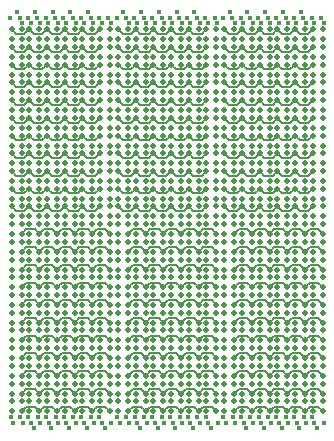
<source format=gbr>
%TF.GenerationSoftware,KiCad,Pcbnew,7.0.1*%
%TF.CreationDate,2023-04-06T12:09:14+02:00*%
%TF.ProjectId,LED_Dogtag_HW,4c45445f-446f-4677-9461-675f48572e6b,1.0*%
%TF.SameCoordinates,Original*%
%TF.FileFunction,Copper,L1,Top*%
%TF.FilePolarity,Positive*%
%FSLAX46Y46*%
G04 Gerber Fmt 4.6, Leading zero omitted, Abs format (unit mm)*
G04 Created by KiCad (PCBNEW 7.0.1) date 2023-04-06 12:09:14*
%MOMM*%
%LPD*%
G01*
G04 APERTURE LIST*
G04 Aperture macros list*
%AMRoundRect*
0 Rectangle with rounded corners*
0 $1 Rounding radius*
0 $2 $3 $4 $5 $6 $7 $8 $9 X,Y pos of 4 corners*
0 Add a 4 corners polygon primitive as box body*
4,1,4,$2,$3,$4,$5,$6,$7,$8,$9,$2,$3,0*
0 Add four circle primitives for the rounded corners*
1,1,$1+$1,$2,$3*
1,1,$1+$1,$4,$5*
1,1,$1+$1,$6,$7*
1,1,$1+$1,$8,$9*
0 Add four rect primitives between the rounded corners*
20,1,$1+$1,$2,$3,$4,$5,0*
20,1,$1+$1,$4,$5,$6,$7,0*
20,1,$1+$1,$6,$7,$8,$9,0*
20,1,$1+$1,$8,$9,$2,$3,0*%
G04 Aperture macros list end*
%TA.AperFunction,SMDPad,CuDef*%
%ADD10RoundRect,0.112500X0.112500X0.112500X-0.112500X0.112500X-0.112500X-0.112500X0.112500X-0.112500X0*%
%TD*%
%TA.AperFunction,SMDPad,CuDef*%
%ADD11RoundRect,0.112500X-0.112500X-0.112500X0.112500X-0.112500X0.112500X0.112500X-0.112500X0.112500X0*%
%TD*%
%TA.AperFunction,ViaPad*%
%ADD12C,0.150000*%
%TD*%
%TA.AperFunction,ViaPad*%
%ADD13C,0.400000*%
%TD*%
%TA.AperFunction,Conductor*%
%ADD14C,0.200000*%
%TD*%
G04 APERTURE END LIST*
D10*
%TO.P,D296,1,A*%
%TO.N,Net-(D274-A)*%
X103475000Y-56475000D03*
%TO.P,D296,2,RK*%
%TO.N,Net-(D287-RK)*%
X102625000Y-56475000D03*
%TO.P,D296,3,GK*%
%TO.N,Net-(D287-GK)*%
X102625000Y-55625000D03*
%TO.P,D296,4,BK*%
%TO.N,Net-(D287-BK)*%
X103475000Y-55625000D03*
%TD*%
D11*
%TO.P,D32,1,A*%
%TO.N,Net-(D10-A)*%
X95125000Y-51125000D03*
%TO.P,D32,2,RK*%
%TO.N,Net-(D23-RK)*%
X95975000Y-51125000D03*
%TO.P,D32,3,GK*%
%TO.N,Net-(D23-GK)*%
X95975000Y-51975000D03*
%TO.P,D32,4,BK*%
%TO.N,Net-(D23-BK)*%
X95125000Y-51975000D03*
%TD*%
D10*
%TO.P,D275,1,A*%
%TO.N,Net-(D275-A)*%
X100475000Y-54975000D03*
%TO.P,D275,2,RK*%
%TO.N,Net-(D265-RK)*%
X99625000Y-54975000D03*
%TO.P,D275,3,GK*%
%TO.N,Net-(D265-GK)*%
X99625000Y-54125000D03*
%TO.P,D275,4,BK*%
%TO.N,Net-(D265-BK)*%
X100475000Y-54125000D03*
%TD*%
%TO.P,D352,1,A*%
%TO.N,Net-(D341-A)*%
X110975000Y-54975000D03*
%TO.P,D352,2,RK*%
%TO.N,Net-(D342-RK)*%
X110125000Y-54975000D03*
%TO.P,D352,3,GK*%
%TO.N,Net-(D342-GK)*%
X110125000Y-54125000D03*
%TO.P,D352,4,BK*%
%TO.N,Net-(D342-BK)*%
X110975000Y-54125000D03*
%TD*%
%TO.P,D353,1,A*%
%TO.N,Net-(D331-A)*%
X112475000Y-69975000D03*
%TO.P,D353,2,RK*%
%TO.N,Net-(D353-RK)*%
X111625000Y-69975000D03*
%TO.P,D353,3,GK*%
%TO.N,Net-(D353-GK)*%
X111625000Y-69125000D03*
%TO.P,D353,4,BK*%
%TO.N,Net-(D353-BK)*%
X112475000Y-69125000D03*
%TD*%
%TO.P,D310,1,A*%
%TO.N,Net-(D266-A)*%
X106475000Y-68475000D03*
%TO.P,D310,2,RK*%
%TO.N,Net-(D309-RK)*%
X105625000Y-68475000D03*
%TO.P,D310,3,GK*%
%TO.N,Net-(D309-GK)*%
X105625000Y-67625000D03*
%TO.P,D310,4,BK*%
%TO.N,Net-(D309-BK)*%
X106475000Y-67625000D03*
%TD*%
%TO.P,D378,1,A*%
%TO.N,Net-(D334-A)*%
X115475000Y-65475000D03*
%TO.P,D378,2,RK*%
%TO.N,Net-(D375-RK)*%
X114625000Y-65475000D03*
%TO.P,D378,3,GK*%
%TO.N,Net-(D375-GK)*%
X114625000Y-64625000D03*
%TO.P,D378,4,BK*%
%TO.N,Net-(D375-BK)*%
X115475000Y-64625000D03*
%TD*%
D11*
%TO.P,D83,1,A*%
%TO.N,Net-(D105-A)*%
X105625000Y-45125000D03*
%TO.P,D83,2,RK*%
%TO.N,Net-(D78-RK)*%
X106475000Y-45125000D03*
%TO.P,D83,3,GK*%
%TO.N,Net-(D78-GK)*%
X106475000Y-45975000D03*
%TO.P,D83,4,BK*%
%TO.N,Net-(D78-BK)*%
X105625000Y-45975000D03*
%TD*%
%TO.P,D2,1,A*%
%TO.N,Net-(D13-A)*%
X98125000Y-39125000D03*
%TO.P,D2,2,RK*%
%TO.N,Net-(D1-RK)*%
X98975000Y-39125000D03*
%TO.P,D2,3,GK*%
%TO.N,Net-(D1-GK)*%
X98975000Y-39975000D03*
%TO.P,D2,4,BK*%
%TO.N,Net-(D1-BK)*%
X98125000Y-39975000D03*
%TD*%
D10*
%TO.P,D243,1,A*%
%TO.N,Net-(D199-A)*%
X97475000Y-69975000D03*
%TO.P,D243,2,RK*%
%TO.N,Net-(D243-RK)*%
X96625000Y-69975000D03*
%TO.P,D243,3,GK*%
%TO.N,Net-(D243-GK)*%
X96625000Y-69125000D03*
%TO.P,D243,4,BK*%
%TO.N,Net-(D243-BK)*%
X97475000Y-69125000D03*
%TD*%
%TO.P,D295,1,A*%
%TO.N,Net-(D273-A)*%
X103475000Y-57975000D03*
%TO.P,D295,2,RK*%
%TO.N,Net-(D287-RK)*%
X102625000Y-57975000D03*
%TO.P,D295,3,GK*%
%TO.N,Net-(D287-GK)*%
X102625000Y-57125000D03*
%TO.P,D295,4,BK*%
%TO.N,Net-(D287-BK)*%
X103475000Y-57125000D03*
%TD*%
%TO.P,D274,1,A*%
%TO.N,Net-(D274-A)*%
X100475000Y-56475000D03*
%TO.P,D274,2,RK*%
%TO.N,Net-(D265-RK)*%
X99625000Y-56475000D03*
%TO.P,D274,3,GK*%
%TO.N,Net-(D265-GK)*%
X99625000Y-55625000D03*
%TO.P,D274,4,BK*%
%TO.N,Net-(D265-BK)*%
X100475000Y-55625000D03*
%TD*%
D11*
%TO.P,D147,1,A*%
%TO.N,Net-(D136-A)*%
X114625000Y-42125000D03*
%TO.P,D147,2,RK*%
%TO.N,Net-(D144-RK)*%
X115475000Y-42125000D03*
%TO.P,D147,3,GK*%
%TO.N,Net-(D144-GK)*%
X115475000Y-42975000D03*
%TO.P,D147,4,BK*%
%TO.N,Net-(D144-BK)*%
X114625000Y-42975000D03*
%TD*%
D10*
%TO.P,D386,1,A*%
%TO.N,Net-(D331-A)*%
X116975000Y-69975000D03*
%TO.P,D386,2,RK*%
%TO.N,Net-(D386-RK)*%
X116125000Y-69975000D03*
%TO.P,D386,3,GK*%
%TO.N,Net-(D386-GK)*%
X116125000Y-69125000D03*
%TO.P,D386,4,BK*%
%TO.N,Net-(D386-BK)*%
X116975000Y-69125000D03*
%TD*%
D11*
%TO.P,D79,1,A*%
%TO.N,Net-(D101-A)*%
X105625000Y-39125000D03*
%TO.P,D79,2,RK*%
%TO.N,Net-(D78-RK)*%
X106475000Y-39125000D03*
%TO.P,D79,3,GK*%
%TO.N,Net-(D78-GK)*%
X106475000Y-39975000D03*
%TO.P,D79,4,BK*%
%TO.N,Net-(D78-BK)*%
X105625000Y-39975000D03*
%TD*%
%TO.P,D58,1,A*%
%TO.N,Net-(D14-A)*%
X90625000Y-40625000D03*
%TO.P,D58,2,RK*%
%TO.N,Net-(D56-RK)*%
X91475000Y-40625000D03*
%TO.P,D58,3,GK*%
%TO.N,Net-(D56-GK)*%
X91475000Y-41475000D03*
%TO.P,D58,4,BK*%
%TO.N,Net-(D56-BK)*%
X90625000Y-41475000D03*
%TD*%
%TO.P,D122,1,A*%
%TO.N,Net-(D100-A)*%
X99625000Y-37625000D03*
%TO.P,D122,2,RK*%
%TO.N,Net-(D122-RK)*%
X100475000Y-37625000D03*
%TO.P,D122,3,GK*%
%TO.N,Net-(D122-GK)*%
X100475000Y-38475000D03*
%TO.P,D122,4,BK*%
%TO.N,Net-(D122-BK)*%
X99625000Y-38475000D03*
%TD*%
D10*
%TO.P,D333,1,A*%
%TO.N,Net-(D333-A)*%
X109475000Y-66975000D03*
%TO.P,D333,2,RK*%
%TO.N,Net-(D331-RK)*%
X108625000Y-66975000D03*
%TO.P,D333,3,GK*%
%TO.N,Net-(D331-GK)*%
X108625000Y-66125000D03*
%TO.P,D333,4,BK*%
%TO.N,Net-(D331-BK)*%
X109475000Y-66125000D03*
%TD*%
D11*
%TO.P,D167,1,A*%
%TO.N,Net-(D134-A)*%
X111625000Y-39125000D03*
%TO.P,D167,2,RK*%
%TO.N,Net-(D166-RK)*%
X112475000Y-39125000D03*
%TO.P,D167,3,GK*%
%TO.N,Net-(D166-GK)*%
X112475000Y-39975000D03*
%TO.P,D167,4,BK*%
%TO.N,Net-(D166-BK)*%
X111625000Y-39975000D03*
%TD*%
D10*
%TO.P,D284,1,A*%
%TO.N,Net-(D273-A)*%
X101975000Y-57975000D03*
%TO.P,D284,2,RK*%
%TO.N,Net-(D276-RK)*%
X101125000Y-57975000D03*
%TO.P,D284,3,GK*%
%TO.N,Net-(D276-GK)*%
X101125000Y-57125000D03*
%TO.P,D284,4,BK*%
%TO.N,Net-(D276-BK)*%
X101975000Y-57125000D03*
%TD*%
%TO.P,D359,1,A*%
%TO.N,Net-(D337-A)*%
X112475000Y-60975000D03*
%TO.P,D359,2,RK*%
%TO.N,Net-(D353-RK)*%
X111625000Y-60975000D03*
%TO.P,D359,3,GK*%
%TO.N,Net-(D353-GK)*%
X111625000Y-60125000D03*
%TO.P,D359,4,BK*%
%TO.N,Net-(D353-BK)*%
X112475000Y-60125000D03*
%TD*%
D11*
%TO.P,D29,1,A*%
%TO.N,Net-(D18-A)*%
X95125000Y-46625000D03*
%TO.P,D29,2,RK*%
%TO.N,Net-(D23-RK)*%
X95975000Y-46625000D03*
%TO.P,D29,3,GK*%
%TO.N,Net-(D23-GK)*%
X95975000Y-47475000D03*
%TO.P,D29,4,BK*%
%TO.N,Net-(D23-BK)*%
X95125000Y-47475000D03*
%TD*%
%TO.P,D161,1,A*%
%TO.N,Net-(D139-A)*%
X113125000Y-46625000D03*
%TO.P,D161,2,RK*%
%TO.N,Net-(D155-RK)*%
X113975000Y-46625000D03*
%TO.P,D161,3,GK*%
%TO.N,Net-(D155-GK)*%
X113975000Y-47475000D03*
%TO.P,D161,4,BK*%
%TO.N,Net-(D155-BK)*%
X113125000Y-47475000D03*
%TD*%
%TO.P,D90,1,A*%
%TO.N,Net-(D101-A)*%
X104125000Y-39125000D03*
%TO.P,D90,2,RK*%
%TO.N,Net-(D89-RK)*%
X104975000Y-39125000D03*
%TO.P,D90,3,GK*%
%TO.N,Net-(D89-GK)*%
X104975000Y-39975000D03*
%TO.P,D90,4,BK*%
%TO.N,Net-(D89-BK)*%
X104125000Y-39975000D03*
%TD*%
%TO.P,D33,1,A*%
%TO.N,Net-(D11-A)*%
X95125000Y-52625000D03*
%TO.P,D33,2,RK*%
%TO.N,Net-(D23-RK)*%
X95975000Y-52625000D03*
%TO.P,D33,3,GK*%
%TO.N,Net-(D23-GK)*%
X95975000Y-53475000D03*
%TO.P,D33,4,BK*%
%TO.N,Net-(D23-BK)*%
X95125000Y-53475000D03*
%TD*%
D10*
%TO.P,D362,1,A*%
%TO.N,Net-(D340-A)*%
X112475000Y-56475000D03*
%TO.P,D362,2,RK*%
%TO.N,Net-(D353-RK)*%
X111625000Y-56475000D03*
%TO.P,D362,3,GK*%
%TO.N,Net-(D353-GK)*%
X111625000Y-55625000D03*
%TO.P,D362,4,BK*%
%TO.N,Net-(D353-BK)*%
X112475000Y-55625000D03*
%TD*%
D11*
%TO.P,D102,1,A*%
%TO.N,Net-(D102-A)*%
X102625000Y-40625000D03*
%TO.P,D102,2,RK*%
%TO.N,Net-(D100-RK)*%
X103475000Y-40625000D03*
%TO.P,D102,3,GK*%
%TO.N,Net-(D100-GK)*%
X103475000Y-41475000D03*
%TO.P,D102,4,BK*%
%TO.N,Net-(D100-BK)*%
X102625000Y-41475000D03*
%TD*%
%TO.P,D34,1,A*%
%TO.N,Net-(D1-A)*%
X93625000Y-37625000D03*
%TO.P,D34,2,RK*%
%TO.N,Net-(D34-RK)*%
X94475000Y-37625000D03*
%TO.P,D34,3,GK*%
%TO.N,Net-(D34-GK)*%
X94475000Y-38475000D03*
%TO.P,D34,4,BK*%
%TO.N,Net-(D34-BK)*%
X93625000Y-38475000D03*
%TD*%
D10*
%TO.P,D233,1,A*%
%TO.N,Net-(D200-A)*%
X95975000Y-68475000D03*
%TO.P,D233,2,RK*%
%TO.N,Net-(D232-RK)*%
X95125000Y-68475000D03*
%TO.P,D233,3,GK*%
%TO.N,Net-(D232-GK)*%
X95125000Y-67625000D03*
%TO.P,D233,4,BK*%
%TO.N,Net-(D232-BK)*%
X95975000Y-67625000D03*
%TD*%
D11*
%TO.P,D193,1,A*%
%TO.N,Net-(D138-A)*%
X108625000Y-45125000D03*
%TO.P,D193,2,RK*%
%TO.N,Net-(D188-RK)*%
X109475000Y-45125000D03*
%TO.P,D193,3,GK*%
%TO.N,Net-(D188-GK)*%
X109475000Y-45975000D03*
%TO.P,D193,4,BK*%
%TO.N,Net-(D188-BK)*%
X108625000Y-45975000D03*
%TD*%
D10*
%TO.P,D338,1,A*%
%TO.N,Net-(D338-A)*%
X109475000Y-59475000D03*
%TO.P,D338,2,RK*%
%TO.N,Net-(D331-RK)*%
X108625000Y-59475000D03*
%TO.P,D338,3,GK*%
%TO.N,Net-(D331-GK)*%
X108625000Y-58625000D03*
%TO.P,D338,4,BK*%
%TO.N,Net-(D331-BK)*%
X109475000Y-58625000D03*
%TD*%
D11*
%TO.P,D135,1,A*%
%TO.N,Net-(D135-A)*%
X116125000Y-40625000D03*
%TO.P,D135,2,RK*%
%TO.N,Net-(D133-RK)*%
X116975000Y-40625000D03*
%TO.P,D135,3,GK*%
%TO.N,Net-(D133-GK)*%
X116975000Y-41475000D03*
%TO.P,D135,4,BK*%
%TO.N,Net-(D133-BK)*%
X116125000Y-41475000D03*
%TD*%
%TO.P,D65,1,A*%
%TO.N,Net-(D10-A)*%
X90625000Y-51125000D03*
%TO.P,D65,2,RK*%
%TO.N,Net-(D56-RK)*%
X91475000Y-51125000D03*
%TO.P,D65,3,GK*%
%TO.N,Net-(D56-GK)*%
X91475000Y-51975000D03*
%TO.P,D65,4,BK*%
%TO.N,Net-(D56-BK)*%
X90625000Y-51975000D03*
%TD*%
%TO.P,D50,1,A*%
%TO.N,Net-(D17-A)*%
X92125000Y-45125000D03*
%TO.P,D50,2,RK*%
%TO.N,Net-(D45-RK)*%
X92975000Y-45125000D03*
%TO.P,D50,3,GK*%
%TO.N,Net-(D45-GK)*%
X92975000Y-45975000D03*
%TO.P,D50,4,BK*%
%TO.N,Net-(D45-BK)*%
X92125000Y-45975000D03*
%TD*%
D10*
%TO.P,D325,1,A*%
%TO.N,Net-(D270-A)*%
X107975000Y-62475000D03*
%TO.P,D325,2,RK*%
%TO.N,Net-(D320-RK)*%
X107125000Y-62475000D03*
%TO.P,D325,3,GK*%
%TO.N,Net-(D320-GK)*%
X107125000Y-61625000D03*
%TO.P,D325,4,BK*%
%TO.N,Net-(D320-BK)*%
X107975000Y-61625000D03*
%TD*%
D11*
%TO.P,D26,1,A*%
%TO.N,Net-(D15-A)*%
X95125000Y-42125000D03*
%TO.P,D26,2,RK*%
%TO.N,Net-(D23-RK)*%
X95975000Y-42125000D03*
%TO.P,D26,3,GK*%
%TO.N,Net-(D23-GK)*%
X95975000Y-42975000D03*
%TO.P,D26,4,BK*%
%TO.N,Net-(D23-BK)*%
X95125000Y-42975000D03*
%TD*%
D10*
%TO.P,D221,1,A*%
%TO.N,Net-(D199-A)*%
X94475000Y-69975000D03*
%TO.P,D221,2,RK*%
%TO.N,Net-(D221-RK)*%
X93625000Y-69975000D03*
%TO.P,D221,3,GK*%
%TO.N,Net-(D221-GK)*%
X93625000Y-69125000D03*
%TO.P,D221,4,BK*%
%TO.N,Net-(D221-BK)*%
X94475000Y-69125000D03*
%TD*%
%TO.P,D335,1,A*%
%TO.N,Net-(D335-A)*%
X109475000Y-63975000D03*
%TO.P,D335,2,RK*%
%TO.N,Net-(D331-RK)*%
X108625000Y-63975000D03*
%TO.P,D335,3,GK*%
%TO.N,Net-(D331-GK)*%
X108625000Y-63125000D03*
%TO.P,D335,4,BK*%
%TO.N,Net-(D331-BK)*%
X109475000Y-63125000D03*
%TD*%
%TO.P,D396,1,A*%
%TO.N,Net-(D341-A)*%
X116975000Y-54975000D03*
%TO.P,D396,2,RK*%
%TO.N,Net-(D386-RK)*%
X116125000Y-54975000D03*
%TO.P,D396,3,GK*%
%TO.N,Net-(D386-GK)*%
X116125000Y-54125000D03*
%TO.P,D396,4,BK*%
%TO.N,Net-(D386-BK)*%
X116975000Y-54125000D03*
%TD*%
%TO.P,D300,1,A*%
%TO.N,Net-(D267-A)*%
X104975000Y-66975000D03*
%TO.P,D300,2,RK*%
%TO.N,Net-(D298-RK)*%
X104125000Y-66975000D03*
%TO.P,D300,3,GK*%
%TO.N,Net-(D298-GK)*%
X104125000Y-66125000D03*
%TO.P,D300,4,BK*%
%TO.N,Net-(D298-BK)*%
X104975000Y-66125000D03*
%TD*%
D11*
%TO.P,D176,1,A*%
%TO.N,Net-(D143-A)*%
X111625000Y-52625000D03*
%TO.P,D176,2,RK*%
%TO.N,Net-(D166-RK)*%
X112475000Y-52625000D03*
%TO.P,D176,3,GK*%
%TO.N,Net-(D166-GK)*%
X112475000Y-53475000D03*
%TO.P,D176,4,BK*%
%TO.N,Net-(D166-BK)*%
X111625000Y-53475000D03*
%TD*%
D10*
%TO.P,D248,1,A*%
%TO.N,Net-(D204-A)*%
X97475000Y-62475000D03*
%TO.P,D248,2,RK*%
%TO.N,Net-(D243-RK)*%
X96625000Y-62475000D03*
%TO.P,D248,3,GK*%
%TO.N,Net-(D243-GK)*%
X96625000Y-61625000D03*
%TO.P,D248,4,BK*%
%TO.N,Net-(D243-BK)*%
X97475000Y-61625000D03*
%TD*%
D11*
%TO.P,D89,1,A*%
%TO.N,Net-(D100-A)*%
X104125000Y-37625000D03*
%TO.P,D89,2,RK*%
%TO.N,Net-(D89-RK)*%
X104975000Y-37625000D03*
%TO.P,D89,3,GK*%
%TO.N,Net-(D89-GK)*%
X104975000Y-38475000D03*
%TO.P,D89,4,BK*%
%TO.N,Net-(D89-BK)*%
X104125000Y-38475000D03*
%TD*%
D10*
%TO.P,D285,1,A*%
%TO.N,Net-(D274-A)*%
X101975000Y-56475000D03*
%TO.P,D285,2,RK*%
%TO.N,Net-(D276-RK)*%
X101125000Y-56475000D03*
%TO.P,D285,3,GK*%
%TO.N,Net-(D276-GK)*%
X101125000Y-55625000D03*
%TO.P,D285,4,BK*%
%TO.N,Net-(D276-BK)*%
X101975000Y-55625000D03*
%TD*%
%TO.P,D214,1,A*%
%TO.N,Net-(D203-A)*%
X92975000Y-63975000D03*
%TO.P,D214,2,RK*%
%TO.N,Net-(D210-RK)*%
X92125000Y-63975000D03*
%TO.P,D214,3,GK*%
%TO.N,Net-(D210-GK)*%
X92125000Y-63125000D03*
%TO.P,D214,4,BK*%
%TO.N,Net-(D210-BK)*%
X92975000Y-63125000D03*
%TD*%
%TO.P,D245,1,A*%
%TO.N,Net-(D201-A)*%
X97475000Y-66975000D03*
%TO.P,D245,2,RK*%
%TO.N,Net-(D243-RK)*%
X96625000Y-66975000D03*
%TO.P,D245,3,GK*%
%TO.N,Net-(D243-GK)*%
X96625000Y-66125000D03*
%TO.P,D245,4,BK*%
%TO.N,Net-(D243-BK)*%
X97475000Y-66125000D03*
%TD*%
D11*
%TO.P,D128,1,A*%
%TO.N,Net-(D106-A)*%
X99625000Y-46625000D03*
%TO.P,D128,2,RK*%
%TO.N,Net-(D122-RK)*%
X100475000Y-46625000D03*
%TO.P,D128,3,GK*%
%TO.N,Net-(D122-GK)*%
X100475000Y-47475000D03*
%TO.P,D128,4,BK*%
%TO.N,Net-(D122-BK)*%
X99625000Y-47475000D03*
%TD*%
%TO.P,D121,1,A*%
%TO.N,Net-(D110-A)*%
X101125000Y-52625000D03*
%TO.P,D121,2,RK*%
%TO.N,Net-(D111-RK)*%
X101975000Y-52625000D03*
%TO.P,D121,3,GK*%
%TO.N,Net-(D111-GK)*%
X101975000Y-53475000D03*
%TO.P,D121,4,BK*%
%TO.N,Net-(D111-BK)*%
X101125000Y-53475000D03*
%TD*%
%TO.P,D93,1,A*%
%TO.N,Net-(D104-A)*%
X104125000Y-43625000D03*
%TO.P,D93,2,RK*%
%TO.N,Net-(D89-RK)*%
X104975000Y-43625000D03*
%TO.P,D93,3,GK*%
%TO.N,Net-(D89-GK)*%
X104975000Y-44475000D03*
%TO.P,D93,4,BK*%
%TO.N,Net-(D89-BK)*%
X104125000Y-44475000D03*
%TD*%
D10*
%TO.P,D272,1,A*%
%TO.N,Net-(D272-A)*%
X100475000Y-59475000D03*
%TO.P,D272,2,RK*%
%TO.N,Net-(D265-RK)*%
X99625000Y-59475000D03*
%TO.P,D272,3,GK*%
%TO.N,Net-(D265-GK)*%
X99625000Y-58625000D03*
%TO.P,D272,4,BK*%
%TO.N,Net-(D265-BK)*%
X100475000Y-58625000D03*
%TD*%
D11*
%TO.P,D59,1,A*%
%TO.N,Net-(D15-A)*%
X90625000Y-42125000D03*
%TO.P,D59,2,RK*%
%TO.N,Net-(D56-RK)*%
X91475000Y-42125000D03*
%TO.P,D59,3,GK*%
%TO.N,Net-(D56-GK)*%
X91475000Y-42975000D03*
%TO.P,D59,4,BK*%
%TO.N,Net-(D56-BK)*%
X90625000Y-42975000D03*
%TD*%
%TO.P,D57,1,A*%
%TO.N,Net-(D13-A)*%
X90625000Y-39125000D03*
%TO.P,D57,2,RK*%
%TO.N,Net-(D56-RK)*%
X91475000Y-39125000D03*
%TO.P,D57,3,GK*%
%TO.N,Net-(D56-GK)*%
X91475000Y-39975000D03*
%TO.P,D57,4,BK*%
%TO.N,Net-(D56-BK)*%
X90625000Y-39975000D03*
%TD*%
D10*
%TO.P,D339,1,A*%
%TO.N,Net-(D339-A)*%
X109475000Y-57975000D03*
%TO.P,D339,2,RK*%
%TO.N,Net-(D331-RK)*%
X108625000Y-57975000D03*
%TO.P,D339,3,GK*%
%TO.N,Net-(D331-GK)*%
X108625000Y-57125000D03*
%TO.P,D339,4,BK*%
%TO.N,Net-(D331-BK)*%
X109475000Y-57125000D03*
%TD*%
%TO.P,D364,1,A*%
%TO.N,Net-(D331-A)*%
X113975000Y-69975000D03*
%TO.P,D364,2,RK*%
%TO.N,Net-(D364-RK)*%
X113125000Y-69975000D03*
%TO.P,D364,3,GK*%
%TO.N,Net-(D364-GK)*%
X113125000Y-69125000D03*
%TO.P,D364,4,BK*%
%TO.N,Net-(D364-BK)*%
X113975000Y-69125000D03*
%TD*%
D11*
%TO.P,D195,1,A*%
%TO.N,Net-(D140-A)*%
X108625000Y-48125000D03*
%TO.P,D195,2,RK*%
%TO.N,Net-(D188-RK)*%
X109475000Y-48125000D03*
%TO.P,D195,3,GK*%
%TO.N,Net-(D188-GK)*%
X109475000Y-48975000D03*
%TO.P,D195,4,BK*%
%TO.N,Net-(D188-BK)*%
X108625000Y-48975000D03*
%TD*%
D10*
%TO.P,D205,1,A*%
%TO.N,Net-(D205-A)*%
X91475000Y-60975000D03*
%TO.P,D205,2,RK*%
%TO.N,Net-(D199-RK)*%
X90625000Y-60975000D03*
%TO.P,D205,3,GK*%
%TO.N,Net-(D199-GK)*%
X90625000Y-60125000D03*
%TO.P,D205,4,BK*%
%TO.N,Net-(D199-BK)*%
X91475000Y-60125000D03*
%TD*%
%TO.P,D297,1,A*%
%TO.N,Net-(D275-A)*%
X103475000Y-54975000D03*
%TO.P,D297,2,RK*%
%TO.N,Net-(D287-RK)*%
X102625000Y-54975000D03*
%TO.P,D297,3,GK*%
%TO.N,Net-(D287-GK)*%
X102625000Y-54125000D03*
%TO.P,D297,4,BK*%
%TO.N,Net-(D287-BK)*%
X103475000Y-54125000D03*
%TD*%
D11*
%TO.P,D6,1,A*%
%TO.N,Net-(D17-A)*%
X98125000Y-45125000D03*
%TO.P,D6,2,RK*%
%TO.N,Net-(D1-RK)*%
X98975000Y-45125000D03*
%TO.P,D6,3,GK*%
%TO.N,Net-(D1-GK)*%
X98975000Y-45975000D03*
%TO.P,D6,4,BK*%
%TO.N,Net-(D1-BK)*%
X98125000Y-45975000D03*
%TD*%
D10*
%TO.P,D256,1,A*%
%TO.N,Net-(D201-A)*%
X98975000Y-66975000D03*
%TO.P,D256,2,RK*%
%TO.N,Net-(D254-RK)*%
X98125000Y-66975000D03*
%TO.P,D256,3,GK*%
%TO.N,Net-(D254-GK)*%
X98125000Y-66125000D03*
%TO.P,D256,4,BK*%
%TO.N,Net-(D254-BK)*%
X98975000Y-66125000D03*
%TD*%
%TO.P,D222,1,A*%
%TO.N,Net-(D200-A)*%
X94475000Y-68475000D03*
%TO.P,D222,2,RK*%
%TO.N,Net-(D221-RK)*%
X93625000Y-68475000D03*
%TO.P,D222,3,GK*%
%TO.N,Net-(D221-GK)*%
X93625000Y-67625000D03*
%TO.P,D222,4,BK*%
%TO.N,Net-(D221-BK)*%
X94475000Y-67625000D03*
%TD*%
D11*
%TO.P,D109,1,A*%
%TO.N,Net-(D109-A)*%
X102625000Y-51125000D03*
%TO.P,D109,2,RK*%
%TO.N,Net-(D100-RK)*%
X103475000Y-51125000D03*
%TO.P,D109,3,GK*%
%TO.N,Net-(D100-GK)*%
X103475000Y-51975000D03*
%TO.P,D109,4,BK*%
%TO.N,Net-(D100-BK)*%
X102625000Y-51975000D03*
%TD*%
%TO.P,D39,1,A*%
%TO.N,Net-(D17-A)*%
X93625000Y-45125000D03*
%TO.P,D39,2,RK*%
%TO.N,Net-(D34-RK)*%
X94475000Y-45125000D03*
%TO.P,D39,3,GK*%
%TO.N,Net-(D34-GK)*%
X94475000Y-45975000D03*
%TO.P,D39,4,BK*%
%TO.N,Net-(D34-BK)*%
X93625000Y-45975000D03*
%TD*%
%TO.P,D138,1,A*%
%TO.N,Net-(D138-A)*%
X116125000Y-45125000D03*
%TO.P,D138,2,RK*%
%TO.N,Net-(D133-RK)*%
X116975000Y-45125000D03*
%TO.P,D138,3,GK*%
%TO.N,Net-(D133-GK)*%
X116975000Y-45975000D03*
%TO.P,D138,4,BK*%
%TO.N,Net-(D133-BK)*%
X116125000Y-45975000D03*
%TD*%
D10*
%TO.P,D365,1,A*%
%TO.N,Net-(D332-A)*%
X113975000Y-68475000D03*
%TO.P,D365,2,RK*%
%TO.N,Net-(D364-RK)*%
X113125000Y-68475000D03*
%TO.P,D365,3,GK*%
%TO.N,Net-(D364-GK)*%
X113125000Y-67625000D03*
%TO.P,D365,4,BK*%
%TO.N,Net-(D364-BK)*%
X113975000Y-67625000D03*
%TD*%
D11*
%TO.P,D162,1,A*%
%TO.N,Net-(D140-A)*%
X113125000Y-48125000D03*
%TO.P,D162,2,RK*%
%TO.N,Net-(D155-RK)*%
X113975000Y-48125000D03*
%TO.P,D162,3,GK*%
%TO.N,Net-(D155-GK)*%
X113975000Y-48975000D03*
%TO.P,D162,4,BK*%
%TO.N,Net-(D155-BK)*%
X113125000Y-48975000D03*
%TD*%
%TO.P,D63,1,A*%
%TO.N,Net-(D19-A)*%
X90625000Y-48125000D03*
%TO.P,D63,2,RK*%
%TO.N,Net-(D56-RK)*%
X91475000Y-48125000D03*
%TO.P,D63,3,GK*%
%TO.N,Net-(D56-GK)*%
X91475000Y-48975000D03*
%TO.P,D63,4,BK*%
%TO.N,Net-(D56-BK)*%
X90625000Y-48975000D03*
%TD*%
%TO.P,D110,1,A*%
%TO.N,Net-(D110-A)*%
X102625000Y-52625000D03*
%TO.P,D110,2,RK*%
%TO.N,Net-(D100-RK)*%
X103475000Y-52625000D03*
%TO.P,D110,3,GK*%
%TO.N,Net-(D100-GK)*%
X103475000Y-53475000D03*
%TO.P,D110,4,BK*%
%TO.N,Net-(D100-BK)*%
X102625000Y-53475000D03*
%TD*%
D10*
%TO.P,D395,1,A*%
%TO.N,Net-(D340-A)*%
X116975000Y-56475000D03*
%TO.P,D395,2,RK*%
%TO.N,Net-(D386-RK)*%
X116125000Y-56475000D03*
%TO.P,D395,3,GK*%
%TO.N,Net-(D386-GK)*%
X116125000Y-55625000D03*
%TO.P,D395,4,BK*%
%TO.N,Net-(D386-BK)*%
X116975000Y-55625000D03*
%TD*%
%TO.P,D218,1,A*%
%TO.N,Net-(D207-A)*%
X92975000Y-57975000D03*
%TO.P,D218,2,RK*%
%TO.N,Net-(D210-RK)*%
X92125000Y-57975000D03*
%TO.P,D218,3,GK*%
%TO.N,Net-(D210-GK)*%
X92125000Y-57125000D03*
%TO.P,D218,4,BK*%
%TO.N,Net-(D210-BK)*%
X92975000Y-57125000D03*
%TD*%
%TO.P,D361,1,A*%
%TO.N,Net-(D339-A)*%
X112475000Y-57975000D03*
%TO.P,D361,2,RK*%
%TO.N,Net-(D353-RK)*%
X111625000Y-57975000D03*
%TO.P,D361,3,GK*%
%TO.N,Net-(D353-GK)*%
X111625000Y-57125000D03*
%TO.P,D361,4,BK*%
%TO.N,Net-(D353-BK)*%
X112475000Y-57125000D03*
%TD*%
D11*
%TO.P,D40,1,A*%
%TO.N,Net-(D18-A)*%
X93625000Y-46625000D03*
%TO.P,D40,2,RK*%
%TO.N,Net-(D34-RK)*%
X94475000Y-46625000D03*
%TO.P,D40,3,GK*%
%TO.N,Net-(D34-GK)*%
X94475000Y-47475000D03*
%TO.P,D40,4,BK*%
%TO.N,Net-(D34-BK)*%
X93625000Y-47475000D03*
%TD*%
%TO.P,D86,1,A*%
%TO.N,Net-(D108-A)*%
X105625000Y-49625000D03*
%TO.P,D86,2,RK*%
%TO.N,Net-(D78-RK)*%
X106475000Y-49625000D03*
%TO.P,D86,3,GK*%
%TO.N,Net-(D78-GK)*%
X106475000Y-50475000D03*
%TO.P,D86,4,BK*%
%TO.N,Net-(D78-BK)*%
X105625000Y-50475000D03*
%TD*%
%TO.P,D194,1,A*%
%TO.N,Net-(D139-A)*%
X108625000Y-46625000D03*
%TO.P,D194,2,RK*%
%TO.N,Net-(D188-RK)*%
X109475000Y-46625000D03*
%TO.P,D194,3,GK*%
%TO.N,Net-(D188-GK)*%
X109475000Y-47475000D03*
%TO.P,D194,4,BK*%
%TO.N,Net-(D188-BK)*%
X108625000Y-47475000D03*
%TD*%
D10*
%TO.P,D382,1,A*%
%TO.N,Net-(D338-A)*%
X115475000Y-59475000D03*
%TO.P,D382,2,RK*%
%TO.N,Net-(D375-RK)*%
X114625000Y-59475000D03*
%TO.P,D382,3,GK*%
%TO.N,Net-(D375-GK)*%
X114625000Y-58625000D03*
%TO.P,D382,4,BK*%
%TO.N,Net-(D375-BK)*%
X115475000Y-58625000D03*
%TD*%
%TO.P,D308,1,A*%
%TO.N,Net-(D275-A)*%
X104975000Y-54975000D03*
%TO.P,D308,2,RK*%
%TO.N,Net-(D298-RK)*%
X104125000Y-54975000D03*
%TO.P,D308,3,GK*%
%TO.N,Net-(D298-GK)*%
X104125000Y-54125000D03*
%TO.P,D308,4,BK*%
%TO.N,Net-(D298-BK)*%
X104975000Y-54125000D03*
%TD*%
%TO.P,D299,1,A*%
%TO.N,Net-(D266-A)*%
X104975000Y-68475000D03*
%TO.P,D299,2,RK*%
%TO.N,Net-(D298-RK)*%
X104125000Y-68475000D03*
%TO.P,D299,3,GK*%
%TO.N,Net-(D298-GK)*%
X104125000Y-67625000D03*
%TO.P,D299,4,BK*%
%TO.N,Net-(D298-BK)*%
X104975000Y-67625000D03*
%TD*%
D11*
%TO.P,D105,1,A*%
%TO.N,Net-(D105-A)*%
X102625000Y-45125000D03*
%TO.P,D105,2,RK*%
%TO.N,Net-(D100-RK)*%
X103475000Y-45125000D03*
%TO.P,D105,3,GK*%
%TO.N,Net-(D100-GK)*%
X103475000Y-45975000D03*
%TO.P,D105,4,BK*%
%TO.N,Net-(D100-BK)*%
X102625000Y-45975000D03*
%TD*%
D10*
%TO.P,D327,1,A*%
%TO.N,Net-(D272-A)*%
X107975000Y-59475000D03*
%TO.P,D327,2,RK*%
%TO.N,Net-(D320-RK)*%
X107125000Y-59475000D03*
%TO.P,D327,3,GK*%
%TO.N,Net-(D320-GK)*%
X107125000Y-58625000D03*
%TO.P,D327,4,BK*%
%TO.N,Net-(D320-BK)*%
X107975000Y-58625000D03*
%TD*%
%TO.P,D213,1,A*%
%TO.N,Net-(D202-A)*%
X92975000Y-65475000D03*
%TO.P,D213,2,RK*%
%TO.N,Net-(D210-RK)*%
X92125000Y-65475000D03*
%TO.P,D213,3,GK*%
%TO.N,Net-(D210-GK)*%
X92125000Y-64625000D03*
%TO.P,D213,4,BK*%
%TO.N,Net-(D210-BK)*%
X92975000Y-64625000D03*
%TD*%
D11*
%TO.P,D114,1,A*%
%TO.N,Net-(D103-A)*%
X101125000Y-42125000D03*
%TO.P,D114,2,RK*%
%TO.N,Net-(D111-RK)*%
X101975000Y-42125000D03*
%TO.P,D114,3,GK*%
%TO.N,Net-(D111-GK)*%
X101975000Y-42975000D03*
%TO.P,D114,4,BK*%
%TO.N,Net-(D111-BK)*%
X101125000Y-42975000D03*
%TD*%
%TO.P,D108,1,A*%
%TO.N,Net-(D108-A)*%
X102625000Y-49625000D03*
%TO.P,D108,2,RK*%
%TO.N,Net-(D100-RK)*%
X103475000Y-49625000D03*
%TO.P,D108,3,GK*%
%TO.N,Net-(D100-GK)*%
X103475000Y-50475000D03*
%TO.P,D108,4,BK*%
%TO.N,Net-(D100-BK)*%
X102625000Y-50475000D03*
%TD*%
%TO.P,D133,1,A*%
%TO.N,Net-(D133-A)*%
X116125000Y-37625000D03*
%TO.P,D133,2,RK*%
%TO.N,Net-(D133-RK)*%
X116975000Y-37625000D03*
%TO.P,D133,3,GK*%
%TO.N,Net-(D133-GK)*%
X116975000Y-38475000D03*
%TO.P,D133,4,BK*%
%TO.N,Net-(D133-BK)*%
X116125000Y-38475000D03*
%TD*%
D10*
%TO.P,D230,1,A*%
%TO.N,Net-(D208-A)*%
X94475000Y-56475000D03*
%TO.P,D230,2,RK*%
%TO.N,Net-(D221-RK)*%
X93625000Y-56475000D03*
%TO.P,D230,3,GK*%
%TO.N,Net-(D221-GK)*%
X93625000Y-55625000D03*
%TO.P,D230,4,BK*%
%TO.N,Net-(D221-BK)*%
X94475000Y-55625000D03*
%TD*%
D11*
%TO.P,D56,1,A*%
%TO.N,Net-(D1-A)*%
X90625000Y-37625000D03*
%TO.P,D56,2,RK*%
%TO.N,Net-(D56-RK)*%
X91475000Y-37625000D03*
%TO.P,D56,3,GK*%
%TO.N,Net-(D56-GK)*%
X91475000Y-38475000D03*
%TO.P,D56,4,BK*%
%TO.N,Net-(D56-BK)*%
X90625000Y-38475000D03*
%TD*%
D10*
%TO.P,D268,1,A*%
%TO.N,Net-(D268-A)*%
X100475000Y-65475000D03*
%TO.P,D268,2,RK*%
%TO.N,Net-(D265-RK)*%
X99625000Y-65475000D03*
%TO.P,D268,3,GK*%
%TO.N,Net-(D265-GK)*%
X99625000Y-64625000D03*
%TO.P,D268,4,BK*%
%TO.N,Net-(D265-BK)*%
X100475000Y-64625000D03*
%TD*%
%TO.P,D307,1,A*%
%TO.N,Net-(D274-A)*%
X104975000Y-56475000D03*
%TO.P,D307,2,RK*%
%TO.N,Net-(D298-RK)*%
X104125000Y-56475000D03*
%TO.P,D307,3,GK*%
%TO.N,Net-(D298-GK)*%
X104125000Y-55625000D03*
%TO.P,D307,4,BK*%
%TO.N,Net-(D298-BK)*%
X104975000Y-55625000D03*
%TD*%
D11*
%TO.P,D144,1,A*%
%TO.N,Net-(D133-A)*%
X114625000Y-37625000D03*
%TO.P,D144,2,RK*%
%TO.N,Net-(D144-RK)*%
X115475000Y-37625000D03*
%TO.P,D144,3,GK*%
%TO.N,Net-(D144-GK)*%
X115475000Y-38475000D03*
%TO.P,D144,4,BK*%
%TO.N,Net-(D144-BK)*%
X114625000Y-38475000D03*
%TD*%
%TO.P,D71,1,A*%
%TO.N,Net-(D104-A)*%
X107125000Y-43625000D03*
%TO.P,D71,2,RK*%
%TO.N,Net-(D67-RK)*%
X107975000Y-43625000D03*
%TO.P,D71,3,GK*%
%TO.N,Net-(D67-GK)*%
X107975000Y-44475000D03*
%TO.P,D71,4,BK*%
%TO.N,Net-(D67-BK)*%
X107125000Y-44475000D03*
%TD*%
D10*
%TO.P,D347,1,A*%
%TO.N,Net-(D336-A)*%
X110975000Y-62475000D03*
%TO.P,D347,2,RK*%
%TO.N,Net-(D342-RK)*%
X110125000Y-62475000D03*
%TO.P,D347,3,GK*%
%TO.N,Net-(D342-GK)*%
X110125000Y-61625000D03*
%TO.P,D347,4,BK*%
%TO.N,Net-(D342-BK)*%
X110975000Y-61625000D03*
%TD*%
%TO.P,D329,1,A*%
%TO.N,Net-(D274-A)*%
X107975000Y-56475000D03*
%TO.P,D329,2,RK*%
%TO.N,Net-(D320-RK)*%
X107125000Y-56475000D03*
%TO.P,D329,3,GK*%
%TO.N,Net-(D320-GK)*%
X107125000Y-55625000D03*
%TO.P,D329,4,BK*%
%TO.N,Net-(D320-BK)*%
X107975000Y-55625000D03*
%TD*%
D11*
%TO.P,D20,1,A*%
%TO.N,Net-(D20-A)*%
X96625000Y-49625000D03*
%TO.P,D20,2,RK*%
%TO.N,Net-(D12-RK)*%
X97475000Y-49625000D03*
%TO.P,D20,3,GK*%
%TO.N,Net-(D12-GK)*%
X97475000Y-50475000D03*
%TO.P,D20,4,BK*%
%TO.N,Net-(D12-BK)*%
X96625000Y-50475000D03*
%TD*%
%TO.P,D136,1,A*%
%TO.N,Net-(D136-A)*%
X116125000Y-42125000D03*
%TO.P,D136,2,RK*%
%TO.N,Net-(D133-RK)*%
X116975000Y-42125000D03*
%TO.P,D136,3,GK*%
%TO.N,Net-(D133-GK)*%
X116975000Y-42975000D03*
%TO.P,D136,4,BK*%
%TO.N,Net-(D133-BK)*%
X116125000Y-42975000D03*
%TD*%
%TO.P,D75,1,A*%
%TO.N,Net-(D108-A)*%
X107125000Y-49625000D03*
%TO.P,D75,2,RK*%
%TO.N,Net-(D67-RK)*%
X107975000Y-49625000D03*
%TO.P,D75,3,GK*%
%TO.N,Net-(D67-GK)*%
X107975000Y-50475000D03*
%TO.P,D75,4,BK*%
%TO.N,Net-(D67-BK)*%
X107125000Y-50475000D03*
%TD*%
D10*
%TO.P,D204,1,A*%
%TO.N,Net-(D204-A)*%
X91475000Y-62475000D03*
%TO.P,D204,2,RK*%
%TO.N,Net-(D199-RK)*%
X90625000Y-62475000D03*
%TO.P,D204,3,GK*%
%TO.N,Net-(D199-GK)*%
X90625000Y-61625000D03*
%TO.P,D204,4,BK*%
%TO.N,Net-(D199-BK)*%
X91475000Y-61625000D03*
%TD*%
%TO.P,D303,1,A*%
%TO.N,Net-(D270-A)*%
X104975000Y-62475000D03*
%TO.P,D303,2,RK*%
%TO.N,Net-(D298-RK)*%
X104125000Y-62475000D03*
%TO.P,D303,3,GK*%
%TO.N,Net-(D298-GK)*%
X104125000Y-61625000D03*
%TO.P,D303,4,BK*%
%TO.N,Net-(D298-BK)*%
X104975000Y-61625000D03*
%TD*%
%TO.P,D247,1,A*%
%TO.N,Net-(D203-A)*%
X97475000Y-63975000D03*
%TO.P,D247,2,RK*%
%TO.N,Net-(D243-RK)*%
X96625000Y-63975000D03*
%TO.P,D247,3,GK*%
%TO.N,Net-(D243-GK)*%
X96625000Y-63125000D03*
%TO.P,D247,4,BK*%
%TO.N,Net-(D243-BK)*%
X97475000Y-63125000D03*
%TD*%
%TO.P,D219,1,A*%
%TO.N,Net-(D208-A)*%
X92975000Y-56475000D03*
%TO.P,D219,2,RK*%
%TO.N,Net-(D210-RK)*%
X92125000Y-56475000D03*
%TO.P,D219,3,GK*%
%TO.N,Net-(D210-GK)*%
X92125000Y-55625000D03*
%TO.P,D219,4,BK*%
%TO.N,Net-(D210-BK)*%
X92975000Y-55625000D03*
%TD*%
%TO.P,D302,1,A*%
%TO.N,Net-(D269-A)*%
X104975000Y-63975000D03*
%TO.P,D302,2,RK*%
%TO.N,Net-(D298-RK)*%
X104125000Y-63975000D03*
%TO.P,D302,3,GK*%
%TO.N,Net-(D298-GK)*%
X104125000Y-63125000D03*
%TO.P,D302,4,BK*%
%TO.N,Net-(D298-BK)*%
X104975000Y-63125000D03*
%TD*%
D11*
%TO.P,D16,1,A*%
%TO.N,Net-(D16-A)*%
X96625000Y-43625000D03*
%TO.P,D16,2,RK*%
%TO.N,Net-(D12-RK)*%
X97475000Y-43625000D03*
%TO.P,D16,3,GK*%
%TO.N,Net-(D12-GK)*%
X97475000Y-44475000D03*
%TO.P,D16,4,BK*%
%TO.N,Net-(D12-BK)*%
X96625000Y-44475000D03*
%TD*%
D10*
%TO.P,D250,1,A*%
%TO.N,Net-(D206-A)*%
X97475000Y-59475000D03*
%TO.P,D250,2,RK*%
%TO.N,Net-(D243-RK)*%
X96625000Y-59475000D03*
%TO.P,D250,3,GK*%
%TO.N,Net-(D243-GK)*%
X96625000Y-58625000D03*
%TO.P,D250,4,BK*%
%TO.N,Net-(D243-BK)*%
X97475000Y-58625000D03*
%TD*%
%TO.P,D277,1,A*%
%TO.N,Net-(D266-A)*%
X101975000Y-68475000D03*
%TO.P,D277,2,RK*%
%TO.N,Net-(D276-RK)*%
X101125000Y-68475000D03*
%TO.P,D277,3,GK*%
%TO.N,Net-(D276-GK)*%
X101125000Y-67625000D03*
%TO.P,D277,4,BK*%
%TO.N,Net-(D276-BK)*%
X101975000Y-67625000D03*
%TD*%
D11*
%TO.P,D42,1,A*%
%TO.N,Net-(D20-A)*%
X93625000Y-49625000D03*
%TO.P,D42,2,RK*%
%TO.N,Net-(D34-RK)*%
X94475000Y-49625000D03*
%TO.P,D42,3,GK*%
%TO.N,Net-(D34-GK)*%
X94475000Y-50475000D03*
%TO.P,D42,4,BK*%
%TO.N,Net-(D34-BK)*%
X93625000Y-50475000D03*
%TD*%
D10*
%TO.P,D315,1,A*%
%TO.N,Net-(D271-A)*%
X106475000Y-60975000D03*
%TO.P,D315,2,RK*%
%TO.N,Net-(D309-RK)*%
X105625000Y-60975000D03*
%TO.P,D315,3,GK*%
%TO.N,Net-(D309-GK)*%
X105625000Y-60125000D03*
%TO.P,D315,4,BK*%
%TO.N,Net-(D309-BK)*%
X106475000Y-60125000D03*
%TD*%
D11*
%TO.P,D177,1,A*%
%TO.N,Net-(D133-A)*%
X110125000Y-37625000D03*
%TO.P,D177,2,RK*%
%TO.N,Net-(D177-RK)*%
X110975000Y-37625000D03*
%TO.P,D177,3,GK*%
%TO.N,Net-(D177-GK)*%
X110975000Y-38475000D03*
%TO.P,D177,4,BK*%
%TO.N,Net-(D177-BK)*%
X110125000Y-38475000D03*
%TD*%
%TO.P,D18,1,A*%
%TO.N,Net-(D18-A)*%
X96625000Y-46625000D03*
%TO.P,D18,2,RK*%
%TO.N,Net-(D12-RK)*%
X97475000Y-46625000D03*
%TO.P,D18,3,GK*%
%TO.N,Net-(D12-GK)*%
X97475000Y-47475000D03*
%TO.P,D18,4,BK*%
%TO.N,Net-(D12-BK)*%
X96625000Y-47475000D03*
%TD*%
%TO.P,D77,1,A*%
%TO.N,Net-(D110-A)*%
X107125000Y-52625000D03*
%TO.P,D77,2,RK*%
%TO.N,Net-(D67-RK)*%
X107975000Y-52625000D03*
%TO.P,D77,3,GK*%
%TO.N,Net-(D67-GK)*%
X107975000Y-53475000D03*
%TO.P,D77,4,BK*%
%TO.N,Net-(D67-BK)*%
X107125000Y-53475000D03*
%TD*%
%TO.P,D186,1,A*%
%TO.N,Net-(D142-A)*%
X110125000Y-51125000D03*
%TO.P,D186,2,RK*%
%TO.N,Net-(D177-RK)*%
X110975000Y-51125000D03*
%TO.P,D186,3,GK*%
%TO.N,Net-(D177-GK)*%
X110975000Y-51975000D03*
%TO.P,D186,4,BK*%
%TO.N,Net-(D177-BK)*%
X110125000Y-51975000D03*
%TD*%
%TO.P,D169,1,A*%
%TO.N,Net-(D136-A)*%
X111625000Y-42125000D03*
%TO.P,D169,2,RK*%
%TO.N,Net-(D166-RK)*%
X112475000Y-42125000D03*
%TO.P,D169,3,GK*%
%TO.N,Net-(D166-GK)*%
X112475000Y-42975000D03*
%TO.P,D169,4,BK*%
%TO.N,Net-(D166-BK)*%
X111625000Y-42975000D03*
%TD*%
%TO.P,D100,1,A*%
%TO.N,Net-(D100-A)*%
X102625000Y-37625000D03*
%TO.P,D100,2,RK*%
%TO.N,Net-(D100-RK)*%
X103475000Y-37625000D03*
%TO.P,D100,3,GK*%
%TO.N,Net-(D100-GK)*%
X103475000Y-38475000D03*
%TO.P,D100,4,BK*%
%TO.N,Net-(D100-BK)*%
X102625000Y-38475000D03*
%TD*%
%TO.P,D46,1,A*%
%TO.N,Net-(D13-A)*%
X92125000Y-39125000D03*
%TO.P,D46,2,RK*%
%TO.N,Net-(D45-RK)*%
X92975000Y-39125000D03*
%TO.P,D46,3,GK*%
%TO.N,Net-(D45-GK)*%
X92975000Y-39975000D03*
%TO.P,D46,4,BK*%
%TO.N,Net-(D45-BK)*%
X92125000Y-39975000D03*
%TD*%
D10*
%TO.P,D278,1,A*%
%TO.N,Net-(D267-A)*%
X101975000Y-66975000D03*
%TO.P,D278,2,RK*%
%TO.N,Net-(D276-RK)*%
X101125000Y-66975000D03*
%TO.P,D278,3,GK*%
%TO.N,Net-(D276-GK)*%
X101125000Y-66125000D03*
%TO.P,D278,4,BK*%
%TO.N,Net-(D276-BK)*%
X101975000Y-66125000D03*
%TD*%
%TO.P,D276,1,A*%
%TO.N,Net-(D265-A)*%
X101975000Y-69975000D03*
%TO.P,D276,2,RK*%
%TO.N,Net-(D276-RK)*%
X101125000Y-69975000D03*
%TO.P,D276,3,GK*%
%TO.N,Net-(D276-GK)*%
X101125000Y-69125000D03*
%TO.P,D276,4,BK*%
%TO.N,Net-(D276-BK)*%
X101975000Y-69125000D03*
%TD*%
%TO.P,D251,1,A*%
%TO.N,Net-(D207-A)*%
X97475000Y-57975000D03*
%TO.P,D251,2,RK*%
%TO.N,Net-(D243-RK)*%
X96625000Y-57975000D03*
%TO.P,D251,3,GK*%
%TO.N,Net-(D243-GK)*%
X96625000Y-57125000D03*
%TO.P,D251,4,BK*%
%TO.N,Net-(D243-BK)*%
X97475000Y-57125000D03*
%TD*%
D11*
%TO.P,D81,1,A*%
%TO.N,Net-(D103-A)*%
X105625000Y-42125000D03*
%TO.P,D81,2,RK*%
%TO.N,Net-(D78-RK)*%
X106475000Y-42125000D03*
%TO.P,D81,3,GK*%
%TO.N,Net-(D78-GK)*%
X106475000Y-42975000D03*
%TO.P,D81,4,BK*%
%TO.N,Net-(D78-BK)*%
X105625000Y-42975000D03*
%TD*%
D10*
%TO.P,D323,1,A*%
%TO.N,Net-(D268-A)*%
X107975000Y-65475000D03*
%TO.P,D323,2,RK*%
%TO.N,Net-(D320-RK)*%
X107125000Y-65475000D03*
%TO.P,D323,3,GK*%
%TO.N,Net-(D320-GK)*%
X107125000Y-64625000D03*
%TO.P,D323,4,BK*%
%TO.N,Net-(D320-BK)*%
X107975000Y-64625000D03*
%TD*%
%TO.P,D286,1,A*%
%TO.N,Net-(D275-A)*%
X101975000Y-54975000D03*
%TO.P,D286,2,RK*%
%TO.N,Net-(D276-RK)*%
X101125000Y-54975000D03*
%TO.P,D286,3,GK*%
%TO.N,Net-(D276-GK)*%
X101125000Y-54125000D03*
%TO.P,D286,4,BK*%
%TO.N,Net-(D276-BK)*%
X101975000Y-54125000D03*
%TD*%
D11*
%TO.P,D118,1,A*%
%TO.N,Net-(D107-A)*%
X101125000Y-48125000D03*
%TO.P,D118,2,RK*%
%TO.N,Net-(D111-RK)*%
X101975000Y-48125000D03*
%TO.P,D118,3,GK*%
%TO.N,Net-(D111-GK)*%
X101975000Y-48975000D03*
%TO.P,D118,4,BK*%
%TO.N,Net-(D111-BK)*%
X101125000Y-48975000D03*
%TD*%
%TO.P,D19,1,A*%
%TO.N,Net-(D19-A)*%
X96625000Y-48125000D03*
%TO.P,D19,2,RK*%
%TO.N,Net-(D12-RK)*%
X97475000Y-48125000D03*
%TO.P,D19,3,GK*%
%TO.N,Net-(D12-GK)*%
X97475000Y-48975000D03*
%TO.P,D19,4,BK*%
%TO.N,Net-(D12-BK)*%
X96625000Y-48975000D03*
%TD*%
%TO.P,D182,1,A*%
%TO.N,Net-(D138-A)*%
X110125000Y-45125000D03*
%TO.P,D182,2,RK*%
%TO.N,Net-(D177-RK)*%
X110975000Y-45125000D03*
%TO.P,D182,3,GK*%
%TO.N,Net-(D177-GK)*%
X110975000Y-45975000D03*
%TO.P,D182,4,BK*%
%TO.N,Net-(D177-BK)*%
X110125000Y-45975000D03*
%TD*%
%TO.P,D159,1,A*%
%TO.N,Net-(D137-A)*%
X113125000Y-43625000D03*
%TO.P,D159,2,RK*%
%TO.N,Net-(D155-RK)*%
X113975000Y-43625000D03*
%TO.P,D159,3,GK*%
%TO.N,Net-(D155-GK)*%
X113975000Y-44475000D03*
%TO.P,D159,4,BK*%
%TO.N,Net-(D155-BK)*%
X113125000Y-44475000D03*
%TD*%
D10*
%TO.P,D202,1,A*%
%TO.N,Net-(D202-A)*%
X91475000Y-65475000D03*
%TO.P,D202,2,RK*%
%TO.N,Net-(D199-RK)*%
X90625000Y-65475000D03*
%TO.P,D202,3,GK*%
%TO.N,Net-(D199-GK)*%
X90625000Y-64625000D03*
%TO.P,D202,4,BK*%
%TO.N,Net-(D199-BK)*%
X91475000Y-64625000D03*
%TD*%
%TO.P,D265,1,A*%
%TO.N,Net-(D265-A)*%
X100475000Y-69975000D03*
%TO.P,D265,2,RK*%
%TO.N,Net-(D265-RK)*%
X99625000Y-69975000D03*
%TO.P,D265,3,GK*%
%TO.N,Net-(D265-GK)*%
X99625000Y-69125000D03*
%TO.P,D265,4,BK*%
%TO.N,Net-(D265-BK)*%
X100475000Y-69125000D03*
%TD*%
D11*
%TO.P,D189,1,A*%
%TO.N,Net-(D134-A)*%
X108625000Y-39125000D03*
%TO.P,D189,2,RK*%
%TO.N,Net-(D188-RK)*%
X109475000Y-39125000D03*
%TO.P,D189,3,GK*%
%TO.N,Net-(D188-GK)*%
X109475000Y-39975000D03*
%TO.P,D189,4,BK*%
%TO.N,Net-(D188-BK)*%
X108625000Y-39975000D03*
%TD*%
D10*
%TO.P,D290,1,A*%
%TO.N,Net-(D268-A)*%
X103475000Y-65475000D03*
%TO.P,D290,2,RK*%
%TO.N,Net-(D287-RK)*%
X102625000Y-65475000D03*
%TO.P,D290,3,GK*%
%TO.N,Net-(D287-GK)*%
X102625000Y-64625000D03*
%TO.P,D290,4,BK*%
%TO.N,Net-(D287-BK)*%
X103475000Y-64625000D03*
%TD*%
D11*
%TO.P,D70,1,A*%
%TO.N,Net-(D103-A)*%
X107125000Y-42125000D03*
%TO.P,D70,2,RK*%
%TO.N,Net-(D67-RK)*%
X107975000Y-42125000D03*
%TO.P,D70,3,GK*%
%TO.N,Net-(D67-GK)*%
X107975000Y-42975000D03*
%TO.P,D70,4,BK*%
%TO.N,Net-(D67-BK)*%
X107125000Y-42975000D03*
%TD*%
D10*
%TO.P,D331,1,A*%
%TO.N,Net-(D331-A)*%
X109475000Y-69975000D03*
%TO.P,D331,2,RK*%
%TO.N,Net-(D331-RK)*%
X108625000Y-69975000D03*
%TO.P,D331,3,GK*%
%TO.N,Net-(D331-GK)*%
X108625000Y-69125000D03*
%TO.P,D331,4,BK*%
%TO.N,Net-(D331-BK)*%
X109475000Y-69125000D03*
%TD*%
%TO.P,D283,1,A*%
%TO.N,Net-(D272-A)*%
X101975000Y-59475000D03*
%TO.P,D283,2,RK*%
%TO.N,Net-(D276-RK)*%
X101125000Y-59475000D03*
%TO.P,D283,3,GK*%
%TO.N,Net-(D276-GK)*%
X101125000Y-58625000D03*
%TO.P,D283,4,BK*%
%TO.N,Net-(D276-BK)*%
X101975000Y-58625000D03*
%TD*%
%TO.P,D234,1,A*%
%TO.N,Net-(D201-A)*%
X95975000Y-66975000D03*
%TO.P,D234,2,RK*%
%TO.N,Net-(D232-RK)*%
X95125000Y-66975000D03*
%TO.P,D234,3,GK*%
%TO.N,Net-(D232-GK)*%
X95125000Y-66125000D03*
%TO.P,D234,4,BK*%
%TO.N,Net-(D232-BK)*%
X95975000Y-66125000D03*
%TD*%
%TO.P,D392,1,A*%
%TO.N,Net-(D337-A)*%
X116975000Y-60975000D03*
%TO.P,D392,2,RK*%
%TO.N,Net-(D386-RK)*%
X116125000Y-60975000D03*
%TO.P,D392,3,GK*%
%TO.N,Net-(D386-GK)*%
X116125000Y-60125000D03*
%TO.P,D392,4,BK*%
%TO.N,Net-(D386-BK)*%
X116975000Y-60125000D03*
%TD*%
%TO.P,D270,1,A*%
%TO.N,Net-(D270-A)*%
X100475000Y-62475000D03*
%TO.P,D270,2,RK*%
%TO.N,Net-(D265-RK)*%
X99625000Y-62475000D03*
%TO.P,D270,3,GK*%
%TO.N,Net-(D265-GK)*%
X99625000Y-61625000D03*
%TO.P,D270,4,BK*%
%TO.N,Net-(D265-BK)*%
X100475000Y-61625000D03*
%TD*%
%TO.P,D337,1,A*%
%TO.N,Net-(D337-A)*%
X109475000Y-60975000D03*
%TO.P,D337,2,RK*%
%TO.N,Net-(D331-RK)*%
X108625000Y-60975000D03*
%TO.P,D337,3,GK*%
%TO.N,Net-(D331-GK)*%
X108625000Y-60125000D03*
%TO.P,D337,4,BK*%
%TO.N,Net-(D331-BK)*%
X109475000Y-60125000D03*
%TD*%
D11*
%TO.P,D62,1,A*%
%TO.N,Net-(D18-A)*%
X90625000Y-46625000D03*
%TO.P,D62,2,RK*%
%TO.N,Net-(D56-RK)*%
X91475000Y-46625000D03*
%TO.P,D62,3,GK*%
%TO.N,Net-(D56-GK)*%
X91475000Y-47475000D03*
%TO.P,D62,4,BK*%
%TO.N,Net-(D56-BK)*%
X90625000Y-47475000D03*
%TD*%
%TO.P,D115,1,A*%
%TO.N,Net-(D104-A)*%
X101125000Y-43625000D03*
%TO.P,D115,2,RK*%
%TO.N,Net-(D111-RK)*%
X101975000Y-43625000D03*
%TO.P,D115,3,GK*%
%TO.N,Net-(D111-GK)*%
X101975000Y-44475000D03*
%TO.P,D115,4,BK*%
%TO.N,Net-(D111-BK)*%
X101125000Y-44475000D03*
%TD*%
D10*
%TO.P,D292,1,A*%
%TO.N,Net-(D270-A)*%
X103475000Y-62475000D03*
%TO.P,D292,2,RK*%
%TO.N,Net-(D287-RK)*%
X102625000Y-62475000D03*
%TO.P,D292,3,GK*%
%TO.N,Net-(D287-GK)*%
X102625000Y-61625000D03*
%TO.P,D292,4,BK*%
%TO.N,Net-(D287-BK)*%
X103475000Y-61625000D03*
%TD*%
%TO.P,D281,1,A*%
%TO.N,Net-(D270-A)*%
X101975000Y-62475000D03*
%TO.P,D281,2,RK*%
%TO.N,Net-(D276-RK)*%
X101125000Y-62475000D03*
%TO.P,D281,3,GK*%
%TO.N,Net-(D276-GK)*%
X101125000Y-61625000D03*
%TO.P,D281,4,BK*%
%TO.N,Net-(D276-BK)*%
X101975000Y-61625000D03*
%TD*%
%TO.P,D215,1,A*%
%TO.N,Net-(D204-A)*%
X92975000Y-62475000D03*
%TO.P,D215,2,RK*%
%TO.N,Net-(D210-RK)*%
X92125000Y-62475000D03*
%TO.P,D215,3,GK*%
%TO.N,Net-(D210-GK)*%
X92125000Y-61625000D03*
%TO.P,D215,4,BK*%
%TO.N,Net-(D210-BK)*%
X92975000Y-61625000D03*
%TD*%
%TO.P,D255,1,A*%
%TO.N,Net-(D200-A)*%
X98975000Y-68475000D03*
%TO.P,D255,2,RK*%
%TO.N,Net-(D254-RK)*%
X98125000Y-68475000D03*
%TO.P,D255,3,GK*%
%TO.N,Net-(D254-GK)*%
X98125000Y-67625000D03*
%TO.P,D255,4,BK*%
%TO.N,Net-(D254-BK)*%
X98975000Y-67625000D03*
%TD*%
%TO.P,D375,1,A*%
%TO.N,Net-(D331-A)*%
X115475000Y-69975000D03*
%TO.P,D375,2,RK*%
%TO.N,Net-(D375-RK)*%
X114625000Y-69975000D03*
%TO.P,D375,3,GK*%
%TO.N,Net-(D375-GK)*%
X114625000Y-69125000D03*
%TO.P,D375,4,BK*%
%TO.N,Net-(D375-BK)*%
X115475000Y-69125000D03*
%TD*%
%TO.P,D324,1,A*%
%TO.N,Net-(D269-A)*%
X107975000Y-63975000D03*
%TO.P,D324,2,RK*%
%TO.N,Net-(D320-RK)*%
X107125000Y-63975000D03*
%TO.P,D324,3,GK*%
%TO.N,Net-(D320-GK)*%
X107125000Y-63125000D03*
%TO.P,D324,4,BK*%
%TO.N,Net-(D320-BK)*%
X107975000Y-63125000D03*
%TD*%
%TO.P,D366,1,A*%
%TO.N,Net-(D333-A)*%
X113975000Y-66975000D03*
%TO.P,D366,2,RK*%
%TO.N,Net-(D364-RK)*%
X113125000Y-66975000D03*
%TO.P,D366,3,GK*%
%TO.N,Net-(D364-GK)*%
X113125000Y-66125000D03*
%TO.P,D366,4,BK*%
%TO.N,Net-(D364-BK)*%
X113975000Y-66125000D03*
%TD*%
D11*
%TO.P,D171,1,A*%
%TO.N,Net-(D138-A)*%
X111625000Y-45125000D03*
%TO.P,D171,2,RK*%
%TO.N,Net-(D166-RK)*%
X112475000Y-45125000D03*
%TO.P,D171,3,GK*%
%TO.N,Net-(D166-GK)*%
X112475000Y-45975000D03*
%TO.P,D171,4,BK*%
%TO.N,Net-(D166-BK)*%
X111625000Y-45975000D03*
%TD*%
%TO.P,D185,1,A*%
%TO.N,Net-(D141-A)*%
X110125000Y-49625000D03*
%TO.P,D185,2,RK*%
%TO.N,Net-(D177-RK)*%
X110975000Y-49625000D03*
%TO.P,D185,3,GK*%
%TO.N,Net-(D177-GK)*%
X110975000Y-50475000D03*
%TO.P,D185,4,BK*%
%TO.N,Net-(D177-BK)*%
X110125000Y-50475000D03*
%TD*%
%TO.P,D165,1,A*%
%TO.N,Net-(D143-A)*%
X113125000Y-52625000D03*
%TO.P,D165,2,RK*%
%TO.N,Net-(D155-RK)*%
X113975000Y-52625000D03*
%TO.P,D165,3,GK*%
%TO.N,Net-(D155-GK)*%
X113975000Y-53475000D03*
%TO.P,D165,4,BK*%
%TO.N,Net-(D155-BK)*%
X113125000Y-53475000D03*
%TD*%
D10*
%TO.P,D309,1,A*%
%TO.N,Net-(D265-A)*%
X106475000Y-69975000D03*
%TO.P,D309,2,RK*%
%TO.N,Net-(D309-RK)*%
X105625000Y-69975000D03*
%TO.P,D309,3,GK*%
%TO.N,Net-(D309-GK)*%
X105625000Y-69125000D03*
%TO.P,D309,4,BK*%
%TO.N,Net-(D309-BK)*%
X106475000Y-69125000D03*
%TD*%
%TO.P,D305,1,A*%
%TO.N,Net-(D272-A)*%
X104975000Y-59475000D03*
%TO.P,D305,2,RK*%
%TO.N,Net-(D298-RK)*%
X104125000Y-59475000D03*
%TO.P,D305,3,GK*%
%TO.N,Net-(D298-GK)*%
X104125000Y-58625000D03*
%TO.P,D305,4,BK*%
%TO.N,Net-(D298-BK)*%
X104975000Y-58625000D03*
%TD*%
D11*
%TO.P,D3,1,A*%
%TO.N,Net-(D14-A)*%
X98125000Y-40625000D03*
%TO.P,D3,2,RK*%
%TO.N,Net-(D1-RK)*%
X98975000Y-40625000D03*
%TO.P,D3,3,GK*%
%TO.N,Net-(D1-GK)*%
X98975000Y-41475000D03*
%TO.P,D3,4,BK*%
%TO.N,Net-(D1-BK)*%
X98125000Y-41475000D03*
%TD*%
D10*
%TO.P,D372,1,A*%
%TO.N,Net-(D339-A)*%
X113975000Y-57975000D03*
%TO.P,D372,2,RK*%
%TO.N,Net-(D364-RK)*%
X113125000Y-57975000D03*
%TO.P,D372,3,GK*%
%TO.N,Net-(D364-GK)*%
X113125000Y-57125000D03*
%TO.P,D372,4,BK*%
%TO.N,Net-(D364-BK)*%
X113975000Y-57125000D03*
%TD*%
%TO.P,D390,1,A*%
%TO.N,Net-(D335-A)*%
X116975000Y-63975000D03*
%TO.P,D390,2,RK*%
%TO.N,Net-(D386-RK)*%
X116125000Y-63975000D03*
%TO.P,D390,3,GK*%
%TO.N,Net-(D386-GK)*%
X116125000Y-63125000D03*
%TO.P,D390,4,BK*%
%TO.N,Net-(D386-BK)*%
X116975000Y-63125000D03*
%TD*%
D11*
%TO.P,D12,1,A*%
%TO.N,Net-(D1-A)*%
X96625000Y-37625000D03*
%TO.P,D12,2,RK*%
%TO.N,Net-(D12-RK)*%
X97475000Y-37625000D03*
%TO.P,D12,3,GK*%
%TO.N,Net-(D12-GK)*%
X97475000Y-38475000D03*
%TO.P,D12,4,BK*%
%TO.N,Net-(D12-BK)*%
X96625000Y-38475000D03*
%TD*%
%TO.P,D174,1,A*%
%TO.N,Net-(D141-A)*%
X111625000Y-49625000D03*
%TO.P,D174,2,RK*%
%TO.N,Net-(D166-RK)*%
X112475000Y-49625000D03*
%TO.P,D174,3,GK*%
%TO.N,Net-(D166-GK)*%
X112475000Y-50475000D03*
%TO.P,D174,4,BK*%
%TO.N,Net-(D166-BK)*%
X111625000Y-50475000D03*
%TD*%
D10*
%TO.P,D334,1,A*%
%TO.N,Net-(D334-A)*%
X109475000Y-65475000D03*
%TO.P,D334,2,RK*%
%TO.N,Net-(D331-RK)*%
X108625000Y-65475000D03*
%TO.P,D334,3,GK*%
%TO.N,Net-(D331-GK)*%
X108625000Y-64625000D03*
%TO.P,D334,4,BK*%
%TO.N,Net-(D331-BK)*%
X109475000Y-64625000D03*
%TD*%
%TO.P,D356,1,A*%
%TO.N,Net-(D334-A)*%
X112475000Y-65475000D03*
%TO.P,D356,2,RK*%
%TO.N,Net-(D353-RK)*%
X111625000Y-65475000D03*
%TO.P,D356,3,GK*%
%TO.N,Net-(D353-GK)*%
X111625000Y-64625000D03*
%TO.P,D356,4,BK*%
%TO.N,Net-(D353-BK)*%
X112475000Y-64625000D03*
%TD*%
%TO.P,D280,1,A*%
%TO.N,Net-(D269-A)*%
X101975000Y-63975000D03*
%TO.P,D280,2,RK*%
%TO.N,Net-(D276-RK)*%
X101125000Y-63975000D03*
%TO.P,D280,3,GK*%
%TO.N,Net-(D276-GK)*%
X101125000Y-63125000D03*
%TO.P,D280,4,BK*%
%TO.N,Net-(D276-BK)*%
X101975000Y-63125000D03*
%TD*%
%TO.P,D217,1,A*%
%TO.N,Net-(D206-A)*%
X92975000Y-59475000D03*
%TO.P,D217,2,RK*%
%TO.N,Net-(D210-RK)*%
X92125000Y-59475000D03*
%TO.P,D217,3,GK*%
%TO.N,Net-(D210-GK)*%
X92125000Y-58625000D03*
%TO.P,D217,4,BK*%
%TO.N,Net-(D210-BK)*%
X92975000Y-58625000D03*
%TD*%
%TO.P,D376,1,A*%
%TO.N,Net-(D332-A)*%
X115475000Y-68475000D03*
%TO.P,D376,2,RK*%
%TO.N,Net-(D375-RK)*%
X114625000Y-68475000D03*
%TO.P,D376,3,GK*%
%TO.N,Net-(D375-GK)*%
X114625000Y-67625000D03*
%TO.P,D376,4,BK*%
%TO.N,Net-(D375-BK)*%
X115475000Y-67625000D03*
%TD*%
D11*
%TO.P,D107,1,A*%
%TO.N,Net-(D107-A)*%
X102625000Y-48125000D03*
%TO.P,D107,2,RK*%
%TO.N,Net-(D100-RK)*%
X103475000Y-48125000D03*
%TO.P,D107,3,GK*%
%TO.N,Net-(D100-GK)*%
X103475000Y-48975000D03*
%TO.P,D107,4,BK*%
%TO.N,Net-(D100-BK)*%
X102625000Y-48975000D03*
%TD*%
%TO.P,D142,1,A*%
%TO.N,Net-(D142-A)*%
X116125000Y-51125000D03*
%TO.P,D142,2,RK*%
%TO.N,Net-(D133-RK)*%
X116975000Y-51125000D03*
%TO.P,D142,3,GK*%
%TO.N,Net-(D133-GK)*%
X116975000Y-51975000D03*
%TO.P,D142,4,BK*%
%TO.N,Net-(D133-BK)*%
X116125000Y-51975000D03*
%TD*%
%TO.P,D125,1,A*%
%TO.N,Net-(D103-A)*%
X99625000Y-42125000D03*
%TO.P,D125,2,RK*%
%TO.N,Net-(D122-RK)*%
X100475000Y-42125000D03*
%TO.P,D125,3,GK*%
%TO.N,Net-(D122-GK)*%
X100475000Y-42975000D03*
%TO.P,D125,4,BK*%
%TO.N,Net-(D122-BK)*%
X99625000Y-42975000D03*
%TD*%
%TO.P,D150,1,A*%
%TO.N,Net-(D139-A)*%
X114625000Y-46625000D03*
%TO.P,D150,2,RK*%
%TO.N,Net-(D144-RK)*%
X115475000Y-46625000D03*
%TO.P,D150,3,GK*%
%TO.N,Net-(D144-GK)*%
X115475000Y-47475000D03*
%TO.P,D150,4,BK*%
%TO.N,Net-(D144-BK)*%
X114625000Y-47475000D03*
%TD*%
D10*
%TO.P,D394,1,A*%
%TO.N,Net-(D339-A)*%
X116975000Y-57975000D03*
%TO.P,D394,2,RK*%
%TO.N,Net-(D386-RK)*%
X116125000Y-57975000D03*
%TO.P,D394,3,GK*%
%TO.N,Net-(D386-GK)*%
X116125000Y-57125000D03*
%TO.P,D394,4,BK*%
%TO.N,Net-(D386-BK)*%
X116975000Y-57125000D03*
%TD*%
%TO.P,D348,1,A*%
%TO.N,Net-(D337-A)*%
X110975000Y-60975000D03*
%TO.P,D348,2,RK*%
%TO.N,Net-(D342-RK)*%
X110125000Y-60975000D03*
%TO.P,D348,3,GK*%
%TO.N,Net-(D342-GK)*%
X110125000Y-60125000D03*
%TO.P,D348,4,BK*%
%TO.N,Net-(D342-BK)*%
X110975000Y-60125000D03*
%TD*%
%TO.P,D330,1,A*%
%TO.N,Net-(D275-A)*%
X107975000Y-54975000D03*
%TO.P,D330,2,RK*%
%TO.N,Net-(D320-RK)*%
X107125000Y-54975000D03*
%TO.P,D330,3,GK*%
%TO.N,Net-(D320-GK)*%
X107125000Y-54125000D03*
%TO.P,D330,4,BK*%
%TO.N,Net-(D320-BK)*%
X107975000Y-54125000D03*
%TD*%
%TO.P,D279,1,A*%
%TO.N,Net-(D268-A)*%
X101975000Y-65475000D03*
%TO.P,D279,2,RK*%
%TO.N,Net-(D276-RK)*%
X101125000Y-65475000D03*
%TO.P,D279,3,GK*%
%TO.N,Net-(D276-GK)*%
X101125000Y-64625000D03*
%TO.P,D279,4,BK*%
%TO.N,Net-(D276-BK)*%
X101975000Y-64625000D03*
%TD*%
D11*
%TO.P,D141,1,A*%
%TO.N,Net-(D141-A)*%
X116125000Y-49625000D03*
%TO.P,D141,2,RK*%
%TO.N,Net-(D133-RK)*%
X116975000Y-49625000D03*
%TO.P,D141,3,GK*%
%TO.N,Net-(D133-GK)*%
X116975000Y-50475000D03*
%TO.P,D141,4,BK*%
%TO.N,Net-(D133-BK)*%
X116125000Y-50475000D03*
%TD*%
D10*
%TO.P,D259,1,A*%
%TO.N,Net-(D204-A)*%
X98975000Y-62475000D03*
%TO.P,D259,2,RK*%
%TO.N,Net-(D254-RK)*%
X98125000Y-62475000D03*
%TO.P,D259,3,GK*%
%TO.N,Net-(D254-GK)*%
X98125000Y-61625000D03*
%TO.P,D259,4,BK*%
%TO.N,Net-(D254-BK)*%
X98975000Y-61625000D03*
%TD*%
D11*
%TO.P,D61,1,A*%
%TO.N,Net-(D17-A)*%
X90625000Y-45125000D03*
%TO.P,D61,2,RK*%
%TO.N,Net-(D56-RK)*%
X91475000Y-45125000D03*
%TO.P,D61,3,GK*%
%TO.N,Net-(D56-GK)*%
X91475000Y-45975000D03*
%TO.P,D61,4,BK*%
%TO.N,Net-(D56-BK)*%
X90625000Y-45975000D03*
%TD*%
%TO.P,D41,1,A*%
%TO.N,Net-(D19-A)*%
X93625000Y-48125000D03*
%TO.P,D41,2,RK*%
%TO.N,Net-(D34-RK)*%
X94475000Y-48125000D03*
%TO.P,D41,3,GK*%
%TO.N,Net-(D34-GK)*%
X94475000Y-48975000D03*
%TO.P,D41,4,BK*%
%TO.N,Net-(D34-BK)*%
X93625000Y-48975000D03*
%TD*%
%TO.P,D53,1,A*%
%TO.N,Net-(D20-A)*%
X92125000Y-49625000D03*
%TO.P,D53,2,RK*%
%TO.N,Net-(D45-RK)*%
X92975000Y-49625000D03*
%TO.P,D53,3,GK*%
%TO.N,Net-(D45-GK)*%
X92975000Y-50475000D03*
%TO.P,D53,4,BK*%
%TO.N,Net-(D45-BK)*%
X92125000Y-50475000D03*
%TD*%
%TO.P,D76,1,A*%
%TO.N,Net-(D109-A)*%
X107125000Y-51125000D03*
%TO.P,D76,2,RK*%
%TO.N,Net-(D67-RK)*%
X107975000Y-51125000D03*
%TO.P,D76,3,GK*%
%TO.N,Net-(D67-GK)*%
X107975000Y-51975000D03*
%TO.P,D76,4,BK*%
%TO.N,Net-(D67-BK)*%
X107125000Y-51975000D03*
%TD*%
%TO.P,D151,1,A*%
%TO.N,Net-(D140-A)*%
X114625000Y-48125000D03*
%TO.P,D151,2,RK*%
%TO.N,Net-(D144-RK)*%
X115475000Y-48125000D03*
%TO.P,D151,3,GK*%
%TO.N,Net-(D144-GK)*%
X115475000Y-48975000D03*
%TO.P,D151,4,BK*%
%TO.N,Net-(D144-BK)*%
X114625000Y-48975000D03*
%TD*%
D10*
%TO.P,D262,1,A*%
%TO.N,Net-(D207-A)*%
X98975000Y-57975000D03*
%TO.P,D262,2,RK*%
%TO.N,Net-(D254-RK)*%
X98125000Y-57975000D03*
%TO.P,D262,3,GK*%
%TO.N,Net-(D254-GK)*%
X98125000Y-57125000D03*
%TO.P,D262,4,BK*%
%TO.N,Net-(D254-BK)*%
X98975000Y-57125000D03*
%TD*%
D11*
%TO.P,D10,1,A*%
%TO.N,Net-(D10-A)*%
X98125000Y-51125000D03*
%TO.P,D10,2,RK*%
%TO.N,Net-(D1-RK)*%
X98975000Y-51125000D03*
%TO.P,D10,3,GK*%
%TO.N,Net-(D1-GK)*%
X98975000Y-51975000D03*
%TO.P,D10,4,BK*%
%TO.N,Net-(D1-BK)*%
X98125000Y-51975000D03*
%TD*%
D10*
%TO.P,D208,1,A*%
%TO.N,Net-(D208-A)*%
X91475000Y-56475000D03*
%TO.P,D208,2,RK*%
%TO.N,Net-(D199-RK)*%
X90625000Y-56475000D03*
%TO.P,D208,3,GK*%
%TO.N,Net-(D199-GK)*%
X90625000Y-55625000D03*
%TO.P,D208,4,BK*%
%TO.N,Net-(D199-BK)*%
X91475000Y-55625000D03*
%TD*%
D11*
%TO.P,D157,1,A*%
%TO.N,Net-(D135-A)*%
X113125000Y-40625000D03*
%TO.P,D157,2,RK*%
%TO.N,Net-(D155-RK)*%
X113975000Y-40625000D03*
%TO.P,D157,3,GK*%
%TO.N,Net-(D155-GK)*%
X113975000Y-41475000D03*
%TO.P,D157,4,BK*%
%TO.N,Net-(D155-BK)*%
X113125000Y-41475000D03*
%TD*%
D10*
%TO.P,D389,1,A*%
%TO.N,Net-(D334-A)*%
X116975000Y-65475000D03*
%TO.P,D389,2,RK*%
%TO.N,Net-(D386-RK)*%
X116125000Y-65475000D03*
%TO.P,D389,3,GK*%
%TO.N,Net-(D386-GK)*%
X116125000Y-64625000D03*
%TO.P,D389,4,BK*%
%TO.N,Net-(D386-BK)*%
X116975000Y-64625000D03*
%TD*%
%TO.P,D314,1,A*%
%TO.N,Net-(D270-A)*%
X106475000Y-62475000D03*
%TO.P,D314,2,RK*%
%TO.N,Net-(D309-RK)*%
X105625000Y-62475000D03*
%TO.P,D314,3,GK*%
%TO.N,Net-(D309-GK)*%
X105625000Y-61625000D03*
%TO.P,D314,4,BK*%
%TO.N,Net-(D309-BK)*%
X106475000Y-61625000D03*
%TD*%
%TO.P,D258,1,A*%
%TO.N,Net-(D203-A)*%
X98975000Y-63975000D03*
%TO.P,D258,2,RK*%
%TO.N,Net-(D254-RK)*%
X98125000Y-63975000D03*
%TO.P,D258,3,GK*%
%TO.N,Net-(D254-GK)*%
X98125000Y-63125000D03*
%TO.P,D258,4,BK*%
%TO.N,Net-(D254-BK)*%
X98975000Y-63125000D03*
%TD*%
D11*
%TO.P,D173,1,A*%
%TO.N,Net-(D140-A)*%
X111625000Y-48125000D03*
%TO.P,D173,2,RK*%
%TO.N,Net-(D166-RK)*%
X112475000Y-48125000D03*
%TO.P,D173,3,GK*%
%TO.N,Net-(D166-GK)*%
X112475000Y-48975000D03*
%TO.P,D173,4,BK*%
%TO.N,Net-(D166-BK)*%
X111625000Y-48975000D03*
%TD*%
D10*
%TO.P,D253,1,A*%
%TO.N,Net-(D209-A)*%
X97475000Y-54975000D03*
%TO.P,D253,2,RK*%
%TO.N,Net-(D243-RK)*%
X96625000Y-54975000D03*
%TO.P,D253,3,GK*%
%TO.N,Net-(D243-GK)*%
X96625000Y-54125000D03*
%TO.P,D253,4,BK*%
%TO.N,Net-(D243-BK)*%
X97475000Y-54125000D03*
%TD*%
D11*
%TO.P,D123,1,A*%
%TO.N,Net-(D101-A)*%
X99625000Y-39125000D03*
%TO.P,D123,2,RK*%
%TO.N,Net-(D122-RK)*%
X100475000Y-39125000D03*
%TO.P,D123,3,GK*%
%TO.N,Net-(D122-GK)*%
X100475000Y-39975000D03*
%TO.P,D123,4,BK*%
%TO.N,Net-(D122-BK)*%
X99625000Y-39975000D03*
%TD*%
%TO.P,D37,1,A*%
%TO.N,Net-(D15-A)*%
X93625000Y-42125000D03*
%TO.P,D37,2,RK*%
%TO.N,Net-(D34-RK)*%
X94475000Y-42125000D03*
%TO.P,D37,3,GK*%
%TO.N,Net-(D34-GK)*%
X94475000Y-42975000D03*
%TO.P,D37,4,BK*%
%TO.N,Net-(D34-BK)*%
X93625000Y-42975000D03*
%TD*%
D10*
%TO.P,D289,1,A*%
%TO.N,Net-(D267-A)*%
X103475000Y-66975000D03*
%TO.P,D289,2,RK*%
%TO.N,Net-(D287-RK)*%
X102625000Y-66975000D03*
%TO.P,D289,3,GK*%
%TO.N,Net-(D287-GK)*%
X102625000Y-66125000D03*
%TO.P,D289,4,BK*%
%TO.N,Net-(D287-BK)*%
X103475000Y-66125000D03*
%TD*%
%TO.P,D341,1,A*%
%TO.N,Net-(D341-A)*%
X109475000Y-54975000D03*
%TO.P,D341,2,RK*%
%TO.N,Net-(D331-RK)*%
X108625000Y-54975000D03*
%TO.P,D341,3,GK*%
%TO.N,Net-(D331-GK)*%
X108625000Y-54125000D03*
%TO.P,D341,4,BK*%
%TO.N,Net-(D331-BK)*%
X109475000Y-54125000D03*
%TD*%
%TO.P,D294,1,A*%
%TO.N,Net-(D272-A)*%
X103475000Y-59475000D03*
%TO.P,D294,2,RK*%
%TO.N,Net-(D287-RK)*%
X102625000Y-59475000D03*
%TO.P,D294,3,GK*%
%TO.N,Net-(D287-GK)*%
X102625000Y-58625000D03*
%TO.P,D294,4,BK*%
%TO.N,Net-(D287-BK)*%
X103475000Y-58625000D03*
%TD*%
%TO.P,D246,1,A*%
%TO.N,Net-(D202-A)*%
X97475000Y-65475000D03*
%TO.P,D246,2,RK*%
%TO.N,Net-(D243-RK)*%
X96625000Y-65475000D03*
%TO.P,D246,3,GK*%
%TO.N,Net-(D243-GK)*%
X96625000Y-64625000D03*
%TO.P,D246,4,BK*%
%TO.N,Net-(D243-BK)*%
X97475000Y-64625000D03*
%TD*%
%TO.P,D206,1,A*%
%TO.N,Net-(D206-A)*%
X91475000Y-59475000D03*
%TO.P,D206,2,RK*%
%TO.N,Net-(D199-RK)*%
X90625000Y-59475000D03*
%TO.P,D206,3,GK*%
%TO.N,Net-(D199-GK)*%
X90625000Y-58625000D03*
%TO.P,D206,4,BK*%
%TO.N,Net-(D199-BK)*%
X91475000Y-58625000D03*
%TD*%
%TO.P,D238,1,A*%
%TO.N,Net-(D205-A)*%
X95975000Y-60975000D03*
%TO.P,D238,2,RK*%
%TO.N,Net-(D232-RK)*%
X95125000Y-60975000D03*
%TO.P,D238,3,GK*%
%TO.N,Net-(D232-GK)*%
X95125000Y-60125000D03*
%TO.P,D238,4,BK*%
%TO.N,Net-(D232-BK)*%
X95975000Y-60125000D03*
%TD*%
D11*
%TO.P,D48,1,A*%
%TO.N,Net-(D15-A)*%
X92125000Y-42125000D03*
%TO.P,D48,2,RK*%
%TO.N,Net-(D45-RK)*%
X92975000Y-42125000D03*
%TO.P,D48,3,GK*%
%TO.N,Net-(D45-GK)*%
X92975000Y-42975000D03*
%TO.P,D48,4,BK*%
%TO.N,Net-(D45-BK)*%
X92125000Y-42975000D03*
%TD*%
%TO.P,D13,1,A*%
%TO.N,Net-(D13-A)*%
X96625000Y-39125000D03*
%TO.P,D13,2,RK*%
%TO.N,Net-(D12-RK)*%
X97475000Y-39125000D03*
%TO.P,D13,3,GK*%
%TO.N,Net-(D12-GK)*%
X97475000Y-39975000D03*
%TO.P,D13,4,BK*%
%TO.N,Net-(D12-BK)*%
X96625000Y-39975000D03*
%TD*%
D10*
%TO.P,D387,1,A*%
%TO.N,Net-(D332-A)*%
X116975000Y-68475000D03*
%TO.P,D387,2,RK*%
%TO.N,Net-(D386-RK)*%
X116125000Y-68475000D03*
%TO.P,D387,3,GK*%
%TO.N,Net-(D386-GK)*%
X116125000Y-67625000D03*
%TO.P,D387,4,BK*%
%TO.N,Net-(D386-BK)*%
X116975000Y-67625000D03*
%TD*%
%TO.P,D391,1,A*%
%TO.N,Net-(D336-A)*%
X116975000Y-62475000D03*
%TO.P,D391,2,RK*%
%TO.N,Net-(D386-RK)*%
X116125000Y-62475000D03*
%TO.P,D391,3,GK*%
%TO.N,Net-(D386-GK)*%
X116125000Y-61625000D03*
%TO.P,D391,4,BK*%
%TO.N,Net-(D386-BK)*%
X116975000Y-61625000D03*
%TD*%
%TO.P,D257,1,A*%
%TO.N,Net-(D202-A)*%
X98975000Y-65475000D03*
%TO.P,D257,2,RK*%
%TO.N,Net-(D254-RK)*%
X98125000Y-65475000D03*
%TO.P,D257,3,GK*%
%TO.N,Net-(D254-GK)*%
X98125000Y-64625000D03*
%TO.P,D257,4,BK*%
%TO.N,Net-(D254-BK)*%
X98975000Y-64625000D03*
%TD*%
D11*
%TO.P,D47,1,A*%
%TO.N,Net-(D14-A)*%
X92125000Y-40625000D03*
%TO.P,D47,2,RK*%
%TO.N,Net-(D45-RK)*%
X92975000Y-40625000D03*
%TO.P,D47,3,GK*%
%TO.N,Net-(D45-GK)*%
X92975000Y-41475000D03*
%TO.P,D47,4,BK*%
%TO.N,Net-(D45-BK)*%
X92125000Y-41475000D03*
%TD*%
D10*
%TO.P,D320,1,A*%
%TO.N,Net-(D265-A)*%
X107975000Y-69975000D03*
%TO.P,D320,2,RK*%
%TO.N,Net-(D320-RK)*%
X107125000Y-69975000D03*
%TO.P,D320,3,GK*%
%TO.N,Net-(D320-GK)*%
X107125000Y-69125000D03*
%TO.P,D320,4,BK*%
%TO.N,Net-(D320-BK)*%
X107975000Y-69125000D03*
%TD*%
D11*
%TO.P,D96,1,A*%
%TO.N,Net-(D107-A)*%
X104125000Y-48125000D03*
%TO.P,D96,2,RK*%
%TO.N,Net-(D89-RK)*%
X104975000Y-48125000D03*
%TO.P,D96,3,GK*%
%TO.N,Net-(D89-GK)*%
X104975000Y-48975000D03*
%TO.P,D96,4,BK*%
%TO.N,Net-(D89-BK)*%
X104125000Y-48975000D03*
%TD*%
D10*
%TO.P,D201,1,A*%
%TO.N,Net-(D201-A)*%
X91475000Y-66975000D03*
%TO.P,D201,2,RK*%
%TO.N,Net-(D199-RK)*%
X90625000Y-66975000D03*
%TO.P,D201,3,GK*%
%TO.N,Net-(D199-GK)*%
X90625000Y-66125000D03*
%TO.P,D201,4,BK*%
%TO.N,Net-(D199-BK)*%
X91475000Y-66125000D03*
%TD*%
%TO.P,D241,1,A*%
%TO.N,Net-(D208-A)*%
X95975000Y-56475000D03*
%TO.P,D241,2,RK*%
%TO.N,Net-(D232-RK)*%
X95125000Y-56475000D03*
%TO.P,D241,3,GK*%
%TO.N,Net-(D232-GK)*%
X95125000Y-55625000D03*
%TO.P,D241,4,BK*%
%TO.N,Net-(D232-BK)*%
X95975000Y-55625000D03*
%TD*%
D11*
%TO.P,D178,1,A*%
%TO.N,Net-(D134-A)*%
X110125000Y-39125000D03*
%TO.P,D178,2,RK*%
%TO.N,Net-(D177-RK)*%
X110975000Y-39125000D03*
%TO.P,D178,3,GK*%
%TO.N,Net-(D177-GK)*%
X110975000Y-39975000D03*
%TO.P,D178,4,BK*%
%TO.N,Net-(D177-BK)*%
X110125000Y-39975000D03*
%TD*%
%TO.P,D152,1,A*%
%TO.N,Net-(D141-A)*%
X114625000Y-49625000D03*
%TO.P,D152,2,RK*%
%TO.N,Net-(D144-RK)*%
X115475000Y-49625000D03*
%TO.P,D152,3,GK*%
%TO.N,Net-(D144-GK)*%
X115475000Y-50475000D03*
%TO.P,D152,4,BK*%
%TO.N,Net-(D144-BK)*%
X114625000Y-50475000D03*
%TD*%
D10*
%TO.P,D264,1,A*%
%TO.N,Net-(D209-A)*%
X98975000Y-54975000D03*
%TO.P,D264,2,RK*%
%TO.N,Net-(D254-RK)*%
X98125000Y-54975000D03*
%TO.P,D264,3,GK*%
%TO.N,Net-(D254-GK)*%
X98125000Y-54125000D03*
%TO.P,D264,4,BK*%
%TO.N,Net-(D254-BK)*%
X98975000Y-54125000D03*
%TD*%
D11*
%TO.P,D1,1,A*%
%TO.N,Net-(D1-A)*%
X98125000Y-37625000D03*
%TO.P,D1,2,RK*%
%TO.N,Net-(D1-RK)*%
X98975000Y-37625000D03*
%TO.P,D1,3,GK*%
%TO.N,Net-(D1-GK)*%
X98975000Y-38475000D03*
%TO.P,D1,4,BK*%
%TO.N,Net-(D1-BK)*%
X98125000Y-38475000D03*
%TD*%
%TO.P,D130,1,A*%
%TO.N,Net-(D108-A)*%
X99625000Y-49625000D03*
%TO.P,D130,2,RK*%
%TO.N,Net-(D122-RK)*%
X100475000Y-49625000D03*
%TO.P,D130,3,GK*%
%TO.N,Net-(D122-GK)*%
X100475000Y-50475000D03*
%TO.P,D130,4,BK*%
%TO.N,Net-(D122-BK)*%
X99625000Y-50475000D03*
%TD*%
D10*
%TO.P,D311,1,A*%
%TO.N,Net-(D267-A)*%
X106475000Y-66975000D03*
%TO.P,D311,2,RK*%
%TO.N,Net-(D309-RK)*%
X105625000Y-66975000D03*
%TO.P,D311,3,GK*%
%TO.N,Net-(D309-GK)*%
X105625000Y-66125000D03*
%TO.P,D311,4,BK*%
%TO.N,Net-(D309-BK)*%
X106475000Y-66125000D03*
%TD*%
%TO.P,D288,1,A*%
%TO.N,Net-(D266-A)*%
X103475000Y-68475000D03*
%TO.P,D288,2,RK*%
%TO.N,Net-(D287-RK)*%
X102625000Y-68475000D03*
%TO.P,D288,3,GK*%
%TO.N,Net-(D287-GK)*%
X102625000Y-67625000D03*
%TO.P,D288,4,BK*%
%TO.N,Net-(D287-BK)*%
X103475000Y-67625000D03*
%TD*%
D11*
%TO.P,D111,1,A*%
%TO.N,Net-(D100-A)*%
X101125000Y-37625000D03*
%TO.P,D111,2,RK*%
%TO.N,Net-(D111-RK)*%
X101975000Y-37625000D03*
%TO.P,D111,3,GK*%
%TO.N,Net-(D111-GK)*%
X101975000Y-38475000D03*
%TO.P,D111,4,BK*%
%TO.N,Net-(D111-BK)*%
X101125000Y-38475000D03*
%TD*%
%TO.P,D153,1,A*%
%TO.N,Net-(D142-A)*%
X114625000Y-51125000D03*
%TO.P,D153,2,RK*%
%TO.N,Net-(D144-RK)*%
X115475000Y-51125000D03*
%TO.P,D153,3,GK*%
%TO.N,Net-(D144-GK)*%
X115475000Y-51975000D03*
%TO.P,D153,4,BK*%
%TO.N,Net-(D144-BK)*%
X114625000Y-51975000D03*
%TD*%
%TO.P,D54,1,A*%
%TO.N,Net-(D10-A)*%
X92125000Y-51125000D03*
%TO.P,D54,2,RK*%
%TO.N,Net-(D45-RK)*%
X92975000Y-51125000D03*
%TO.P,D54,3,GK*%
%TO.N,Net-(D45-GK)*%
X92975000Y-51975000D03*
%TO.P,D54,4,BK*%
%TO.N,Net-(D45-BK)*%
X92125000Y-51975000D03*
%TD*%
D10*
%TO.P,D328,1,A*%
%TO.N,Net-(D273-A)*%
X107975000Y-57975000D03*
%TO.P,D328,2,RK*%
%TO.N,Net-(D320-RK)*%
X107125000Y-57975000D03*
%TO.P,D328,3,GK*%
%TO.N,Net-(D320-GK)*%
X107125000Y-57125000D03*
%TO.P,D328,4,BK*%
%TO.N,Net-(D320-BK)*%
X107975000Y-57125000D03*
%TD*%
%TO.P,D317,1,A*%
%TO.N,Net-(D273-A)*%
X106475000Y-57975000D03*
%TO.P,D317,2,RK*%
%TO.N,Net-(D309-RK)*%
X105625000Y-57975000D03*
%TO.P,D317,3,GK*%
%TO.N,Net-(D309-GK)*%
X105625000Y-57125000D03*
%TO.P,D317,4,BK*%
%TO.N,Net-(D309-BK)*%
X106475000Y-57125000D03*
%TD*%
D11*
%TO.P,D127,1,A*%
%TO.N,Net-(D105-A)*%
X99625000Y-45125000D03*
%TO.P,D127,2,RK*%
%TO.N,Net-(D122-RK)*%
X100475000Y-45125000D03*
%TO.P,D127,3,GK*%
%TO.N,Net-(D122-GK)*%
X100475000Y-45975000D03*
%TO.P,D127,4,BK*%
%TO.N,Net-(D122-BK)*%
X99625000Y-45975000D03*
%TD*%
%TO.P,D22,1,A*%
%TO.N,Net-(D11-A)*%
X96625000Y-52625000D03*
%TO.P,D22,2,RK*%
%TO.N,Net-(D12-RK)*%
X97475000Y-52625000D03*
%TO.P,D22,3,GK*%
%TO.N,Net-(D12-GK)*%
X97475000Y-53475000D03*
%TO.P,D22,4,BK*%
%TO.N,Net-(D12-BK)*%
X96625000Y-53475000D03*
%TD*%
%TO.P,D66,1,A*%
%TO.N,Net-(D11-A)*%
X90625000Y-52625000D03*
%TO.P,D66,2,RK*%
%TO.N,Net-(D56-RK)*%
X91475000Y-52625000D03*
%TO.P,D66,3,GK*%
%TO.N,Net-(D56-GK)*%
X91475000Y-53475000D03*
%TO.P,D66,4,BK*%
%TO.N,Net-(D56-BK)*%
X90625000Y-53475000D03*
%TD*%
D10*
%TO.P,D239,1,A*%
%TO.N,Net-(D206-A)*%
X95975000Y-59475000D03*
%TO.P,D239,2,RK*%
%TO.N,Net-(D232-RK)*%
X95125000Y-59475000D03*
%TO.P,D239,3,GK*%
%TO.N,Net-(D232-GK)*%
X95125000Y-58625000D03*
%TO.P,D239,4,BK*%
%TO.N,Net-(D232-BK)*%
X95975000Y-58625000D03*
%TD*%
%TO.P,D301,1,A*%
%TO.N,Net-(D268-A)*%
X104975000Y-65475000D03*
%TO.P,D301,2,RK*%
%TO.N,Net-(D298-RK)*%
X104125000Y-65475000D03*
%TO.P,D301,3,GK*%
%TO.N,Net-(D298-GK)*%
X104125000Y-64625000D03*
%TO.P,D301,4,BK*%
%TO.N,Net-(D298-BK)*%
X104975000Y-64625000D03*
%TD*%
D11*
%TO.P,D158,1,A*%
%TO.N,Net-(D136-A)*%
X113125000Y-42125000D03*
%TO.P,D158,2,RK*%
%TO.N,Net-(D155-RK)*%
X113975000Y-42125000D03*
%TO.P,D158,3,GK*%
%TO.N,Net-(D155-GK)*%
X113975000Y-42975000D03*
%TO.P,D158,4,BK*%
%TO.N,Net-(D155-BK)*%
X113125000Y-42975000D03*
%TD*%
D10*
%TO.P,D373,1,A*%
%TO.N,Net-(D340-A)*%
X113975000Y-56475000D03*
%TO.P,D373,2,RK*%
%TO.N,Net-(D364-RK)*%
X113125000Y-56475000D03*
%TO.P,D373,3,GK*%
%TO.N,Net-(D364-GK)*%
X113125000Y-55625000D03*
%TO.P,D373,4,BK*%
%TO.N,Net-(D364-BK)*%
X113975000Y-55625000D03*
%TD*%
D11*
%TO.P,D64,1,A*%
%TO.N,Net-(D20-A)*%
X90625000Y-49625000D03*
%TO.P,D64,2,RK*%
%TO.N,Net-(D56-RK)*%
X91475000Y-49625000D03*
%TO.P,D64,3,GK*%
%TO.N,Net-(D56-GK)*%
X91475000Y-50475000D03*
%TO.P,D64,4,BK*%
%TO.N,Net-(D56-BK)*%
X90625000Y-50475000D03*
%TD*%
%TO.P,D134,1,A*%
%TO.N,Net-(D134-A)*%
X116125000Y-39125000D03*
%TO.P,D134,2,RK*%
%TO.N,Net-(D133-RK)*%
X116975000Y-39125000D03*
%TO.P,D134,3,GK*%
%TO.N,Net-(D133-GK)*%
X116975000Y-39975000D03*
%TO.P,D134,4,BK*%
%TO.N,Net-(D133-BK)*%
X116125000Y-39975000D03*
%TD*%
%TO.P,D5,1,A*%
%TO.N,Net-(D16-A)*%
X98125000Y-43625000D03*
%TO.P,D5,2,RK*%
%TO.N,Net-(D1-RK)*%
X98975000Y-43625000D03*
%TO.P,D5,3,GK*%
%TO.N,Net-(D1-GK)*%
X98975000Y-44475000D03*
%TO.P,D5,4,BK*%
%TO.N,Net-(D1-BK)*%
X98125000Y-44475000D03*
%TD*%
%TO.P,D183,1,A*%
%TO.N,Net-(D139-A)*%
X110125000Y-46625000D03*
%TO.P,D183,2,RK*%
%TO.N,Net-(D177-RK)*%
X110975000Y-46625000D03*
%TO.P,D183,3,GK*%
%TO.N,Net-(D177-GK)*%
X110975000Y-47475000D03*
%TO.P,D183,4,BK*%
%TO.N,Net-(D177-BK)*%
X110125000Y-47475000D03*
%TD*%
%TO.P,D87,1,A*%
%TO.N,Net-(D109-A)*%
X105625000Y-51125000D03*
%TO.P,D87,2,RK*%
%TO.N,Net-(D78-RK)*%
X106475000Y-51125000D03*
%TO.P,D87,3,GK*%
%TO.N,Net-(D78-GK)*%
X106475000Y-51975000D03*
%TO.P,D87,4,BK*%
%TO.N,Net-(D78-BK)*%
X105625000Y-51975000D03*
%TD*%
D10*
%TO.P,D240,1,A*%
%TO.N,Net-(D207-A)*%
X95975000Y-57975000D03*
%TO.P,D240,2,RK*%
%TO.N,Net-(D232-RK)*%
X95125000Y-57975000D03*
%TO.P,D240,3,GK*%
%TO.N,Net-(D232-GK)*%
X95125000Y-57125000D03*
%TO.P,D240,4,BK*%
%TO.N,Net-(D232-BK)*%
X95975000Y-57125000D03*
%TD*%
D11*
%TO.P,D85,1,A*%
%TO.N,Net-(D107-A)*%
X105625000Y-48125000D03*
%TO.P,D85,2,RK*%
%TO.N,Net-(D78-RK)*%
X106475000Y-48125000D03*
%TO.P,D85,3,GK*%
%TO.N,Net-(D78-GK)*%
X106475000Y-48975000D03*
%TO.P,D85,4,BK*%
%TO.N,Net-(D78-BK)*%
X105625000Y-48975000D03*
%TD*%
D10*
%TO.P,D393,1,A*%
%TO.N,Net-(D338-A)*%
X116975000Y-59475000D03*
%TO.P,D393,2,RK*%
%TO.N,Net-(D386-RK)*%
X116125000Y-59475000D03*
%TO.P,D393,3,GK*%
%TO.N,Net-(D386-GK)*%
X116125000Y-58625000D03*
%TO.P,D393,4,BK*%
%TO.N,Net-(D386-BK)*%
X116975000Y-58625000D03*
%TD*%
D11*
%TO.P,D137,1,A*%
%TO.N,Net-(D137-A)*%
X116125000Y-43625000D03*
%TO.P,D137,2,RK*%
%TO.N,Net-(D133-RK)*%
X116975000Y-43625000D03*
%TO.P,D137,3,GK*%
%TO.N,Net-(D133-GK)*%
X116975000Y-44475000D03*
%TO.P,D137,4,BK*%
%TO.N,Net-(D133-BK)*%
X116125000Y-44475000D03*
%TD*%
%TO.P,D187,1,A*%
%TO.N,Net-(D143-A)*%
X110125000Y-52625000D03*
%TO.P,D187,2,RK*%
%TO.N,Net-(D177-RK)*%
X110975000Y-52625000D03*
%TO.P,D187,3,GK*%
%TO.N,Net-(D177-GK)*%
X110975000Y-53475000D03*
%TO.P,D187,4,BK*%
%TO.N,Net-(D177-BK)*%
X110125000Y-53475000D03*
%TD*%
%TO.P,D72,1,A*%
%TO.N,Net-(D105-A)*%
X107125000Y-45125000D03*
%TO.P,D72,2,RK*%
%TO.N,Net-(D67-RK)*%
X107975000Y-45125000D03*
%TO.P,D72,3,GK*%
%TO.N,Net-(D67-GK)*%
X107975000Y-45975000D03*
%TO.P,D72,4,BK*%
%TO.N,Net-(D67-BK)*%
X107125000Y-45975000D03*
%TD*%
%TO.P,D97,1,A*%
%TO.N,Net-(D108-A)*%
X104125000Y-49625000D03*
%TO.P,D97,2,RK*%
%TO.N,Net-(D89-RK)*%
X104975000Y-49625000D03*
%TO.P,D97,3,GK*%
%TO.N,Net-(D89-GK)*%
X104975000Y-50475000D03*
%TO.P,D97,4,BK*%
%TO.N,Net-(D89-BK)*%
X104125000Y-50475000D03*
%TD*%
D10*
%TO.P,D220,1,A*%
%TO.N,Net-(D209-A)*%
X92975000Y-54975000D03*
%TO.P,D220,2,RK*%
%TO.N,Net-(D210-RK)*%
X92125000Y-54975000D03*
%TO.P,D220,3,GK*%
%TO.N,Net-(D210-GK)*%
X92125000Y-54125000D03*
%TO.P,D220,4,BK*%
%TO.N,Net-(D210-BK)*%
X92975000Y-54125000D03*
%TD*%
D11*
%TO.P,D94,1,A*%
%TO.N,Net-(D105-A)*%
X104125000Y-45125000D03*
%TO.P,D94,2,RK*%
%TO.N,Net-(D89-RK)*%
X104975000Y-45125000D03*
%TO.P,D94,3,GK*%
%TO.N,Net-(D89-GK)*%
X104975000Y-45975000D03*
%TO.P,D94,4,BK*%
%TO.N,Net-(D89-BK)*%
X104125000Y-45975000D03*
%TD*%
D10*
%TO.P,D306,1,A*%
%TO.N,Net-(D273-A)*%
X104975000Y-57975000D03*
%TO.P,D306,2,RK*%
%TO.N,Net-(D298-RK)*%
X104125000Y-57975000D03*
%TO.P,D306,3,GK*%
%TO.N,Net-(D298-GK)*%
X104125000Y-57125000D03*
%TO.P,D306,4,BK*%
%TO.N,Net-(D298-BK)*%
X104975000Y-57125000D03*
%TD*%
D11*
%TO.P,D143,1,A*%
%TO.N,Net-(D143-A)*%
X116125000Y-52625000D03*
%TO.P,D143,2,RK*%
%TO.N,Net-(D133-RK)*%
X116975000Y-52625000D03*
%TO.P,D143,3,GK*%
%TO.N,Net-(D133-GK)*%
X116975000Y-53475000D03*
%TO.P,D143,4,BK*%
%TO.N,Net-(D133-BK)*%
X116125000Y-53475000D03*
%TD*%
D10*
%TO.P,D344,1,A*%
%TO.N,Net-(D333-A)*%
X110975000Y-66975000D03*
%TO.P,D344,2,RK*%
%TO.N,Net-(D342-RK)*%
X110125000Y-66975000D03*
%TO.P,D344,3,GK*%
%TO.N,Net-(D342-GK)*%
X110125000Y-66125000D03*
%TO.P,D344,4,BK*%
%TO.N,Net-(D342-BK)*%
X110975000Y-66125000D03*
%TD*%
%TO.P,D321,1,A*%
%TO.N,Net-(D266-A)*%
X107975000Y-68475000D03*
%TO.P,D321,2,RK*%
%TO.N,Net-(D320-RK)*%
X107125000Y-68475000D03*
%TO.P,D321,3,GK*%
%TO.N,Net-(D320-GK)*%
X107125000Y-67625000D03*
%TO.P,D321,4,BK*%
%TO.N,Net-(D320-BK)*%
X107975000Y-67625000D03*
%TD*%
%TO.P,D332,1,A*%
%TO.N,Net-(D332-A)*%
X109475000Y-68475000D03*
%TO.P,D332,2,RK*%
%TO.N,Net-(D331-RK)*%
X108625000Y-68475000D03*
%TO.P,D332,3,GK*%
%TO.N,Net-(D331-GK)*%
X108625000Y-67625000D03*
%TO.P,D332,4,BK*%
%TO.N,Net-(D331-BK)*%
X109475000Y-67625000D03*
%TD*%
%TO.P,D319,1,A*%
%TO.N,Net-(D275-A)*%
X106475000Y-54975000D03*
%TO.P,D319,2,RK*%
%TO.N,Net-(D309-RK)*%
X105625000Y-54975000D03*
%TO.P,D319,3,GK*%
%TO.N,Net-(D309-GK)*%
X105625000Y-54125000D03*
%TO.P,D319,4,BK*%
%TO.N,Net-(D309-BK)*%
X106475000Y-54125000D03*
%TD*%
%TO.P,D226,1,A*%
%TO.N,Net-(D204-A)*%
X94475000Y-62475000D03*
%TO.P,D226,2,RK*%
%TO.N,Net-(D221-RK)*%
X93625000Y-62475000D03*
%TO.P,D226,3,GK*%
%TO.N,Net-(D221-GK)*%
X93625000Y-61625000D03*
%TO.P,D226,4,BK*%
%TO.N,Net-(D221-BK)*%
X94475000Y-61625000D03*
%TD*%
%TO.P,D242,1,A*%
%TO.N,Net-(D209-A)*%
X95975000Y-54975000D03*
%TO.P,D242,2,RK*%
%TO.N,Net-(D232-RK)*%
X95125000Y-54975000D03*
%TO.P,D242,3,GK*%
%TO.N,Net-(D232-GK)*%
X95125000Y-54125000D03*
%TO.P,D242,4,BK*%
%TO.N,Net-(D232-BK)*%
X95975000Y-54125000D03*
%TD*%
D11*
%TO.P,D14,1,A*%
%TO.N,Net-(D14-A)*%
X96625000Y-40625000D03*
%TO.P,D14,2,RK*%
%TO.N,Net-(D12-RK)*%
X97475000Y-40625000D03*
%TO.P,D14,3,GK*%
%TO.N,Net-(D12-GK)*%
X97475000Y-41475000D03*
%TO.P,D14,4,BK*%
%TO.N,Net-(D12-BK)*%
X96625000Y-41475000D03*
%TD*%
%TO.P,D27,1,A*%
%TO.N,Net-(D16-A)*%
X95125000Y-43625000D03*
%TO.P,D27,2,RK*%
%TO.N,Net-(D23-RK)*%
X95975000Y-43625000D03*
%TO.P,D27,3,GK*%
%TO.N,Net-(D23-GK)*%
X95975000Y-44475000D03*
%TO.P,D27,4,BK*%
%TO.N,Net-(D23-BK)*%
X95125000Y-44475000D03*
%TD*%
D10*
%TO.P,D261,1,A*%
%TO.N,Net-(D206-A)*%
X98975000Y-59475000D03*
%TO.P,D261,2,RK*%
%TO.N,Net-(D254-RK)*%
X98125000Y-59475000D03*
%TO.P,D261,3,GK*%
%TO.N,Net-(D254-GK)*%
X98125000Y-58625000D03*
%TO.P,D261,4,BK*%
%TO.N,Net-(D254-BK)*%
X98975000Y-58625000D03*
%TD*%
%TO.P,D318,1,A*%
%TO.N,Net-(D274-A)*%
X106475000Y-56475000D03*
%TO.P,D318,2,RK*%
%TO.N,Net-(D309-RK)*%
X105625000Y-56475000D03*
%TO.P,D318,3,GK*%
%TO.N,Net-(D309-GK)*%
X105625000Y-55625000D03*
%TO.P,D318,4,BK*%
%TO.N,Net-(D309-BK)*%
X106475000Y-55625000D03*
%TD*%
D11*
%TO.P,D43,1,A*%
%TO.N,Net-(D10-A)*%
X93625000Y-51125000D03*
%TO.P,D43,2,RK*%
%TO.N,Net-(D34-RK)*%
X94475000Y-51125000D03*
%TO.P,D43,3,GK*%
%TO.N,Net-(D34-GK)*%
X94475000Y-51975000D03*
%TO.P,D43,4,BK*%
%TO.N,Net-(D34-BK)*%
X93625000Y-51975000D03*
%TD*%
D10*
%TO.P,D209,1,A*%
%TO.N,Net-(D209-A)*%
X91475000Y-54975000D03*
%TO.P,D209,2,RK*%
%TO.N,Net-(D199-RK)*%
X90625000Y-54975000D03*
%TO.P,D209,3,GK*%
%TO.N,Net-(D199-GK)*%
X90625000Y-54125000D03*
%TO.P,D209,4,BK*%
%TO.N,Net-(D199-BK)*%
X91475000Y-54125000D03*
%TD*%
%TO.P,D313,1,A*%
%TO.N,Net-(D269-A)*%
X106475000Y-63975000D03*
%TO.P,D313,2,RK*%
%TO.N,Net-(D309-RK)*%
X105625000Y-63975000D03*
%TO.P,D313,3,GK*%
%TO.N,Net-(D309-GK)*%
X105625000Y-63125000D03*
%TO.P,D313,4,BK*%
%TO.N,Net-(D309-BK)*%
X106475000Y-63125000D03*
%TD*%
%TO.P,D384,1,A*%
%TO.N,Net-(D340-A)*%
X115475000Y-56475000D03*
%TO.P,D384,2,RK*%
%TO.N,Net-(D375-RK)*%
X114625000Y-56475000D03*
%TO.P,D384,3,GK*%
%TO.N,Net-(D375-GK)*%
X114625000Y-55625000D03*
%TO.P,D384,4,BK*%
%TO.N,Net-(D375-BK)*%
X115475000Y-55625000D03*
%TD*%
D11*
%TO.P,D181,1,A*%
%TO.N,Net-(D137-A)*%
X110125000Y-43625000D03*
%TO.P,D181,2,RK*%
%TO.N,Net-(D177-RK)*%
X110975000Y-43625000D03*
%TO.P,D181,3,GK*%
%TO.N,Net-(D177-GK)*%
X110975000Y-44475000D03*
%TO.P,D181,4,BK*%
%TO.N,Net-(D177-BK)*%
X110125000Y-44475000D03*
%TD*%
D10*
%TO.P,D343,1,A*%
%TO.N,Net-(D332-A)*%
X110975000Y-68475000D03*
%TO.P,D343,2,RK*%
%TO.N,Net-(D342-RK)*%
X110125000Y-68475000D03*
%TO.P,D343,3,GK*%
%TO.N,Net-(D342-GK)*%
X110125000Y-67625000D03*
%TO.P,D343,4,BK*%
%TO.N,Net-(D342-BK)*%
X110975000Y-67625000D03*
%TD*%
D11*
%TO.P,D36,1,A*%
%TO.N,Net-(D14-A)*%
X93625000Y-40625000D03*
%TO.P,D36,2,RK*%
%TO.N,Net-(D34-RK)*%
X94475000Y-40625000D03*
%TO.P,D36,3,GK*%
%TO.N,Net-(D34-GK)*%
X94475000Y-41475000D03*
%TO.P,D36,4,BK*%
%TO.N,Net-(D34-BK)*%
X93625000Y-41475000D03*
%TD*%
D10*
%TO.P,D363,1,A*%
%TO.N,Net-(D341-A)*%
X112475000Y-54975000D03*
%TO.P,D363,2,RK*%
%TO.N,Net-(D353-RK)*%
X111625000Y-54975000D03*
%TO.P,D363,3,GK*%
%TO.N,Net-(D353-GK)*%
X111625000Y-54125000D03*
%TO.P,D363,4,BK*%
%TO.N,Net-(D353-BK)*%
X112475000Y-54125000D03*
%TD*%
D11*
%TO.P,D74,1,A*%
%TO.N,Net-(D107-A)*%
X107125000Y-48125000D03*
%TO.P,D74,2,RK*%
%TO.N,Net-(D67-RK)*%
X107975000Y-48125000D03*
%TO.P,D74,3,GK*%
%TO.N,Net-(D67-GK)*%
X107975000Y-48975000D03*
%TO.P,D74,4,BK*%
%TO.N,Net-(D67-BK)*%
X107125000Y-48975000D03*
%TD*%
D10*
%TO.P,D326,1,A*%
%TO.N,Net-(D271-A)*%
X107975000Y-60975000D03*
%TO.P,D326,2,RK*%
%TO.N,Net-(D320-RK)*%
X107125000Y-60975000D03*
%TO.P,D326,3,GK*%
%TO.N,Net-(D320-GK)*%
X107125000Y-60125000D03*
%TO.P,D326,4,BK*%
%TO.N,Net-(D320-BK)*%
X107975000Y-60125000D03*
%TD*%
D11*
%TO.P,D196,1,A*%
%TO.N,Net-(D141-A)*%
X108625000Y-49625000D03*
%TO.P,D196,2,RK*%
%TO.N,Net-(D188-RK)*%
X109475000Y-49625000D03*
%TO.P,D196,3,GK*%
%TO.N,Net-(D188-GK)*%
X109475000Y-50475000D03*
%TO.P,D196,4,BK*%
%TO.N,Net-(D188-BK)*%
X108625000Y-50475000D03*
%TD*%
D10*
%TO.P,D340,1,A*%
%TO.N,Net-(D340-A)*%
X109475000Y-56475000D03*
%TO.P,D340,2,RK*%
%TO.N,Net-(D331-RK)*%
X108625000Y-56475000D03*
%TO.P,D340,3,GK*%
%TO.N,Net-(D331-GK)*%
X108625000Y-55625000D03*
%TO.P,D340,4,BK*%
%TO.N,Net-(D331-BK)*%
X109475000Y-55625000D03*
%TD*%
%TO.P,D388,1,A*%
%TO.N,Net-(D333-A)*%
X116975000Y-66975000D03*
%TO.P,D388,2,RK*%
%TO.N,Net-(D386-RK)*%
X116125000Y-66975000D03*
%TO.P,D388,3,GK*%
%TO.N,Net-(D386-GK)*%
X116125000Y-66125000D03*
%TO.P,D388,4,BK*%
%TO.N,Net-(D386-BK)*%
X116975000Y-66125000D03*
%TD*%
D11*
%TO.P,D49,1,A*%
%TO.N,Net-(D16-A)*%
X92125000Y-43625000D03*
%TO.P,D49,2,RK*%
%TO.N,Net-(D45-RK)*%
X92975000Y-43625000D03*
%TO.P,D49,3,GK*%
%TO.N,Net-(D45-GK)*%
X92975000Y-44475000D03*
%TO.P,D49,4,BK*%
%TO.N,Net-(D45-BK)*%
X92125000Y-44475000D03*
%TD*%
D10*
%TO.P,D316,1,A*%
%TO.N,Net-(D272-A)*%
X106475000Y-59475000D03*
%TO.P,D316,2,RK*%
%TO.N,Net-(D309-RK)*%
X105625000Y-59475000D03*
%TO.P,D316,3,GK*%
%TO.N,Net-(D309-GK)*%
X105625000Y-58625000D03*
%TO.P,D316,4,BK*%
%TO.N,Net-(D309-BK)*%
X106475000Y-58625000D03*
%TD*%
D11*
%TO.P,D119,1,A*%
%TO.N,Net-(D108-A)*%
X101125000Y-49625000D03*
%TO.P,D119,2,RK*%
%TO.N,Net-(D111-RK)*%
X101975000Y-49625000D03*
%TO.P,D119,3,GK*%
%TO.N,Net-(D111-GK)*%
X101975000Y-50475000D03*
%TO.P,D119,4,BK*%
%TO.N,Net-(D111-BK)*%
X101125000Y-50475000D03*
%TD*%
%TO.P,D104,1,A*%
%TO.N,Net-(D104-A)*%
X102625000Y-43625000D03*
%TO.P,D104,2,RK*%
%TO.N,Net-(D100-RK)*%
X103475000Y-43625000D03*
%TO.P,D104,3,GK*%
%TO.N,Net-(D100-GK)*%
X103475000Y-44475000D03*
%TO.P,D104,4,BK*%
%TO.N,Net-(D100-BK)*%
X102625000Y-44475000D03*
%TD*%
%TO.P,D170,1,A*%
%TO.N,Net-(D137-A)*%
X111625000Y-43625000D03*
%TO.P,D170,2,RK*%
%TO.N,Net-(D166-RK)*%
X112475000Y-43625000D03*
%TO.P,D170,3,GK*%
%TO.N,Net-(D166-GK)*%
X112475000Y-44475000D03*
%TO.P,D170,4,BK*%
%TO.N,Net-(D166-BK)*%
X111625000Y-44475000D03*
%TD*%
D10*
%TO.P,D235,1,A*%
%TO.N,Net-(D202-A)*%
X95975000Y-65475000D03*
%TO.P,D235,2,RK*%
%TO.N,Net-(D232-RK)*%
X95125000Y-65475000D03*
%TO.P,D235,3,GK*%
%TO.N,Net-(D232-GK)*%
X95125000Y-64625000D03*
%TO.P,D235,4,BK*%
%TO.N,Net-(D232-BK)*%
X95975000Y-64625000D03*
%TD*%
%TO.P,D287,1,A*%
%TO.N,Net-(D265-A)*%
X103475000Y-69975000D03*
%TO.P,D287,2,RK*%
%TO.N,Net-(D287-RK)*%
X102625000Y-69975000D03*
%TO.P,D287,3,GK*%
%TO.N,Net-(D287-GK)*%
X102625000Y-69125000D03*
%TO.P,D287,4,BK*%
%TO.N,Net-(D287-BK)*%
X103475000Y-69125000D03*
%TD*%
D11*
%TO.P,D69,1,A*%
%TO.N,Net-(D102-A)*%
X107125000Y-40625000D03*
%TO.P,D69,2,RK*%
%TO.N,Net-(D67-RK)*%
X107975000Y-40625000D03*
%TO.P,D69,3,GK*%
%TO.N,Net-(D67-GK)*%
X107975000Y-41475000D03*
%TO.P,D69,4,BK*%
%TO.N,Net-(D67-BK)*%
X107125000Y-41475000D03*
%TD*%
D10*
%TO.P,D237,1,A*%
%TO.N,Net-(D204-A)*%
X95975000Y-62475000D03*
%TO.P,D237,2,RK*%
%TO.N,Net-(D232-RK)*%
X95125000Y-62475000D03*
%TO.P,D237,3,GK*%
%TO.N,Net-(D232-GK)*%
X95125000Y-61625000D03*
%TO.P,D237,4,BK*%
%TO.N,Net-(D232-BK)*%
X95975000Y-61625000D03*
%TD*%
D11*
%TO.P,D155,1,A*%
%TO.N,Net-(D133-A)*%
X113125000Y-37625000D03*
%TO.P,D155,2,RK*%
%TO.N,Net-(D155-RK)*%
X113975000Y-37625000D03*
%TO.P,D155,3,GK*%
%TO.N,Net-(D155-GK)*%
X113975000Y-38475000D03*
%TO.P,D155,4,BK*%
%TO.N,Net-(D155-BK)*%
X113125000Y-38475000D03*
%TD*%
%TO.P,D95,1,A*%
%TO.N,Net-(D106-A)*%
X104125000Y-46625000D03*
%TO.P,D95,2,RK*%
%TO.N,Net-(D89-RK)*%
X104975000Y-46625000D03*
%TO.P,D95,3,GK*%
%TO.N,Net-(D89-GK)*%
X104975000Y-47475000D03*
%TO.P,D95,4,BK*%
%TO.N,Net-(D89-BK)*%
X104125000Y-47475000D03*
%TD*%
%TO.P,D21,1,A*%
%TO.N,Net-(D10-A)*%
X96625000Y-51125000D03*
%TO.P,D21,2,RK*%
%TO.N,Net-(D12-RK)*%
X97475000Y-51125000D03*
%TO.P,D21,3,GK*%
%TO.N,Net-(D12-GK)*%
X97475000Y-51975000D03*
%TO.P,D21,4,BK*%
%TO.N,Net-(D12-BK)*%
X96625000Y-51975000D03*
%TD*%
D10*
%TO.P,D371,1,A*%
%TO.N,Net-(D338-A)*%
X113975000Y-59475000D03*
%TO.P,D371,2,RK*%
%TO.N,Net-(D364-RK)*%
X113125000Y-59475000D03*
%TO.P,D371,3,GK*%
%TO.N,Net-(D364-GK)*%
X113125000Y-58625000D03*
%TO.P,D371,4,BK*%
%TO.N,Net-(D364-BK)*%
X113975000Y-58625000D03*
%TD*%
%TO.P,D273,1,A*%
%TO.N,Net-(D273-A)*%
X100475000Y-57975000D03*
%TO.P,D273,2,RK*%
%TO.N,Net-(D265-RK)*%
X99625000Y-57975000D03*
%TO.P,D273,3,GK*%
%TO.N,Net-(D265-GK)*%
X99625000Y-57125000D03*
%TO.P,D273,4,BK*%
%TO.N,Net-(D265-BK)*%
X100475000Y-57125000D03*
%TD*%
D11*
%TO.P,D148,1,A*%
%TO.N,Net-(D137-A)*%
X114625000Y-43625000D03*
%TO.P,D148,2,RK*%
%TO.N,Net-(D144-RK)*%
X115475000Y-43625000D03*
%TO.P,D148,3,GK*%
%TO.N,Net-(D144-GK)*%
X115475000Y-44475000D03*
%TO.P,D148,4,BK*%
%TO.N,Net-(D144-BK)*%
X114625000Y-44475000D03*
%TD*%
D10*
%TO.P,D291,1,A*%
%TO.N,Net-(D269-A)*%
X103475000Y-63975000D03*
%TO.P,D291,2,RK*%
%TO.N,Net-(D287-RK)*%
X102625000Y-63975000D03*
%TO.P,D291,3,GK*%
%TO.N,Net-(D287-GK)*%
X102625000Y-63125000D03*
%TO.P,D291,4,BK*%
%TO.N,Net-(D287-BK)*%
X103475000Y-63125000D03*
%TD*%
%TO.P,D199,1,A*%
%TO.N,Net-(D199-A)*%
X91475000Y-69975000D03*
%TO.P,D199,2,RK*%
%TO.N,Net-(D199-RK)*%
X90625000Y-69975000D03*
%TO.P,D199,3,GK*%
%TO.N,Net-(D199-GK)*%
X90625000Y-69125000D03*
%TO.P,D199,4,BK*%
%TO.N,Net-(D199-BK)*%
X91475000Y-69125000D03*
%TD*%
%TO.P,D210,1,A*%
%TO.N,Net-(D199-A)*%
X92975000Y-69975000D03*
%TO.P,D210,2,RK*%
%TO.N,Net-(D210-RK)*%
X92125000Y-69975000D03*
%TO.P,D210,3,GK*%
%TO.N,Net-(D210-GK)*%
X92125000Y-69125000D03*
%TO.P,D210,4,BK*%
%TO.N,Net-(D210-BK)*%
X92975000Y-69125000D03*
%TD*%
%TO.P,D346,1,A*%
%TO.N,Net-(D335-A)*%
X110975000Y-63975000D03*
%TO.P,D346,2,RK*%
%TO.N,Net-(D342-RK)*%
X110125000Y-63975000D03*
%TO.P,D346,3,GK*%
%TO.N,Net-(D342-GK)*%
X110125000Y-63125000D03*
%TO.P,D346,4,BK*%
%TO.N,Net-(D342-BK)*%
X110975000Y-63125000D03*
%TD*%
%TO.P,D360,1,A*%
%TO.N,Net-(D338-A)*%
X112475000Y-59475000D03*
%TO.P,D360,2,RK*%
%TO.N,Net-(D353-RK)*%
X111625000Y-59475000D03*
%TO.P,D360,3,GK*%
%TO.N,Net-(D353-GK)*%
X111625000Y-58625000D03*
%TO.P,D360,4,BK*%
%TO.N,Net-(D353-BK)*%
X112475000Y-58625000D03*
%TD*%
D11*
%TO.P,D44,1,A*%
%TO.N,Net-(D11-A)*%
X93625000Y-52625000D03*
%TO.P,D44,2,RK*%
%TO.N,Net-(D34-RK)*%
X94475000Y-52625000D03*
%TO.P,D44,3,GK*%
%TO.N,Net-(D34-GK)*%
X94475000Y-53475000D03*
%TO.P,D44,4,BK*%
%TO.N,Net-(D34-BK)*%
X93625000Y-53475000D03*
%TD*%
D10*
%TO.P,D271,1,A*%
%TO.N,Net-(D271-A)*%
X100475000Y-60975000D03*
%TO.P,D271,2,RK*%
%TO.N,Net-(D265-RK)*%
X99625000Y-60975000D03*
%TO.P,D271,3,GK*%
%TO.N,Net-(D265-GK)*%
X99625000Y-60125000D03*
%TO.P,D271,4,BK*%
%TO.N,Net-(D265-BK)*%
X100475000Y-60125000D03*
%TD*%
D11*
%TO.P,D164,1,A*%
%TO.N,Net-(D142-A)*%
X113125000Y-51125000D03*
%TO.P,D164,2,RK*%
%TO.N,Net-(D155-RK)*%
X113975000Y-51125000D03*
%TO.P,D164,3,GK*%
%TO.N,Net-(D155-GK)*%
X113975000Y-51975000D03*
%TO.P,D164,4,BK*%
%TO.N,Net-(D155-BK)*%
X113125000Y-51975000D03*
%TD*%
D10*
%TO.P,D367,1,A*%
%TO.N,Net-(D334-A)*%
X113975000Y-65475000D03*
%TO.P,D367,2,RK*%
%TO.N,Net-(D364-RK)*%
X113125000Y-65475000D03*
%TO.P,D367,3,GK*%
%TO.N,Net-(D364-GK)*%
X113125000Y-64625000D03*
%TO.P,D367,4,BK*%
%TO.N,Net-(D364-BK)*%
X113975000Y-64625000D03*
%TD*%
D11*
%TO.P,D55,1,A*%
%TO.N,Net-(D11-A)*%
X92125000Y-52625000D03*
%TO.P,D55,2,RK*%
%TO.N,Net-(D45-RK)*%
X92975000Y-52625000D03*
%TO.P,D55,3,GK*%
%TO.N,Net-(D45-GK)*%
X92975000Y-53475000D03*
%TO.P,D55,4,BK*%
%TO.N,Net-(D45-BK)*%
X92125000Y-53475000D03*
%TD*%
%TO.P,D106,1,A*%
%TO.N,Net-(D106-A)*%
X102625000Y-46625000D03*
%TO.P,D106,2,RK*%
%TO.N,Net-(D100-RK)*%
X103475000Y-46625000D03*
%TO.P,D106,3,GK*%
%TO.N,Net-(D100-GK)*%
X103475000Y-47475000D03*
%TO.P,D106,4,BK*%
%TO.N,Net-(D100-BK)*%
X102625000Y-47475000D03*
%TD*%
%TO.P,D129,1,A*%
%TO.N,Net-(D107-A)*%
X99625000Y-48125000D03*
%TO.P,D129,2,RK*%
%TO.N,Net-(D122-RK)*%
X100475000Y-48125000D03*
%TO.P,D129,3,GK*%
%TO.N,Net-(D122-GK)*%
X100475000Y-48975000D03*
%TO.P,D129,4,BK*%
%TO.N,Net-(D122-BK)*%
X99625000Y-48975000D03*
%TD*%
%TO.P,D166,1,A*%
%TO.N,Net-(D133-A)*%
X111625000Y-37625000D03*
%TO.P,D166,2,RK*%
%TO.N,Net-(D166-RK)*%
X112475000Y-37625000D03*
%TO.P,D166,3,GK*%
%TO.N,Net-(D166-GK)*%
X112475000Y-38475000D03*
%TO.P,D166,4,BK*%
%TO.N,Net-(D166-BK)*%
X111625000Y-38475000D03*
%TD*%
%TO.P,D78,1,A*%
%TO.N,Net-(D100-A)*%
X105625000Y-37625000D03*
%TO.P,D78,2,RK*%
%TO.N,Net-(D78-RK)*%
X106475000Y-37625000D03*
%TO.P,D78,3,GK*%
%TO.N,Net-(D78-GK)*%
X106475000Y-38475000D03*
%TO.P,D78,4,BK*%
%TO.N,Net-(D78-BK)*%
X105625000Y-38475000D03*
%TD*%
D10*
%TO.P,D231,1,A*%
%TO.N,Net-(D209-A)*%
X94475000Y-54975000D03*
%TO.P,D231,2,RK*%
%TO.N,Net-(D221-RK)*%
X93625000Y-54975000D03*
%TO.P,D231,3,GK*%
%TO.N,Net-(D221-GK)*%
X93625000Y-54125000D03*
%TO.P,D231,4,BK*%
%TO.N,Net-(D221-BK)*%
X94475000Y-54125000D03*
%TD*%
%TO.P,D385,1,A*%
%TO.N,Net-(D341-A)*%
X115475000Y-54975000D03*
%TO.P,D385,2,RK*%
%TO.N,Net-(D375-RK)*%
X114625000Y-54975000D03*
%TO.P,D385,3,GK*%
%TO.N,Net-(D375-GK)*%
X114625000Y-54125000D03*
%TO.P,D385,4,BK*%
%TO.N,Net-(D375-BK)*%
X115475000Y-54125000D03*
%TD*%
D11*
%TO.P,D67,1,A*%
%TO.N,Net-(D100-A)*%
X107125000Y-37625000D03*
%TO.P,D67,2,RK*%
%TO.N,Net-(D67-RK)*%
X107975000Y-37625000D03*
%TO.P,D67,3,GK*%
%TO.N,Net-(D67-GK)*%
X107975000Y-38475000D03*
%TO.P,D67,4,BK*%
%TO.N,Net-(D67-BK)*%
X107125000Y-38475000D03*
%TD*%
D10*
%TO.P,D212,1,A*%
%TO.N,Net-(D201-A)*%
X92975000Y-66975000D03*
%TO.P,D212,2,RK*%
%TO.N,Net-(D210-RK)*%
X92125000Y-66975000D03*
%TO.P,D212,3,GK*%
%TO.N,Net-(D210-GK)*%
X92125000Y-66125000D03*
%TO.P,D212,4,BK*%
%TO.N,Net-(D210-BK)*%
X92975000Y-66125000D03*
%TD*%
%TO.P,D349,1,A*%
%TO.N,Net-(D338-A)*%
X110975000Y-59475000D03*
%TO.P,D349,2,RK*%
%TO.N,Net-(D342-RK)*%
X110125000Y-59475000D03*
%TO.P,D349,3,GK*%
%TO.N,Net-(D342-GK)*%
X110125000Y-58625000D03*
%TO.P,D349,4,BK*%
%TO.N,Net-(D342-BK)*%
X110975000Y-58625000D03*
%TD*%
D11*
%TO.P,D30,1,A*%
%TO.N,Net-(D19-A)*%
X95125000Y-48125000D03*
%TO.P,D30,2,RK*%
%TO.N,Net-(D23-RK)*%
X95975000Y-48125000D03*
%TO.P,D30,3,GK*%
%TO.N,Net-(D23-GK)*%
X95975000Y-48975000D03*
%TO.P,D30,4,BK*%
%TO.N,Net-(D23-BK)*%
X95125000Y-48975000D03*
%TD*%
%TO.P,D38,1,A*%
%TO.N,Net-(D16-A)*%
X93625000Y-43625000D03*
%TO.P,D38,2,RK*%
%TO.N,Net-(D34-RK)*%
X94475000Y-43625000D03*
%TO.P,D38,3,GK*%
%TO.N,Net-(D34-GK)*%
X94475000Y-44475000D03*
%TO.P,D38,4,BK*%
%TO.N,Net-(D34-BK)*%
X93625000Y-44475000D03*
%TD*%
D10*
%TO.P,D228,1,A*%
%TO.N,Net-(D206-A)*%
X94475000Y-59475000D03*
%TO.P,D228,2,RK*%
%TO.N,Net-(D221-RK)*%
X93625000Y-59475000D03*
%TO.P,D228,3,GK*%
%TO.N,Net-(D221-GK)*%
X93625000Y-58625000D03*
%TO.P,D228,4,BK*%
%TO.N,Net-(D221-BK)*%
X94475000Y-58625000D03*
%TD*%
D11*
%TO.P,D68,1,A*%
%TO.N,Net-(D101-A)*%
X107125000Y-39125000D03*
%TO.P,D68,2,RK*%
%TO.N,Net-(D67-RK)*%
X107975000Y-39125000D03*
%TO.P,D68,3,GK*%
%TO.N,Net-(D67-GK)*%
X107975000Y-39975000D03*
%TO.P,D68,4,BK*%
%TO.N,Net-(D67-BK)*%
X107125000Y-39975000D03*
%TD*%
D10*
%TO.P,D254,1,A*%
%TO.N,Net-(D199-A)*%
X98975000Y-69975000D03*
%TO.P,D254,2,RK*%
%TO.N,Net-(D254-RK)*%
X98125000Y-69975000D03*
%TO.P,D254,3,GK*%
%TO.N,Net-(D254-GK)*%
X98125000Y-69125000D03*
%TO.P,D254,4,BK*%
%TO.N,Net-(D254-BK)*%
X98975000Y-69125000D03*
%TD*%
D11*
%TO.P,D191,1,A*%
%TO.N,Net-(D136-A)*%
X108625000Y-42125000D03*
%TO.P,D191,2,RK*%
%TO.N,Net-(D188-RK)*%
X109475000Y-42125000D03*
%TO.P,D191,3,GK*%
%TO.N,Net-(D188-GK)*%
X109475000Y-42975000D03*
%TO.P,D191,4,BK*%
%TO.N,Net-(D188-BK)*%
X108625000Y-42975000D03*
%TD*%
%TO.P,D80,1,A*%
%TO.N,Net-(D102-A)*%
X105625000Y-40625000D03*
%TO.P,D80,2,RK*%
%TO.N,Net-(D78-RK)*%
X106475000Y-40625000D03*
%TO.P,D80,3,GK*%
%TO.N,Net-(D78-GK)*%
X106475000Y-41475000D03*
%TO.P,D80,4,BK*%
%TO.N,Net-(D78-BK)*%
X105625000Y-41475000D03*
%TD*%
%TO.P,D198,1,A*%
%TO.N,Net-(D143-A)*%
X108625000Y-52625000D03*
%TO.P,D198,2,RK*%
%TO.N,Net-(D188-RK)*%
X109475000Y-52625000D03*
%TO.P,D198,3,GK*%
%TO.N,Net-(D188-GK)*%
X109475000Y-53475000D03*
%TO.P,D198,4,BK*%
%TO.N,Net-(D188-BK)*%
X108625000Y-53475000D03*
%TD*%
D10*
%TO.P,D211,1,A*%
%TO.N,Net-(D200-A)*%
X92975000Y-68475000D03*
%TO.P,D211,2,RK*%
%TO.N,Net-(D210-RK)*%
X92125000Y-68475000D03*
%TO.P,D211,3,GK*%
%TO.N,Net-(D210-GK)*%
X92125000Y-67625000D03*
%TO.P,D211,4,BK*%
%TO.N,Net-(D210-BK)*%
X92975000Y-67625000D03*
%TD*%
%TO.P,D260,1,A*%
%TO.N,Net-(D205-A)*%
X98975000Y-60975000D03*
%TO.P,D260,2,RK*%
%TO.N,Net-(D254-RK)*%
X98125000Y-60975000D03*
%TO.P,D260,3,GK*%
%TO.N,Net-(D254-GK)*%
X98125000Y-60125000D03*
%TO.P,D260,4,BK*%
%TO.N,Net-(D254-BK)*%
X98975000Y-60125000D03*
%TD*%
%TO.P,D342,1,A*%
%TO.N,Net-(D331-A)*%
X110975000Y-69975000D03*
%TO.P,D342,2,RK*%
%TO.N,Net-(D342-RK)*%
X110125000Y-69975000D03*
%TO.P,D342,3,GK*%
%TO.N,Net-(D342-GK)*%
X110125000Y-69125000D03*
%TO.P,D342,4,BK*%
%TO.N,Net-(D342-BK)*%
X110975000Y-69125000D03*
%TD*%
%TO.P,D357,1,A*%
%TO.N,Net-(D335-A)*%
X112475000Y-63975000D03*
%TO.P,D357,2,RK*%
%TO.N,Net-(D353-RK)*%
X111625000Y-63975000D03*
%TO.P,D357,3,GK*%
%TO.N,Net-(D353-GK)*%
X111625000Y-63125000D03*
%TO.P,D357,4,BK*%
%TO.N,Net-(D353-BK)*%
X112475000Y-63125000D03*
%TD*%
D11*
%TO.P,D4,1,A*%
%TO.N,Net-(D15-A)*%
X98125000Y-42125000D03*
%TO.P,D4,2,RK*%
%TO.N,Net-(D1-RK)*%
X98975000Y-42125000D03*
%TO.P,D4,3,GK*%
%TO.N,Net-(D1-GK)*%
X98975000Y-42975000D03*
%TO.P,D4,4,BK*%
%TO.N,Net-(D1-BK)*%
X98125000Y-42975000D03*
%TD*%
%TO.P,D51,1,A*%
%TO.N,Net-(D18-A)*%
X92125000Y-46625000D03*
%TO.P,D51,2,RK*%
%TO.N,Net-(D45-RK)*%
X92975000Y-46625000D03*
%TO.P,D51,3,GK*%
%TO.N,Net-(D45-GK)*%
X92975000Y-47475000D03*
%TO.P,D51,4,BK*%
%TO.N,Net-(D45-BK)*%
X92125000Y-47475000D03*
%TD*%
%TO.P,D60,1,A*%
%TO.N,Net-(D16-A)*%
X90625000Y-43625000D03*
%TO.P,D60,2,RK*%
%TO.N,Net-(D56-RK)*%
X91475000Y-43625000D03*
%TO.P,D60,3,GK*%
%TO.N,Net-(D56-GK)*%
X91475000Y-44475000D03*
%TO.P,D60,4,BK*%
%TO.N,Net-(D56-BK)*%
X90625000Y-44475000D03*
%TD*%
%TO.P,D15,1,A*%
%TO.N,Net-(D15-A)*%
X96625000Y-42125000D03*
%TO.P,D15,2,RK*%
%TO.N,Net-(D12-RK)*%
X97475000Y-42125000D03*
%TO.P,D15,3,GK*%
%TO.N,Net-(D12-GK)*%
X97475000Y-42975000D03*
%TO.P,D15,4,BK*%
%TO.N,Net-(D12-BK)*%
X96625000Y-42975000D03*
%TD*%
%TO.P,D17,1,A*%
%TO.N,Net-(D17-A)*%
X96625000Y-45125000D03*
%TO.P,D17,2,RK*%
%TO.N,Net-(D12-RK)*%
X97475000Y-45125000D03*
%TO.P,D17,3,GK*%
%TO.N,Net-(D12-GK)*%
X97475000Y-45975000D03*
%TO.P,D17,4,BK*%
%TO.N,Net-(D12-BK)*%
X96625000Y-45975000D03*
%TD*%
%TO.P,D103,1,A*%
%TO.N,Net-(D103-A)*%
X102625000Y-42125000D03*
%TO.P,D103,2,RK*%
%TO.N,Net-(D100-RK)*%
X103475000Y-42125000D03*
%TO.P,D103,3,GK*%
%TO.N,Net-(D100-GK)*%
X103475000Y-42975000D03*
%TO.P,D103,4,BK*%
%TO.N,Net-(D100-BK)*%
X102625000Y-42975000D03*
%TD*%
%TO.P,D28,1,A*%
%TO.N,Net-(D17-A)*%
X95125000Y-45125000D03*
%TO.P,D28,2,RK*%
%TO.N,Net-(D23-RK)*%
X95975000Y-45125000D03*
%TO.P,D28,3,GK*%
%TO.N,Net-(D23-GK)*%
X95975000Y-45975000D03*
%TO.P,D28,4,BK*%
%TO.N,Net-(D23-BK)*%
X95125000Y-45975000D03*
%TD*%
D10*
%TO.P,D383,1,A*%
%TO.N,Net-(D339-A)*%
X115475000Y-57975000D03*
%TO.P,D383,2,RK*%
%TO.N,Net-(D375-RK)*%
X114625000Y-57975000D03*
%TO.P,D383,3,GK*%
%TO.N,Net-(D375-GK)*%
X114625000Y-57125000D03*
%TO.P,D383,4,BK*%
%TO.N,Net-(D375-BK)*%
X115475000Y-57125000D03*
%TD*%
D11*
%TO.P,D140,1,A*%
%TO.N,Net-(D140-A)*%
X116125000Y-48125000D03*
%TO.P,D140,2,RK*%
%TO.N,Net-(D133-RK)*%
X116975000Y-48125000D03*
%TO.P,D140,3,GK*%
%TO.N,Net-(D133-GK)*%
X116975000Y-48975000D03*
%TO.P,D140,4,BK*%
%TO.N,Net-(D133-BK)*%
X116125000Y-48975000D03*
%TD*%
D10*
%TO.P,D369,1,A*%
%TO.N,Net-(D336-A)*%
X113975000Y-62475000D03*
%TO.P,D369,2,RK*%
%TO.N,Net-(D364-RK)*%
X113125000Y-62475000D03*
%TO.P,D369,3,GK*%
%TO.N,Net-(D364-GK)*%
X113125000Y-61625000D03*
%TO.P,D369,4,BK*%
%TO.N,Net-(D364-BK)*%
X113975000Y-61625000D03*
%TD*%
D11*
%TO.P,D24,1,A*%
%TO.N,Net-(D13-A)*%
X95125000Y-39125000D03*
%TO.P,D24,2,RK*%
%TO.N,Net-(D23-RK)*%
X95975000Y-39125000D03*
%TO.P,D24,3,GK*%
%TO.N,Net-(D23-GK)*%
X95975000Y-39975000D03*
%TO.P,D24,4,BK*%
%TO.N,Net-(D23-BK)*%
X95125000Y-39975000D03*
%TD*%
D10*
%TO.P,D380,1,A*%
%TO.N,Net-(D336-A)*%
X115475000Y-62475000D03*
%TO.P,D380,2,RK*%
%TO.N,Net-(D375-RK)*%
X114625000Y-62475000D03*
%TO.P,D380,3,GK*%
%TO.N,Net-(D375-GK)*%
X114625000Y-61625000D03*
%TO.P,D380,4,BK*%
%TO.N,Net-(D375-BK)*%
X115475000Y-61625000D03*
%TD*%
%TO.P,D269,1,A*%
%TO.N,Net-(D269-A)*%
X100475000Y-63975000D03*
%TO.P,D269,2,RK*%
%TO.N,Net-(D265-RK)*%
X99625000Y-63975000D03*
%TO.P,D269,3,GK*%
%TO.N,Net-(D265-GK)*%
X99625000Y-63125000D03*
%TO.P,D269,4,BK*%
%TO.N,Net-(D265-BK)*%
X100475000Y-63125000D03*
%TD*%
%TO.P,D227,1,A*%
%TO.N,Net-(D205-A)*%
X94475000Y-60975000D03*
%TO.P,D227,2,RK*%
%TO.N,Net-(D221-RK)*%
X93625000Y-60975000D03*
%TO.P,D227,3,GK*%
%TO.N,Net-(D221-GK)*%
X93625000Y-60125000D03*
%TO.P,D227,4,BK*%
%TO.N,Net-(D221-BK)*%
X94475000Y-60125000D03*
%TD*%
D11*
%TO.P,D117,1,A*%
%TO.N,Net-(D106-A)*%
X101125000Y-46625000D03*
%TO.P,D117,2,RK*%
%TO.N,Net-(D111-RK)*%
X101975000Y-46625000D03*
%TO.P,D117,3,GK*%
%TO.N,Net-(D111-GK)*%
X101975000Y-47475000D03*
%TO.P,D117,4,BK*%
%TO.N,Net-(D111-BK)*%
X101125000Y-47475000D03*
%TD*%
%TO.P,D82,1,A*%
%TO.N,Net-(D104-A)*%
X105625000Y-43625000D03*
%TO.P,D82,2,RK*%
%TO.N,Net-(D78-RK)*%
X106475000Y-43625000D03*
%TO.P,D82,3,GK*%
%TO.N,Net-(D78-GK)*%
X106475000Y-44475000D03*
%TO.P,D82,4,BK*%
%TO.N,Net-(D78-BK)*%
X105625000Y-44475000D03*
%TD*%
%TO.P,D192,1,A*%
%TO.N,Net-(D137-A)*%
X108625000Y-43625000D03*
%TO.P,D192,2,RK*%
%TO.N,Net-(D188-RK)*%
X109475000Y-43625000D03*
%TO.P,D192,3,GK*%
%TO.N,Net-(D188-GK)*%
X109475000Y-44475000D03*
%TO.P,D192,4,BK*%
%TO.N,Net-(D188-BK)*%
X108625000Y-44475000D03*
%TD*%
%TO.P,D180,1,A*%
%TO.N,Net-(D136-A)*%
X110125000Y-42125000D03*
%TO.P,D180,2,RK*%
%TO.N,Net-(D177-RK)*%
X110975000Y-42125000D03*
%TO.P,D180,3,GK*%
%TO.N,Net-(D177-GK)*%
X110975000Y-42975000D03*
%TO.P,D180,4,BK*%
%TO.N,Net-(D177-BK)*%
X110125000Y-42975000D03*
%TD*%
D10*
%TO.P,D370,1,A*%
%TO.N,Net-(D337-A)*%
X113975000Y-60975000D03*
%TO.P,D370,2,RK*%
%TO.N,Net-(D364-RK)*%
X113125000Y-60975000D03*
%TO.P,D370,3,GK*%
%TO.N,Net-(D364-GK)*%
X113125000Y-60125000D03*
%TO.P,D370,4,BK*%
%TO.N,Net-(D364-BK)*%
X113975000Y-60125000D03*
%TD*%
D11*
%TO.P,D11,1,A*%
%TO.N,Net-(D11-A)*%
X98125000Y-52625000D03*
%TO.P,D11,2,RK*%
%TO.N,Net-(D1-RK)*%
X98975000Y-52625000D03*
%TO.P,D11,3,GK*%
%TO.N,Net-(D1-GK)*%
X98975000Y-53475000D03*
%TO.P,D11,4,BK*%
%TO.N,Net-(D1-BK)*%
X98125000Y-53475000D03*
%TD*%
%TO.P,D52,1,A*%
%TO.N,Net-(D19-A)*%
X92125000Y-48125000D03*
%TO.P,D52,2,RK*%
%TO.N,Net-(D45-RK)*%
X92975000Y-48125000D03*
%TO.P,D52,3,GK*%
%TO.N,Net-(D45-GK)*%
X92975000Y-48975000D03*
%TO.P,D52,4,BK*%
%TO.N,Net-(D45-BK)*%
X92125000Y-48975000D03*
%TD*%
D10*
%TO.P,D374,1,A*%
%TO.N,Net-(D341-A)*%
X113975000Y-54975000D03*
%TO.P,D374,2,RK*%
%TO.N,Net-(D364-RK)*%
X113125000Y-54975000D03*
%TO.P,D374,3,GK*%
%TO.N,Net-(D364-GK)*%
X113125000Y-54125000D03*
%TO.P,D374,4,BK*%
%TO.N,Net-(D364-BK)*%
X113975000Y-54125000D03*
%TD*%
D11*
%TO.P,D113,1,A*%
%TO.N,Net-(D102-A)*%
X101125000Y-40625000D03*
%TO.P,D113,2,RK*%
%TO.N,Net-(D111-RK)*%
X101975000Y-40625000D03*
%TO.P,D113,3,GK*%
%TO.N,Net-(D111-GK)*%
X101975000Y-41475000D03*
%TO.P,D113,4,BK*%
%TO.N,Net-(D111-BK)*%
X101125000Y-41475000D03*
%TD*%
D10*
%TO.P,D350,1,A*%
%TO.N,Net-(D339-A)*%
X110975000Y-57975000D03*
%TO.P,D350,2,RK*%
%TO.N,Net-(D342-RK)*%
X110125000Y-57975000D03*
%TO.P,D350,3,GK*%
%TO.N,Net-(D342-GK)*%
X110125000Y-57125000D03*
%TO.P,D350,4,BK*%
%TO.N,Net-(D342-BK)*%
X110975000Y-57125000D03*
%TD*%
D11*
%TO.P,D101,1,A*%
%TO.N,Net-(D101-A)*%
X102625000Y-39125000D03*
%TO.P,D101,2,RK*%
%TO.N,Net-(D100-RK)*%
X103475000Y-39125000D03*
%TO.P,D101,3,GK*%
%TO.N,Net-(D100-GK)*%
X103475000Y-39975000D03*
%TO.P,D101,4,BK*%
%TO.N,Net-(D100-BK)*%
X102625000Y-39975000D03*
%TD*%
%TO.P,D120,1,A*%
%TO.N,Net-(D109-A)*%
X101125000Y-51125000D03*
%TO.P,D120,2,RK*%
%TO.N,Net-(D111-RK)*%
X101975000Y-51125000D03*
%TO.P,D120,3,GK*%
%TO.N,Net-(D111-GK)*%
X101975000Y-51975000D03*
%TO.P,D120,4,BK*%
%TO.N,Net-(D111-BK)*%
X101125000Y-51975000D03*
%TD*%
%TO.P,D45,1,A*%
%TO.N,Net-(D1-A)*%
X92125000Y-37625000D03*
%TO.P,D45,2,RK*%
%TO.N,Net-(D45-RK)*%
X92975000Y-37625000D03*
%TO.P,D45,3,GK*%
%TO.N,Net-(D45-GK)*%
X92975000Y-38475000D03*
%TO.P,D45,4,BK*%
%TO.N,Net-(D45-BK)*%
X92125000Y-38475000D03*
%TD*%
%TO.P,D9,1,A*%
%TO.N,Net-(D20-A)*%
X98125000Y-49625000D03*
%TO.P,D9,2,RK*%
%TO.N,Net-(D1-RK)*%
X98975000Y-49625000D03*
%TO.P,D9,3,GK*%
%TO.N,Net-(D1-GK)*%
X98975000Y-50475000D03*
%TO.P,D9,4,BK*%
%TO.N,Net-(D1-BK)*%
X98125000Y-50475000D03*
%TD*%
D10*
%TO.P,D236,1,A*%
%TO.N,Net-(D203-A)*%
X95975000Y-63975000D03*
%TO.P,D236,2,RK*%
%TO.N,Net-(D232-RK)*%
X95125000Y-63975000D03*
%TO.P,D236,3,GK*%
%TO.N,Net-(D232-GK)*%
X95125000Y-63125000D03*
%TO.P,D236,4,BK*%
%TO.N,Net-(D232-BK)*%
X95975000Y-63125000D03*
%TD*%
%TO.P,D377,1,A*%
%TO.N,Net-(D333-A)*%
X115475000Y-66975000D03*
%TO.P,D377,2,RK*%
%TO.N,Net-(D375-RK)*%
X114625000Y-66975000D03*
%TO.P,D377,3,GK*%
%TO.N,Net-(D375-GK)*%
X114625000Y-66125000D03*
%TO.P,D377,4,BK*%
%TO.N,Net-(D375-BK)*%
X115475000Y-66125000D03*
%TD*%
D11*
%TO.P,D126,1,A*%
%TO.N,Net-(D104-A)*%
X99625000Y-43625000D03*
%TO.P,D126,2,RK*%
%TO.N,Net-(D122-RK)*%
X100475000Y-43625000D03*
%TO.P,D126,3,GK*%
%TO.N,Net-(D122-GK)*%
X100475000Y-44475000D03*
%TO.P,D126,4,BK*%
%TO.N,Net-(D122-BK)*%
X99625000Y-44475000D03*
%TD*%
D10*
%TO.P,D203,1,A*%
%TO.N,Net-(D203-A)*%
X91475000Y-63975000D03*
%TO.P,D203,2,RK*%
%TO.N,Net-(D199-RK)*%
X90625000Y-63975000D03*
%TO.P,D203,3,GK*%
%TO.N,Net-(D199-GK)*%
X90625000Y-63125000D03*
%TO.P,D203,4,BK*%
%TO.N,Net-(D199-BK)*%
X91475000Y-63125000D03*
%TD*%
%TO.P,D298,1,A*%
%TO.N,Net-(D265-A)*%
X104975000Y-69975000D03*
%TO.P,D298,2,RK*%
%TO.N,Net-(D298-RK)*%
X104125000Y-69975000D03*
%TO.P,D298,3,GK*%
%TO.N,Net-(D298-GK)*%
X104125000Y-69125000D03*
%TO.P,D298,4,BK*%
%TO.N,Net-(D298-BK)*%
X104975000Y-69125000D03*
%TD*%
D11*
%TO.P,D73,1,A*%
%TO.N,Net-(D106-A)*%
X107125000Y-46625000D03*
%TO.P,D73,2,RK*%
%TO.N,Net-(D67-RK)*%
X107975000Y-46625000D03*
%TO.P,D73,3,GK*%
%TO.N,Net-(D67-GK)*%
X107975000Y-47475000D03*
%TO.P,D73,4,BK*%
%TO.N,Net-(D67-BK)*%
X107125000Y-47475000D03*
%TD*%
D10*
%TO.P,D200,1,A*%
%TO.N,Net-(D200-A)*%
X91475000Y-68475000D03*
%TO.P,D200,2,RK*%
%TO.N,Net-(D199-RK)*%
X90625000Y-68475000D03*
%TO.P,D200,3,GK*%
%TO.N,Net-(D199-GK)*%
X90625000Y-67625000D03*
%TO.P,D200,4,BK*%
%TO.N,Net-(D199-BK)*%
X91475000Y-67625000D03*
%TD*%
%TO.P,D263,1,A*%
%TO.N,Net-(D208-A)*%
X98975000Y-56475000D03*
%TO.P,D263,2,RK*%
%TO.N,Net-(D254-RK)*%
X98125000Y-56475000D03*
%TO.P,D263,3,GK*%
%TO.N,Net-(D254-GK)*%
X98125000Y-55625000D03*
%TO.P,D263,4,BK*%
%TO.N,Net-(D254-BK)*%
X98975000Y-55625000D03*
%TD*%
D11*
%TO.P,D7,1,A*%
%TO.N,Net-(D18-A)*%
X98125000Y-46625000D03*
%TO.P,D7,2,RK*%
%TO.N,Net-(D1-RK)*%
X98975000Y-46625000D03*
%TO.P,D7,3,GK*%
%TO.N,Net-(D1-GK)*%
X98975000Y-47475000D03*
%TO.P,D7,4,BK*%
%TO.N,Net-(D1-BK)*%
X98125000Y-47475000D03*
%TD*%
%TO.P,D172,1,A*%
%TO.N,Net-(D139-A)*%
X111625000Y-46625000D03*
%TO.P,D172,2,RK*%
%TO.N,Net-(D166-RK)*%
X112475000Y-46625000D03*
%TO.P,D172,3,GK*%
%TO.N,Net-(D166-GK)*%
X112475000Y-47475000D03*
%TO.P,D172,4,BK*%
%TO.N,Net-(D166-BK)*%
X111625000Y-47475000D03*
%TD*%
%TO.P,D116,1,A*%
%TO.N,Net-(D105-A)*%
X101125000Y-45125000D03*
%TO.P,D116,2,RK*%
%TO.N,Net-(D111-RK)*%
X101975000Y-45125000D03*
%TO.P,D116,3,GK*%
%TO.N,Net-(D111-GK)*%
X101975000Y-45975000D03*
%TO.P,D116,4,BK*%
%TO.N,Net-(D111-BK)*%
X101125000Y-45975000D03*
%TD*%
%TO.P,D31,1,A*%
%TO.N,Net-(D20-A)*%
X95125000Y-49625000D03*
%TO.P,D31,2,RK*%
%TO.N,Net-(D23-RK)*%
X95975000Y-49625000D03*
%TO.P,D31,3,GK*%
%TO.N,Net-(D23-GK)*%
X95975000Y-50475000D03*
%TO.P,D31,4,BK*%
%TO.N,Net-(D23-BK)*%
X95125000Y-50475000D03*
%TD*%
D10*
%TO.P,D207,1,A*%
%TO.N,Net-(D207-A)*%
X91475000Y-57975000D03*
%TO.P,D207,2,RK*%
%TO.N,Net-(D199-RK)*%
X90625000Y-57975000D03*
%TO.P,D207,3,GK*%
%TO.N,Net-(D199-GK)*%
X90625000Y-57125000D03*
%TO.P,D207,4,BK*%
%TO.N,Net-(D199-BK)*%
X91475000Y-57125000D03*
%TD*%
%TO.P,D358,1,A*%
%TO.N,Net-(D336-A)*%
X112475000Y-62475000D03*
%TO.P,D358,2,RK*%
%TO.N,Net-(D353-RK)*%
X111625000Y-62475000D03*
%TO.P,D358,3,GK*%
%TO.N,Net-(D353-GK)*%
X111625000Y-61625000D03*
%TO.P,D358,4,BK*%
%TO.N,Net-(D353-BK)*%
X112475000Y-61625000D03*
%TD*%
D11*
%TO.P,D145,1,A*%
%TO.N,Net-(D134-A)*%
X114625000Y-39125000D03*
%TO.P,D145,2,RK*%
%TO.N,Net-(D144-RK)*%
X115475000Y-39125000D03*
%TO.P,D145,3,GK*%
%TO.N,Net-(D144-GK)*%
X115475000Y-39975000D03*
%TO.P,D145,4,BK*%
%TO.N,Net-(D144-BK)*%
X114625000Y-39975000D03*
%TD*%
%TO.P,D146,1,A*%
%TO.N,Net-(D135-A)*%
X114625000Y-40625000D03*
%TO.P,D146,2,RK*%
%TO.N,Net-(D144-RK)*%
X115475000Y-40625000D03*
%TO.P,D146,3,GK*%
%TO.N,Net-(D144-GK)*%
X115475000Y-41475000D03*
%TO.P,D146,4,BK*%
%TO.N,Net-(D144-BK)*%
X114625000Y-41475000D03*
%TD*%
D10*
%TO.P,D381,1,A*%
%TO.N,Net-(D337-A)*%
X115475000Y-60975000D03*
%TO.P,D381,2,RK*%
%TO.N,Net-(D375-RK)*%
X114625000Y-60975000D03*
%TO.P,D381,3,GK*%
%TO.N,Net-(D375-GK)*%
X114625000Y-60125000D03*
%TO.P,D381,4,BK*%
%TO.N,Net-(D375-BK)*%
X115475000Y-60125000D03*
%TD*%
D11*
%TO.P,D132,1,A*%
%TO.N,Net-(D110-A)*%
X99625000Y-52625000D03*
%TO.P,D132,2,RK*%
%TO.N,Net-(D122-RK)*%
X100475000Y-52625000D03*
%TO.P,D132,3,GK*%
%TO.N,Net-(D122-GK)*%
X100475000Y-53475000D03*
%TO.P,D132,4,BK*%
%TO.N,Net-(D122-BK)*%
X99625000Y-53475000D03*
%TD*%
D10*
%TO.P,D312,1,A*%
%TO.N,Net-(D268-A)*%
X106475000Y-65475000D03*
%TO.P,D312,2,RK*%
%TO.N,Net-(D309-RK)*%
X105625000Y-65475000D03*
%TO.P,D312,3,GK*%
%TO.N,Net-(D309-GK)*%
X105625000Y-64625000D03*
%TO.P,D312,4,BK*%
%TO.N,Net-(D309-BK)*%
X106475000Y-64625000D03*
%TD*%
D11*
%TO.P,D35,1,A*%
%TO.N,Net-(D13-A)*%
X93625000Y-39125000D03*
%TO.P,D35,2,RK*%
%TO.N,Net-(D34-RK)*%
X94475000Y-39125000D03*
%TO.P,D35,3,GK*%
%TO.N,Net-(D34-GK)*%
X94475000Y-39975000D03*
%TO.P,D35,4,BK*%
%TO.N,Net-(D34-BK)*%
X93625000Y-39975000D03*
%TD*%
%TO.P,D154,1,A*%
%TO.N,Net-(D143-A)*%
X114625000Y-52625000D03*
%TO.P,D154,2,RK*%
%TO.N,Net-(D144-RK)*%
X115475000Y-52625000D03*
%TO.P,D154,3,GK*%
%TO.N,Net-(D144-GK)*%
X115475000Y-53475000D03*
%TO.P,D154,4,BK*%
%TO.N,Net-(D144-BK)*%
X114625000Y-53475000D03*
%TD*%
%TO.P,D98,1,A*%
%TO.N,Net-(D109-A)*%
X104125000Y-51125000D03*
%TO.P,D98,2,RK*%
%TO.N,Net-(D89-RK)*%
X104975000Y-51125000D03*
%TO.P,D98,3,GK*%
%TO.N,Net-(D89-GK)*%
X104975000Y-51975000D03*
%TO.P,D98,4,BK*%
%TO.N,Net-(D89-BK)*%
X104125000Y-51975000D03*
%TD*%
%TO.P,D149,1,A*%
%TO.N,Net-(D138-A)*%
X114625000Y-45125000D03*
%TO.P,D149,2,RK*%
%TO.N,Net-(D144-RK)*%
X115475000Y-45125000D03*
%TO.P,D149,3,GK*%
%TO.N,Net-(D144-GK)*%
X115475000Y-45975000D03*
%TO.P,D149,4,BK*%
%TO.N,Net-(D144-BK)*%
X114625000Y-45975000D03*
%TD*%
%TO.P,D84,1,A*%
%TO.N,Net-(D106-A)*%
X105625000Y-46625000D03*
%TO.P,D84,2,RK*%
%TO.N,Net-(D78-RK)*%
X106475000Y-46625000D03*
%TO.P,D84,3,GK*%
%TO.N,Net-(D78-GK)*%
X106475000Y-47475000D03*
%TO.P,D84,4,BK*%
%TO.N,Net-(D78-BK)*%
X105625000Y-47475000D03*
%TD*%
D10*
%TO.P,D304,1,A*%
%TO.N,Net-(D271-A)*%
X104975000Y-60975000D03*
%TO.P,D304,2,RK*%
%TO.N,Net-(D298-RK)*%
X104125000Y-60975000D03*
%TO.P,D304,3,GK*%
%TO.N,Net-(D298-GK)*%
X104125000Y-60125000D03*
%TO.P,D304,4,BK*%
%TO.N,Net-(D298-BK)*%
X104975000Y-60125000D03*
%TD*%
D11*
%TO.P,D99,1,A*%
%TO.N,Net-(D110-A)*%
X104125000Y-52625000D03*
%TO.P,D99,2,RK*%
%TO.N,Net-(D89-RK)*%
X104975000Y-52625000D03*
%TO.P,D99,3,GK*%
%TO.N,Net-(D89-GK)*%
X104975000Y-53475000D03*
%TO.P,D99,4,BK*%
%TO.N,Net-(D89-BK)*%
X104125000Y-53475000D03*
%TD*%
%TO.P,D160,1,A*%
%TO.N,Net-(D138-A)*%
X113125000Y-45125000D03*
%TO.P,D160,2,RK*%
%TO.N,Net-(D155-RK)*%
X113975000Y-45125000D03*
%TO.P,D160,3,GK*%
%TO.N,Net-(D155-GK)*%
X113975000Y-45975000D03*
%TO.P,D160,4,BK*%
%TO.N,Net-(D155-BK)*%
X113125000Y-45975000D03*
%TD*%
D10*
%TO.P,D216,1,A*%
%TO.N,Net-(D205-A)*%
X92975000Y-60975000D03*
%TO.P,D216,2,RK*%
%TO.N,Net-(D210-RK)*%
X92125000Y-60975000D03*
%TO.P,D216,3,GK*%
%TO.N,Net-(D210-GK)*%
X92125000Y-60125000D03*
%TO.P,D216,4,BK*%
%TO.N,Net-(D210-BK)*%
X92975000Y-60125000D03*
%TD*%
%TO.P,D223,1,A*%
%TO.N,Net-(D201-A)*%
X94475000Y-66975000D03*
%TO.P,D223,2,RK*%
%TO.N,Net-(D221-RK)*%
X93625000Y-66975000D03*
%TO.P,D223,3,GK*%
%TO.N,Net-(D221-GK)*%
X93625000Y-66125000D03*
%TO.P,D223,4,BK*%
%TO.N,Net-(D221-BK)*%
X94475000Y-66125000D03*
%TD*%
%TO.P,D225,1,A*%
%TO.N,Net-(D203-A)*%
X94475000Y-63975000D03*
%TO.P,D225,2,RK*%
%TO.N,Net-(D221-RK)*%
X93625000Y-63975000D03*
%TO.P,D225,3,GK*%
%TO.N,Net-(D221-GK)*%
X93625000Y-63125000D03*
%TO.P,D225,4,BK*%
%TO.N,Net-(D221-BK)*%
X94475000Y-63125000D03*
%TD*%
%TO.P,D232,1,A*%
%TO.N,Net-(D199-A)*%
X95975000Y-69975000D03*
%TO.P,D232,2,RK*%
%TO.N,Net-(D232-RK)*%
X95125000Y-69975000D03*
%TO.P,D232,3,GK*%
%TO.N,Net-(D232-GK)*%
X95125000Y-69125000D03*
%TO.P,D232,4,BK*%
%TO.N,Net-(D232-BK)*%
X95975000Y-69125000D03*
%TD*%
D11*
%TO.P,D112,1,A*%
%TO.N,Net-(D101-A)*%
X101125000Y-39125000D03*
%TO.P,D112,2,RK*%
%TO.N,Net-(D111-RK)*%
X101975000Y-39125000D03*
%TO.P,D112,3,GK*%
%TO.N,Net-(D111-GK)*%
X101975000Y-39975000D03*
%TO.P,D112,4,BK*%
%TO.N,Net-(D111-BK)*%
X101125000Y-39975000D03*
%TD*%
%TO.P,D190,1,A*%
%TO.N,Net-(D135-A)*%
X108625000Y-40625000D03*
%TO.P,D190,2,RK*%
%TO.N,Net-(D188-RK)*%
X109475000Y-40625000D03*
%TO.P,D190,3,GK*%
%TO.N,Net-(D188-GK)*%
X109475000Y-41475000D03*
%TO.P,D190,4,BK*%
%TO.N,Net-(D188-BK)*%
X108625000Y-41475000D03*
%TD*%
%TO.P,D139,1,A*%
%TO.N,Net-(D139-A)*%
X116125000Y-46625000D03*
%TO.P,D139,2,RK*%
%TO.N,Net-(D133-RK)*%
X116975000Y-46625000D03*
%TO.P,D139,3,GK*%
%TO.N,Net-(D133-GK)*%
X116975000Y-47475000D03*
%TO.P,D139,4,BK*%
%TO.N,Net-(D133-BK)*%
X116125000Y-47475000D03*
%TD*%
D10*
%TO.P,D282,1,A*%
%TO.N,Net-(D271-A)*%
X101975000Y-60975000D03*
%TO.P,D282,2,RK*%
%TO.N,Net-(D276-RK)*%
X101125000Y-60975000D03*
%TO.P,D282,3,GK*%
%TO.N,Net-(D276-GK)*%
X101125000Y-60125000D03*
%TO.P,D282,4,BK*%
%TO.N,Net-(D276-BK)*%
X101975000Y-60125000D03*
%TD*%
%TO.P,D224,1,A*%
%TO.N,Net-(D202-A)*%
X94475000Y-65475000D03*
%TO.P,D224,2,RK*%
%TO.N,Net-(D221-RK)*%
X93625000Y-65475000D03*
%TO.P,D224,3,GK*%
%TO.N,Net-(D221-GK)*%
X93625000Y-64625000D03*
%TO.P,D224,4,BK*%
%TO.N,Net-(D221-BK)*%
X94475000Y-64625000D03*
%TD*%
%TO.P,D368,1,A*%
%TO.N,Net-(D335-A)*%
X113975000Y-63975000D03*
%TO.P,D368,2,RK*%
%TO.N,Net-(D364-RK)*%
X113125000Y-63975000D03*
%TO.P,D368,3,GK*%
%TO.N,Net-(D364-GK)*%
X113125000Y-63125000D03*
%TO.P,D368,4,BK*%
%TO.N,Net-(D364-BK)*%
X113975000Y-63125000D03*
%TD*%
D11*
%TO.P,D91,1,A*%
%TO.N,Net-(D102-A)*%
X104125000Y-40625000D03*
%TO.P,D91,2,RK*%
%TO.N,Net-(D89-RK)*%
X104975000Y-40625000D03*
%TO.P,D91,3,GK*%
%TO.N,Net-(D89-GK)*%
X104975000Y-41475000D03*
%TO.P,D91,4,BK*%
%TO.N,Net-(D89-BK)*%
X104125000Y-41475000D03*
%TD*%
D10*
%TO.P,D351,1,A*%
%TO.N,Net-(D340-A)*%
X110975000Y-56475000D03*
%TO.P,D351,2,RK*%
%TO.N,Net-(D342-RK)*%
X110125000Y-56475000D03*
%TO.P,D351,3,GK*%
%TO.N,Net-(D342-GK)*%
X110125000Y-55625000D03*
%TO.P,D351,4,BK*%
%TO.N,Net-(D342-BK)*%
X110975000Y-55625000D03*
%TD*%
D11*
%TO.P,D168,1,A*%
%TO.N,Net-(D135-A)*%
X111625000Y-40625000D03*
%TO.P,D168,2,RK*%
%TO.N,Net-(D166-RK)*%
X112475000Y-40625000D03*
%TO.P,D168,3,GK*%
%TO.N,Net-(D166-GK)*%
X112475000Y-41475000D03*
%TO.P,D168,4,BK*%
%TO.N,Net-(D166-BK)*%
X111625000Y-41475000D03*
%TD*%
%TO.P,D175,1,A*%
%TO.N,Net-(D142-A)*%
X111625000Y-51125000D03*
%TO.P,D175,2,RK*%
%TO.N,Net-(D166-RK)*%
X112475000Y-51125000D03*
%TO.P,D175,3,GK*%
%TO.N,Net-(D166-GK)*%
X112475000Y-51975000D03*
%TO.P,D175,4,BK*%
%TO.N,Net-(D166-BK)*%
X111625000Y-51975000D03*
%TD*%
%TO.P,D163,1,A*%
%TO.N,Net-(D141-A)*%
X113125000Y-49625000D03*
%TO.P,D163,2,RK*%
%TO.N,Net-(D155-RK)*%
X113975000Y-49625000D03*
%TO.P,D163,3,GK*%
%TO.N,Net-(D155-GK)*%
X113975000Y-50475000D03*
%TO.P,D163,4,BK*%
%TO.N,Net-(D155-BK)*%
X113125000Y-50475000D03*
%TD*%
D10*
%TO.P,D249,1,A*%
%TO.N,Net-(D205-A)*%
X97475000Y-60975000D03*
%TO.P,D249,2,RK*%
%TO.N,Net-(D243-RK)*%
X96625000Y-60975000D03*
%TO.P,D249,3,GK*%
%TO.N,Net-(D243-GK)*%
X96625000Y-60125000D03*
%TO.P,D249,4,BK*%
%TO.N,Net-(D243-BK)*%
X97475000Y-60125000D03*
%TD*%
%TO.P,D322,1,A*%
%TO.N,Net-(D267-A)*%
X107975000Y-66975000D03*
%TO.P,D322,2,RK*%
%TO.N,Net-(D320-RK)*%
X107125000Y-66975000D03*
%TO.P,D322,3,GK*%
%TO.N,Net-(D320-GK)*%
X107125000Y-66125000D03*
%TO.P,D322,4,BK*%
%TO.N,Net-(D320-BK)*%
X107975000Y-66125000D03*
%TD*%
D11*
%TO.P,D92,1,A*%
%TO.N,Net-(D103-A)*%
X104125000Y-42125000D03*
%TO.P,D92,2,RK*%
%TO.N,Net-(D89-RK)*%
X104975000Y-42125000D03*
%TO.P,D92,3,GK*%
%TO.N,Net-(D89-GK)*%
X104975000Y-42975000D03*
%TO.P,D92,4,BK*%
%TO.N,Net-(D89-BK)*%
X104125000Y-42975000D03*
%TD*%
%TO.P,D25,1,A*%
%TO.N,Net-(D14-A)*%
X95125000Y-40625000D03*
%TO.P,D25,2,RK*%
%TO.N,Net-(D23-RK)*%
X95975000Y-40625000D03*
%TO.P,D25,3,GK*%
%TO.N,Net-(D23-GK)*%
X95975000Y-41475000D03*
%TO.P,D25,4,BK*%
%TO.N,Net-(D23-BK)*%
X95125000Y-41475000D03*
%TD*%
D10*
%TO.P,D336,1,A*%
%TO.N,Net-(D336-A)*%
X109475000Y-62475000D03*
%TO.P,D336,2,RK*%
%TO.N,Net-(D331-RK)*%
X108625000Y-62475000D03*
%TO.P,D336,3,GK*%
%TO.N,Net-(D331-GK)*%
X108625000Y-61625000D03*
%TO.P,D336,4,BK*%
%TO.N,Net-(D331-BK)*%
X109475000Y-61625000D03*
%TD*%
%TO.P,D379,1,A*%
%TO.N,Net-(D335-A)*%
X115475000Y-63975000D03*
%TO.P,D379,2,RK*%
%TO.N,Net-(D375-RK)*%
X114625000Y-63975000D03*
%TO.P,D379,3,GK*%
%TO.N,Net-(D375-GK)*%
X114625000Y-63125000D03*
%TO.P,D379,4,BK*%
%TO.N,Net-(D375-BK)*%
X115475000Y-63125000D03*
%TD*%
%TO.P,D252,1,A*%
%TO.N,Net-(D208-A)*%
X97475000Y-56475000D03*
%TO.P,D252,2,RK*%
%TO.N,Net-(D243-RK)*%
X96625000Y-56475000D03*
%TO.P,D252,3,GK*%
%TO.N,Net-(D243-GK)*%
X96625000Y-55625000D03*
%TO.P,D252,4,BK*%
%TO.N,Net-(D243-BK)*%
X97475000Y-55625000D03*
%TD*%
%TO.P,D354,1,A*%
%TO.N,Net-(D332-A)*%
X112475000Y-68475000D03*
%TO.P,D354,2,RK*%
%TO.N,Net-(D353-RK)*%
X111625000Y-68475000D03*
%TO.P,D354,3,GK*%
%TO.N,Net-(D353-GK)*%
X111625000Y-67625000D03*
%TO.P,D354,4,BK*%
%TO.N,Net-(D353-BK)*%
X112475000Y-67625000D03*
%TD*%
%TO.P,D229,1,A*%
%TO.N,Net-(D207-A)*%
X94475000Y-57975000D03*
%TO.P,D229,2,RK*%
%TO.N,Net-(D221-RK)*%
X93625000Y-57975000D03*
%TO.P,D229,3,GK*%
%TO.N,Net-(D221-GK)*%
X93625000Y-57125000D03*
%TO.P,D229,4,BK*%
%TO.N,Net-(D221-BK)*%
X94475000Y-57125000D03*
%TD*%
D11*
%TO.P,D23,1,A*%
%TO.N,Net-(D1-A)*%
X95125000Y-37625000D03*
%TO.P,D23,2,RK*%
%TO.N,Net-(D23-RK)*%
X95975000Y-37625000D03*
%TO.P,D23,3,GK*%
%TO.N,Net-(D23-GK)*%
X95975000Y-38475000D03*
%TO.P,D23,4,BK*%
%TO.N,Net-(D23-BK)*%
X95125000Y-38475000D03*
%TD*%
D10*
%TO.P,D345,1,A*%
%TO.N,Net-(D334-A)*%
X110975000Y-65475000D03*
%TO.P,D345,2,RK*%
%TO.N,Net-(D342-RK)*%
X110125000Y-65475000D03*
%TO.P,D345,3,GK*%
%TO.N,Net-(D342-GK)*%
X110125000Y-64625000D03*
%TO.P,D345,4,BK*%
%TO.N,Net-(D342-BK)*%
X110975000Y-64625000D03*
%TD*%
%TO.P,D266,1,A*%
%TO.N,Net-(D266-A)*%
X100475000Y-68475000D03*
%TO.P,D266,2,RK*%
%TO.N,Net-(D265-RK)*%
X99625000Y-68475000D03*
%TO.P,D266,3,GK*%
%TO.N,Net-(D265-GK)*%
X99625000Y-67625000D03*
%TO.P,D266,4,BK*%
%TO.N,Net-(D265-BK)*%
X100475000Y-67625000D03*
%TD*%
D11*
%TO.P,D197,1,A*%
%TO.N,Net-(D142-A)*%
X108625000Y-51125000D03*
%TO.P,D197,2,RK*%
%TO.N,Net-(D188-RK)*%
X109475000Y-51125000D03*
%TO.P,D197,3,GK*%
%TO.N,Net-(D188-GK)*%
X109475000Y-51975000D03*
%TO.P,D197,4,BK*%
%TO.N,Net-(D188-BK)*%
X108625000Y-51975000D03*
%TD*%
D10*
%TO.P,D355,1,A*%
%TO.N,Net-(D333-A)*%
X112475000Y-66975000D03*
%TO.P,D355,2,RK*%
%TO.N,Net-(D353-RK)*%
X111625000Y-66975000D03*
%TO.P,D355,3,GK*%
%TO.N,Net-(D353-GK)*%
X111625000Y-66125000D03*
%TO.P,D355,4,BK*%
%TO.N,Net-(D353-BK)*%
X112475000Y-66125000D03*
%TD*%
%TO.P,D267,1,A*%
%TO.N,Net-(D267-A)*%
X100475000Y-66975000D03*
%TO.P,D267,2,RK*%
%TO.N,Net-(D265-RK)*%
X99625000Y-66975000D03*
%TO.P,D267,3,GK*%
%TO.N,Net-(D265-GK)*%
X99625000Y-66125000D03*
%TO.P,D267,4,BK*%
%TO.N,Net-(D265-BK)*%
X100475000Y-66125000D03*
%TD*%
D11*
%TO.P,D184,1,A*%
%TO.N,Net-(D140-A)*%
X110125000Y-48125000D03*
%TO.P,D184,2,RK*%
%TO.N,Net-(D177-RK)*%
X110975000Y-48125000D03*
%TO.P,D184,3,GK*%
%TO.N,Net-(D177-GK)*%
X110975000Y-48975000D03*
%TO.P,D184,4,BK*%
%TO.N,Net-(D177-BK)*%
X110125000Y-48975000D03*
%TD*%
%TO.P,D124,1,A*%
%TO.N,Net-(D102-A)*%
X99625000Y-40625000D03*
%TO.P,D124,2,RK*%
%TO.N,Net-(D122-RK)*%
X100475000Y-40625000D03*
%TO.P,D124,3,GK*%
%TO.N,Net-(D122-GK)*%
X100475000Y-41475000D03*
%TO.P,D124,4,BK*%
%TO.N,Net-(D122-BK)*%
X99625000Y-41475000D03*
%TD*%
%TO.P,D179,1,A*%
%TO.N,Net-(D135-A)*%
X110125000Y-40625000D03*
%TO.P,D179,2,RK*%
%TO.N,Net-(D177-RK)*%
X110975000Y-40625000D03*
%TO.P,D179,3,GK*%
%TO.N,Net-(D177-GK)*%
X110975000Y-41475000D03*
%TO.P,D179,4,BK*%
%TO.N,Net-(D177-BK)*%
X110125000Y-41475000D03*
%TD*%
D10*
%TO.P,D244,1,A*%
%TO.N,Net-(D200-A)*%
X97475000Y-68475000D03*
%TO.P,D244,2,RK*%
%TO.N,Net-(D243-RK)*%
X96625000Y-68475000D03*
%TO.P,D244,3,GK*%
%TO.N,Net-(D243-GK)*%
X96625000Y-67625000D03*
%TO.P,D244,4,BK*%
%TO.N,Net-(D243-BK)*%
X97475000Y-67625000D03*
%TD*%
%TO.P,D293,1,A*%
%TO.N,Net-(D271-A)*%
X103475000Y-60975000D03*
%TO.P,D293,2,RK*%
%TO.N,Net-(D287-RK)*%
X102625000Y-60975000D03*
%TO.P,D293,3,GK*%
%TO.N,Net-(D287-GK)*%
X102625000Y-60125000D03*
%TO.P,D293,4,BK*%
%TO.N,Net-(D287-BK)*%
X103475000Y-60125000D03*
%TD*%
D11*
%TO.P,D156,1,A*%
%TO.N,Net-(D134-A)*%
X113125000Y-39125000D03*
%TO.P,D156,2,RK*%
%TO.N,Net-(D155-RK)*%
X113975000Y-39125000D03*
%TO.P,D156,3,GK*%
%TO.N,Net-(D155-GK)*%
X113975000Y-39975000D03*
%TO.P,D156,4,BK*%
%TO.N,Net-(D155-BK)*%
X113125000Y-39975000D03*
%TD*%
%TO.P,D188,1,A*%
%TO.N,Net-(D133-A)*%
X108625000Y-37625000D03*
%TO.P,D188,2,RK*%
%TO.N,Net-(D188-RK)*%
X109475000Y-37625000D03*
%TO.P,D188,3,GK*%
%TO.N,Net-(D188-GK)*%
X109475000Y-38475000D03*
%TO.P,D188,4,BK*%
%TO.N,Net-(D188-BK)*%
X108625000Y-38475000D03*
%TD*%
%TO.P,D88,1,A*%
%TO.N,Net-(D110-A)*%
X105625000Y-52625000D03*
%TO.P,D88,2,RK*%
%TO.N,Net-(D78-RK)*%
X106475000Y-52625000D03*
%TO.P,D88,3,GK*%
%TO.N,Net-(D78-GK)*%
X106475000Y-53475000D03*
%TO.P,D88,4,BK*%
%TO.N,Net-(D78-BK)*%
X105625000Y-53475000D03*
%TD*%
%TO.P,D131,1,A*%
%TO.N,Net-(D109-A)*%
X99625000Y-51125000D03*
%TO.P,D131,2,RK*%
%TO.N,Net-(D122-RK)*%
X100475000Y-51125000D03*
%TO.P,D131,3,GK*%
%TO.N,Net-(D122-GK)*%
X100475000Y-51975000D03*
%TO.P,D131,4,BK*%
%TO.N,Net-(D122-BK)*%
X99625000Y-51975000D03*
%TD*%
%TO.P,D8,1,A*%
%TO.N,Net-(D19-A)*%
X98125000Y-48125000D03*
%TO.P,D8,2,RK*%
%TO.N,Net-(D1-RK)*%
X98975000Y-48125000D03*
%TO.P,D8,3,GK*%
%TO.N,Net-(D1-GK)*%
X98975000Y-48975000D03*
%TO.P,D8,4,BK*%
%TO.N,Net-(D1-BK)*%
X98125000Y-48975000D03*
%TD*%
D12*
%TO.N,Net-(D254-BK)*%
X99125000Y-64625000D03*
X99125000Y-55625000D03*
X99125000Y-67625000D03*
X99125000Y-60125000D03*
X99125000Y-69125000D03*
X99125000Y-61625000D03*
X99125000Y-66125000D03*
X99125000Y-54125000D03*
X99125000Y-58625000D03*
X99125000Y-63125000D03*
D13*
X99075000Y-70950000D03*
D12*
X99125000Y-57125000D03*
%TO.N,Net-(D254-GK)*%
X97975000Y-55625000D03*
D13*
X98050000Y-70500000D03*
D12*
X97975000Y-69125000D03*
X97975000Y-54125000D03*
X97975000Y-63125000D03*
X97975000Y-67625000D03*
X97975000Y-61625000D03*
X97975000Y-58625000D03*
X97975000Y-64625000D03*
X97975000Y-60125000D03*
X97975000Y-57125000D03*
X97975000Y-66125000D03*
D13*
%TO.N,Net-(D254-RK)*%
X98275000Y-70950000D03*
D12*
X98275000Y-56475000D03*
X98275000Y-63975000D03*
X98275000Y-68475000D03*
X98275000Y-60975000D03*
X98275000Y-62475000D03*
X98275000Y-66975000D03*
X98275000Y-57975000D03*
X98275000Y-54975000D03*
X98275000Y-59475000D03*
X98275000Y-69975000D03*
X98275000Y-65475000D03*
%TO.N,Net-(D243-BK)*%
X97625000Y-55625000D03*
X97625000Y-66125000D03*
X97625000Y-67625000D03*
X97625000Y-54125000D03*
X97625000Y-60125000D03*
X97625000Y-61625000D03*
X97625000Y-69125000D03*
X97625000Y-64625000D03*
X97625000Y-58625000D03*
X97625000Y-63125000D03*
X97625000Y-57125000D03*
D13*
X97575000Y-70950000D03*
D12*
%TO.N,Net-(D243-GK)*%
X96475000Y-67625000D03*
X96475000Y-54125000D03*
X96475000Y-61625000D03*
X96475000Y-64625000D03*
X96475000Y-55625000D03*
X96475000Y-69125000D03*
X96475000Y-57125000D03*
X96475000Y-60125000D03*
X96475000Y-58625000D03*
D13*
X96550000Y-70500000D03*
D12*
X96475000Y-63125000D03*
X96475000Y-66125000D03*
%TO.N,Net-(D243-RK)*%
X96775000Y-65475000D03*
X96775000Y-63975000D03*
X96775000Y-54975000D03*
X96775000Y-69975000D03*
X96775000Y-56475000D03*
X96775000Y-66975000D03*
X96775000Y-59475000D03*
X96775000Y-62475000D03*
X96775000Y-57975000D03*
X96775000Y-68475000D03*
D13*
X96775000Y-70950000D03*
D12*
X96775000Y-60975000D03*
%TO.N,Net-(D232-BK)*%
X96125000Y-58625000D03*
X96125000Y-67625000D03*
X96125000Y-66125000D03*
X96125000Y-69125000D03*
X96125000Y-61625000D03*
D13*
X96075000Y-70950000D03*
D12*
X96125000Y-64625000D03*
X96125000Y-63125000D03*
X96125000Y-54125000D03*
X96125000Y-55625000D03*
X96125000Y-60125000D03*
X96125000Y-57125000D03*
%TO.N,Net-(D232-GK)*%
X94975000Y-55625000D03*
X94975000Y-64625000D03*
X94975000Y-58625000D03*
X94975000Y-66125000D03*
X94975000Y-57125000D03*
D13*
X95050000Y-70500000D03*
D12*
X94975000Y-67625000D03*
X94975000Y-54125000D03*
X94975000Y-63125000D03*
X94975000Y-60125000D03*
X94975000Y-61625000D03*
X94975000Y-69125000D03*
D13*
%TO.N,Net-(D232-RK)*%
X95275000Y-70950000D03*
D12*
X95275000Y-54975000D03*
X95275000Y-65475000D03*
X95275000Y-69975000D03*
X95275000Y-57975000D03*
X95275000Y-63975000D03*
X95275000Y-68475000D03*
X95275000Y-60975000D03*
X95275000Y-62475000D03*
X95275000Y-59475000D03*
X95275000Y-56475000D03*
X95275000Y-66975000D03*
%TO.N,Net-(D221-BK)*%
X94625000Y-60125000D03*
X94625000Y-54125000D03*
X94625000Y-61625000D03*
X94625000Y-67625000D03*
X94625000Y-64625000D03*
X94625000Y-69125000D03*
X94625000Y-66125000D03*
X94625000Y-55625000D03*
X94625000Y-63125000D03*
X94625000Y-58625000D03*
X94625000Y-57125000D03*
D13*
X94575000Y-70950000D03*
D12*
%TO.N,Net-(D221-GK)*%
X93475000Y-66125000D03*
D13*
X93550000Y-70500000D03*
D12*
X93475000Y-63125000D03*
X93475000Y-57125000D03*
X93475000Y-64625000D03*
X93475000Y-60125000D03*
X93475000Y-58625000D03*
X93475000Y-55625000D03*
X93475000Y-54125000D03*
X93475000Y-61625000D03*
X93475000Y-67625000D03*
X93475000Y-69125000D03*
%TO.N,Net-(D221-RK)*%
X93775000Y-59475000D03*
X93775000Y-65475000D03*
X93775000Y-57975000D03*
X93775000Y-54975000D03*
X93775000Y-66975000D03*
X93775000Y-69975000D03*
X93775000Y-63975000D03*
X93775000Y-68475000D03*
D13*
X93775000Y-70950000D03*
D12*
X93775000Y-60975000D03*
X93775000Y-56475000D03*
X93775000Y-62475000D03*
D13*
%TO.N,Net-(D210-BK)*%
X93075000Y-70950000D03*
D12*
X93125000Y-61625000D03*
X93125000Y-66125000D03*
X93125000Y-54125000D03*
X93125000Y-64625000D03*
X93125000Y-60125000D03*
X93125000Y-55625000D03*
X93125000Y-67625000D03*
X93125000Y-69125000D03*
X93125000Y-57125000D03*
X93125000Y-63125000D03*
X93125000Y-58625000D03*
%TO.N,Net-(D210-GK)*%
X91975000Y-60125000D03*
D13*
X92050000Y-70500000D03*
D12*
X91975000Y-58625000D03*
X91975000Y-57125000D03*
X91975000Y-63125000D03*
X91975000Y-61625000D03*
X91975000Y-67625000D03*
X91975000Y-55625000D03*
X91975000Y-66125000D03*
X91975000Y-69125000D03*
X91975000Y-54125000D03*
X91975000Y-64625000D03*
%TO.N,Net-(D210-RK)*%
X92275000Y-63975000D03*
D13*
X92275000Y-70950000D03*
D12*
X92275000Y-66975000D03*
X92275000Y-68475000D03*
X92275000Y-57975000D03*
X92275000Y-59475000D03*
X92275000Y-56475000D03*
X92275000Y-60975000D03*
X92275000Y-65475000D03*
X92275000Y-69975000D03*
X92275000Y-62475000D03*
X92275000Y-54975000D03*
D13*
%TO.N,Net-(D209-A)*%
X98500000Y-71400000D03*
D12*
X98550000Y-54575000D03*
%TO.N,Net-(D208-A)*%
X97350000Y-56500000D03*
D13*
X97350000Y-70500000D03*
D12*
%TO.N,Net-(D207-A)*%
X97050000Y-57575000D03*
D13*
X97000000Y-71400000D03*
%TO.N,Net-(D206-A)*%
X95850000Y-70500000D03*
D12*
X95850000Y-59475000D03*
%TO.N,Net-(D205-A)*%
X95550000Y-60575000D03*
D13*
X95500000Y-71400000D03*
%TO.N,Net-(D204-A)*%
X94350000Y-70500000D03*
D12*
X94350000Y-62475000D03*
%TO.N,Net-(D203-A)*%
X94050000Y-63575000D03*
D13*
X94000000Y-71400000D03*
%TO.N,Net-(D202-A)*%
X92850000Y-70500000D03*
D12*
X92850000Y-65475000D03*
%TO.N,Net-(D201-A)*%
X92550000Y-66575000D03*
D13*
X92500000Y-71400000D03*
%TO.N,Net-(D200-A)*%
X91350000Y-70500000D03*
D12*
X91350000Y-68475000D03*
%TO.N,Net-(D199-BK)*%
X91625000Y-61625000D03*
X91625000Y-64625000D03*
D13*
X91575000Y-70950000D03*
D12*
X91625000Y-55625000D03*
X91625000Y-54125000D03*
X91625000Y-69125000D03*
X91625000Y-58625000D03*
X91625000Y-63125000D03*
X91625000Y-60125000D03*
X91625000Y-67625000D03*
X91625000Y-57125000D03*
X91625000Y-66125000D03*
%TO.N,Net-(D199-GK)*%
X90475000Y-55625000D03*
X90475000Y-64625000D03*
X90475000Y-57125000D03*
X90475000Y-54125000D03*
X90475000Y-61625000D03*
D13*
X90550000Y-70500000D03*
D12*
X90475000Y-69125000D03*
X90475000Y-58625000D03*
X90475000Y-63125000D03*
X90475000Y-60125000D03*
X90475000Y-66125000D03*
X90475000Y-67625000D03*
%TO.N,Net-(D199-RK)*%
X90775000Y-59475000D03*
X90775000Y-60975000D03*
X90775000Y-57975000D03*
X90775000Y-65475000D03*
X90775000Y-68475000D03*
X90775000Y-62475000D03*
X90775000Y-63975000D03*
X90775000Y-66975000D03*
X90775000Y-69975000D03*
D13*
X90775000Y-70950000D03*
D12*
X90775000Y-56475000D03*
X90775000Y-54975000D03*
%TO.N,Net-(D320-BK)*%
X108125000Y-64625000D03*
X108125000Y-55625000D03*
X108125000Y-67625000D03*
X108125000Y-60125000D03*
X108125000Y-69125000D03*
X108125000Y-61625000D03*
X108125000Y-66125000D03*
X108125000Y-54125000D03*
X108125000Y-58625000D03*
X108125000Y-63125000D03*
D13*
X108075000Y-70950000D03*
D12*
X108125000Y-57125000D03*
%TO.N,Net-(D320-GK)*%
X106975000Y-55625000D03*
D13*
X107050000Y-70500000D03*
D12*
X106975000Y-69125000D03*
X106975000Y-54125000D03*
X106975000Y-63125000D03*
X106975000Y-67625000D03*
X106975000Y-61625000D03*
X106975000Y-58625000D03*
X106975000Y-64625000D03*
X106975000Y-60125000D03*
X106975000Y-57125000D03*
X106975000Y-66125000D03*
D13*
%TO.N,Net-(D320-RK)*%
X107275000Y-70950000D03*
D12*
X107275000Y-56475000D03*
X107275000Y-63975000D03*
X107275000Y-68475000D03*
X107275000Y-60975000D03*
X107275000Y-62475000D03*
X107275000Y-66975000D03*
X107275000Y-57975000D03*
X107275000Y-54975000D03*
X107275000Y-59475000D03*
X107275000Y-69975000D03*
X107275000Y-65475000D03*
%TO.N,Net-(D309-BK)*%
X106625000Y-55625000D03*
X106625000Y-66125000D03*
X106625000Y-67625000D03*
X106625000Y-54125000D03*
X106625000Y-60125000D03*
X106625000Y-61625000D03*
X106625000Y-69125000D03*
X106625000Y-64625000D03*
X106625000Y-58625000D03*
X106625000Y-63125000D03*
X106625000Y-57125000D03*
D13*
X106575000Y-70950000D03*
D12*
%TO.N,Net-(D309-GK)*%
X105475000Y-67625000D03*
X105475000Y-54125000D03*
X105475000Y-61625000D03*
X105475000Y-64625000D03*
X105475000Y-55625000D03*
X105475000Y-69125000D03*
X105475000Y-57125000D03*
X105475000Y-60125000D03*
X105475000Y-58625000D03*
D13*
X105550000Y-70500000D03*
D12*
X105475000Y-63125000D03*
X105475000Y-66125000D03*
%TO.N,Net-(D309-RK)*%
X105775000Y-65475000D03*
X105775000Y-63975000D03*
X105775000Y-54975000D03*
X105775000Y-69975000D03*
X105775000Y-56475000D03*
X105775000Y-66975000D03*
X105775000Y-59475000D03*
X105775000Y-62475000D03*
X105775000Y-57975000D03*
X105775000Y-68475000D03*
D13*
X105775000Y-70950000D03*
D12*
X105775000Y-60975000D03*
%TO.N,Net-(D298-BK)*%
X105125000Y-58625000D03*
X105125000Y-67625000D03*
X105125000Y-66125000D03*
X105125000Y-69125000D03*
X105125000Y-61625000D03*
D13*
X105075000Y-70950000D03*
D12*
X105125000Y-64625000D03*
X105125000Y-63125000D03*
X105125000Y-54125000D03*
X105125000Y-55625000D03*
X105125000Y-60125000D03*
X105125000Y-57125000D03*
%TO.N,Net-(D298-GK)*%
X103975000Y-55625000D03*
X103975000Y-64625000D03*
X103975000Y-58625000D03*
X103975000Y-66125000D03*
X103975000Y-57125000D03*
D13*
X104050000Y-70500000D03*
D12*
X103975000Y-67625000D03*
X103975000Y-54125000D03*
X103975000Y-63125000D03*
X103975000Y-60125000D03*
X103975000Y-61625000D03*
X103975000Y-69125000D03*
D13*
%TO.N,Net-(D298-RK)*%
X104275000Y-70950000D03*
D12*
X104275000Y-54975000D03*
X104275000Y-65475000D03*
X104275000Y-69975000D03*
X104275000Y-57975000D03*
X104275000Y-63975000D03*
X104275000Y-68475000D03*
X104275000Y-60975000D03*
X104275000Y-62475000D03*
X104275000Y-59475000D03*
X104275000Y-56475000D03*
X104275000Y-66975000D03*
%TO.N,Net-(D287-BK)*%
X103625000Y-60125000D03*
X103625000Y-54125000D03*
X103625000Y-61625000D03*
X103625000Y-67625000D03*
X103625000Y-64625000D03*
X103625000Y-69125000D03*
X103625000Y-66125000D03*
X103625000Y-55625000D03*
X103625000Y-63125000D03*
X103625000Y-58625000D03*
X103625000Y-57125000D03*
D13*
X103575000Y-70950000D03*
D12*
%TO.N,Net-(D287-GK)*%
X102475000Y-66125000D03*
D13*
X102550000Y-70500000D03*
D12*
X102475000Y-63125000D03*
X102475000Y-57125000D03*
X102475000Y-64625000D03*
X102475000Y-60125000D03*
X102475000Y-58625000D03*
X102475000Y-55625000D03*
X102475000Y-54125000D03*
X102475000Y-61625000D03*
X102475000Y-67625000D03*
X102475000Y-69125000D03*
%TO.N,Net-(D287-RK)*%
X102775000Y-59475000D03*
X102775000Y-65475000D03*
X102775000Y-57975000D03*
X102775000Y-54975000D03*
X102775000Y-66975000D03*
X102775000Y-69975000D03*
X102775000Y-63975000D03*
X102775000Y-68475000D03*
D13*
X102775000Y-70950000D03*
D12*
X102775000Y-60975000D03*
X102775000Y-56475000D03*
X102775000Y-62475000D03*
D13*
%TO.N,Net-(D276-BK)*%
X102075000Y-70950000D03*
D12*
X102125000Y-61625000D03*
X102125000Y-66125000D03*
X102125000Y-54125000D03*
X102125000Y-64625000D03*
X102125000Y-60125000D03*
X102125000Y-55625000D03*
X102125000Y-67625000D03*
X102125000Y-69125000D03*
X102125000Y-57125000D03*
X102125000Y-63125000D03*
X102125000Y-58625000D03*
%TO.N,Net-(D276-GK)*%
X100975000Y-60125000D03*
D13*
X101050000Y-70500000D03*
D12*
X100975000Y-58625000D03*
X100975000Y-57125000D03*
X100975000Y-63125000D03*
X100975000Y-61625000D03*
X100975000Y-67625000D03*
X100975000Y-55625000D03*
X100975000Y-66125000D03*
X100975000Y-69125000D03*
X100975000Y-54125000D03*
X100975000Y-64625000D03*
%TO.N,Net-(D276-RK)*%
X101275000Y-63975000D03*
D13*
X101275000Y-70950000D03*
D12*
X101275000Y-66975000D03*
X101275000Y-68475000D03*
X101275000Y-57975000D03*
X101275000Y-59475000D03*
X101275000Y-56475000D03*
X101275000Y-60975000D03*
X101275000Y-65475000D03*
X101275000Y-69975000D03*
X101275000Y-62475000D03*
X101275000Y-54975000D03*
D13*
%TO.N,Net-(D275-A)*%
X107500000Y-71400000D03*
D12*
X107550000Y-54575000D03*
%TO.N,Net-(D274-A)*%
X106350000Y-56500000D03*
D13*
X106350000Y-70500000D03*
D12*
%TO.N,Net-(D273-A)*%
X106050000Y-57575000D03*
D13*
X106000000Y-71400000D03*
%TO.N,Net-(D272-A)*%
X104850000Y-70500000D03*
D12*
X104850000Y-59475000D03*
%TO.N,Net-(D271-A)*%
X104550000Y-60575000D03*
D13*
X104500000Y-71400000D03*
%TO.N,Net-(D270-A)*%
X103350000Y-70500000D03*
D12*
X103350000Y-62475000D03*
%TO.N,Net-(D269-A)*%
X103050000Y-63575000D03*
D13*
X103000000Y-71400000D03*
%TO.N,Net-(D268-A)*%
X101850000Y-70500000D03*
D12*
X101850000Y-65475000D03*
%TO.N,Net-(D267-A)*%
X101550000Y-66575000D03*
D13*
X101500000Y-71400000D03*
%TO.N,Net-(D266-A)*%
X100350000Y-70500000D03*
D12*
X100350000Y-68475000D03*
%TO.N,Net-(D265-BK)*%
X100625000Y-61625000D03*
X100625000Y-64625000D03*
D13*
X100575000Y-70950000D03*
D12*
X100625000Y-55625000D03*
X100625000Y-54125000D03*
X100625000Y-69125000D03*
X100625000Y-58625000D03*
X100625000Y-63125000D03*
X100625000Y-60125000D03*
X100625000Y-67625000D03*
X100625000Y-57125000D03*
X100625000Y-66125000D03*
%TO.N,Net-(D265-GK)*%
X99475000Y-55625000D03*
X99475000Y-64625000D03*
X99475000Y-57125000D03*
X99475000Y-54125000D03*
X99475000Y-61625000D03*
D13*
X99550000Y-70500000D03*
D12*
X99475000Y-69125000D03*
X99475000Y-58625000D03*
X99475000Y-63125000D03*
X99475000Y-60125000D03*
X99475000Y-66125000D03*
X99475000Y-67625000D03*
%TO.N,Net-(D265-RK)*%
X99775000Y-59475000D03*
X99775000Y-60975000D03*
X99775000Y-57975000D03*
X99775000Y-65475000D03*
X99775000Y-68475000D03*
X99775000Y-62475000D03*
X99775000Y-63975000D03*
X99775000Y-66975000D03*
X99775000Y-69975000D03*
D13*
X99775000Y-70950000D03*
D12*
X99775000Y-56475000D03*
X99775000Y-54975000D03*
%TO.N,Net-(D386-BK)*%
X117125000Y-64625000D03*
X117125000Y-55625000D03*
X117125000Y-67625000D03*
X117125000Y-60125000D03*
X117125000Y-69125000D03*
X117125000Y-61625000D03*
X117125000Y-66125000D03*
X117125000Y-54125000D03*
X117125000Y-58625000D03*
X117125000Y-63125000D03*
D13*
X117075000Y-70950000D03*
D12*
X117125000Y-57125000D03*
%TO.N,Net-(D386-GK)*%
X115975000Y-55625000D03*
D13*
X116050000Y-70500000D03*
D12*
X115975000Y-69125000D03*
X115975000Y-54125000D03*
X115975000Y-63125000D03*
X115975000Y-67625000D03*
X115975000Y-61625000D03*
X115975000Y-58625000D03*
X115975000Y-64625000D03*
X115975000Y-60125000D03*
X115975000Y-57125000D03*
X115975000Y-66125000D03*
D13*
%TO.N,Net-(D386-RK)*%
X116275000Y-70950000D03*
D12*
X116275000Y-56475000D03*
X116275000Y-63975000D03*
X116275000Y-68475000D03*
X116275000Y-60975000D03*
X116275000Y-62475000D03*
X116275000Y-66975000D03*
X116275000Y-57975000D03*
X116275000Y-54975000D03*
X116275000Y-59475000D03*
X116275000Y-69975000D03*
X116275000Y-65475000D03*
%TO.N,Net-(D375-BK)*%
X115625000Y-55625000D03*
X115625000Y-66125000D03*
X115625000Y-67625000D03*
X115625000Y-54125000D03*
X115625000Y-60125000D03*
X115625000Y-61625000D03*
X115625000Y-69125000D03*
X115625000Y-64625000D03*
X115625000Y-58625000D03*
X115625000Y-63125000D03*
X115625000Y-57125000D03*
D13*
X115575000Y-70950000D03*
D12*
%TO.N,Net-(D375-GK)*%
X114475000Y-67625000D03*
X114475000Y-54125000D03*
X114475000Y-61625000D03*
X114475000Y-64625000D03*
X114475000Y-55625000D03*
X114475000Y-69125000D03*
X114475000Y-57125000D03*
X114475000Y-60125000D03*
X114475000Y-58625000D03*
D13*
X114550000Y-70500000D03*
D12*
X114475000Y-63125000D03*
X114475000Y-66125000D03*
%TO.N,Net-(D375-RK)*%
X114775000Y-65475000D03*
X114775000Y-63975000D03*
X114775000Y-54975000D03*
X114775000Y-69975000D03*
X114775000Y-56475000D03*
X114775000Y-66975000D03*
X114775000Y-59475000D03*
X114775000Y-62475000D03*
X114775000Y-57975000D03*
X114775000Y-68475000D03*
D13*
X114775000Y-70950000D03*
D12*
X114775000Y-60975000D03*
%TO.N,Net-(D364-BK)*%
X114125000Y-58625000D03*
X114125000Y-67625000D03*
X114125000Y-66125000D03*
X114125000Y-69125000D03*
X114125000Y-61625000D03*
D13*
X114075000Y-70950000D03*
D12*
X114125000Y-64625000D03*
X114125000Y-63125000D03*
X114125000Y-54125000D03*
X114125000Y-55625000D03*
X114125000Y-60125000D03*
X114125000Y-57125000D03*
%TO.N,Net-(D364-GK)*%
X112975000Y-55625000D03*
X112975000Y-64625000D03*
X112975000Y-58625000D03*
X112975000Y-66125000D03*
X112975000Y-57125000D03*
D13*
X113050000Y-70500000D03*
D12*
X112975000Y-67625000D03*
X112975000Y-54125000D03*
X112975000Y-63125000D03*
X112975000Y-60125000D03*
X112975000Y-61625000D03*
X112975000Y-69125000D03*
D13*
%TO.N,Net-(D364-RK)*%
X113275000Y-70950000D03*
D12*
X113275000Y-54975000D03*
X113275000Y-65475000D03*
X113275000Y-69975000D03*
X113275000Y-57975000D03*
X113275000Y-63975000D03*
X113275000Y-68475000D03*
X113275000Y-60975000D03*
X113275000Y-62475000D03*
X113275000Y-59475000D03*
X113275000Y-56475000D03*
X113275000Y-66975000D03*
%TO.N,Net-(D353-BK)*%
X112625000Y-60125000D03*
X112625000Y-54125000D03*
X112625000Y-61625000D03*
X112625000Y-67625000D03*
X112625000Y-64625000D03*
X112625000Y-69125000D03*
X112625000Y-66125000D03*
X112625000Y-55625000D03*
X112625000Y-63125000D03*
X112625000Y-58625000D03*
X112625000Y-57125000D03*
D13*
X112575000Y-70950000D03*
D12*
%TO.N,Net-(D353-GK)*%
X111475000Y-66125000D03*
D13*
X111550000Y-70500000D03*
D12*
X111475000Y-63125000D03*
X111475000Y-57125000D03*
X111475000Y-64625000D03*
X111475000Y-60125000D03*
X111475000Y-58625000D03*
X111475000Y-55625000D03*
X111475000Y-54125000D03*
X111475000Y-61625000D03*
X111475000Y-67625000D03*
X111475000Y-69125000D03*
%TO.N,Net-(D353-RK)*%
X111775000Y-59475000D03*
X111775000Y-65475000D03*
X111775000Y-57975000D03*
X111775000Y-54975000D03*
X111775000Y-66975000D03*
X111775000Y-69975000D03*
X111775000Y-63975000D03*
X111775000Y-68475000D03*
D13*
X111775000Y-70950000D03*
D12*
X111775000Y-60975000D03*
X111775000Y-56475000D03*
X111775000Y-62475000D03*
D13*
%TO.N,Net-(D342-BK)*%
X111075000Y-70950000D03*
D12*
X111125000Y-61625000D03*
X111125000Y-66125000D03*
X111125000Y-54125000D03*
X111125000Y-64625000D03*
X111125000Y-60125000D03*
X111125000Y-55625000D03*
X111125000Y-67625000D03*
X111125000Y-69125000D03*
X111125000Y-57125000D03*
X111125000Y-63125000D03*
X111125000Y-58625000D03*
%TO.N,Net-(D342-GK)*%
X109975000Y-60125000D03*
D13*
X110050000Y-70500000D03*
D12*
X109975000Y-58625000D03*
X109975000Y-57125000D03*
X109975000Y-63125000D03*
X109975000Y-61625000D03*
X109975000Y-67625000D03*
X109975000Y-55625000D03*
X109975000Y-66125000D03*
X109975000Y-69125000D03*
X109975000Y-54125000D03*
X109975000Y-64625000D03*
%TO.N,Net-(D342-RK)*%
X110275000Y-63975000D03*
D13*
X110275000Y-70950000D03*
D12*
X110275000Y-66975000D03*
X110275000Y-68475000D03*
X110275000Y-57975000D03*
X110275000Y-59475000D03*
X110275000Y-56475000D03*
X110275000Y-60975000D03*
X110275000Y-65475000D03*
X110275000Y-69975000D03*
X110275000Y-62475000D03*
X110275000Y-54975000D03*
D13*
%TO.N,Net-(D341-A)*%
X116500000Y-71400000D03*
D12*
X116550000Y-54575000D03*
%TO.N,Net-(D340-A)*%
X115350000Y-56500000D03*
D13*
X115350000Y-70500000D03*
D12*
%TO.N,Net-(D339-A)*%
X115050000Y-57575000D03*
D13*
X115000000Y-71400000D03*
%TO.N,Net-(D338-A)*%
X113850000Y-70500000D03*
D12*
X113850000Y-59475000D03*
%TO.N,Net-(D337-A)*%
X113550000Y-60575000D03*
D13*
X113500000Y-71400000D03*
%TO.N,Net-(D336-A)*%
X112350000Y-70500000D03*
D12*
X112350000Y-62475000D03*
%TO.N,Net-(D335-A)*%
X112050000Y-63575000D03*
D13*
X112000000Y-71400000D03*
%TO.N,Net-(D334-A)*%
X110850000Y-70500000D03*
D12*
X110850000Y-65475000D03*
%TO.N,Net-(D333-A)*%
X110550000Y-66575000D03*
D13*
X110500000Y-71400000D03*
%TO.N,Net-(D332-A)*%
X109350000Y-70500000D03*
D12*
X109350000Y-68475000D03*
%TO.N,Net-(D331-BK)*%
X109625000Y-61625000D03*
X109625000Y-64625000D03*
D13*
X109575000Y-70950000D03*
D12*
X109625000Y-55625000D03*
X109625000Y-54125000D03*
X109625000Y-69125000D03*
X109625000Y-58625000D03*
X109625000Y-63125000D03*
X109625000Y-60125000D03*
X109625000Y-67625000D03*
X109625000Y-57125000D03*
X109625000Y-66125000D03*
%TO.N,Net-(D331-GK)*%
X108475000Y-55625000D03*
X108475000Y-64625000D03*
X108475000Y-57125000D03*
X108475000Y-54125000D03*
X108475000Y-61625000D03*
D13*
X108550000Y-70500000D03*
D12*
X108475000Y-69125000D03*
X108475000Y-58625000D03*
X108475000Y-63125000D03*
X108475000Y-60125000D03*
X108475000Y-66125000D03*
X108475000Y-67625000D03*
%TO.N,Net-(D331-RK)*%
X108775000Y-59475000D03*
X108775000Y-60975000D03*
X108775000Y-57975000D03*
X108775000Y-65475000D03*
X108775000Y-68475000D03*
X108775000Y-62475000D03*
X108775000Y-63975000D03*
X108775000Y-66975000D03*
X108775000Y-69975000D03*
D13*
X108775000Y-70950000D03*
D12*
X108775000Y-56475000D03*
X108775000Y-54975000D03*
%TO.N,Net-(D188-BK)*%
X108475000Y-42975000D03*
X108475000Y-51975000D03*
X108475000Y-39975000D03*
X108475000Y-47475000D03*
X108475000Y-38475000D03*
X108475000Y-45975000D03*
X108475000Y-41475000D03*
X108475000Y-53475000D03*
X108475000Y-48975000D03*
X108475000Y-44475000D03*
D13*
X108525000Y-36650000D03*
D12*
X108475000Y-50475000D03*
%TO.N,Net-(D188-GK)*%
X109625000Y-51975000D03*
D13*
X109550000Y-37100000D03*
D12*
X109625000Y-38475000D03*
X109625000Y-53475000D03*
X109625000Y-44475000D03*
X109625000Y-39975000D03*
X109625000Y-45975000D03*
X109625000Y-48975000D03*
X109625000Y-42975000D03*
X109625000Y-47475000D03*
X109625000Y-50475000D03*
X109625000Y-41475000D03*
D13*
%TO.N,Net-(D188-RK)*%
X109325000Y-36650000D03*
D12*
X109325000Y-51125000D03*
X109325000Y-43625000D03*
X109325000Y-39125000D03*
X109325000Y-46625000D03*
X109325000Y-45125000D03*
X109325000Y-40625000D03*
X109325000Y-49625000D03*
X109325000Y-52625000D03*
X109325000Y-48125000D03*
X109325000Y-37625000D03*
X109325000Y-42125000D03*
%TO.N,Net-(D177-BK)*%
X109975000Y-51975000D03*
X109975000Y-41475000D03*
X109975000Y-39975000D03*
X109975000Y-53475000D03*
X109975000Y-47475000D03*
X109975000Y-45975000D03*
X109975000Y-38475000D03*
X109975000Y-42975000D03*
X109975000Y-48975000D03*
X109975000Y-44475000D03*
X109975000Y-50475000D03*
D13*
X110025000Y-36650000D03*
D12*
%TO.N,Net-(D177-GK)*%
X111125000Y-39975000D03*
X111125000Y-53475000D03*
X111125000Y-45975000D03*
X111125000Y-42975000D03*
X111125000Y-51975000D03*
X111125000Y-38475000D03*
X111125000Y-50475000D03*
X111125000Y-47475000D03*
X111125000Y-48975000D03*
D13*
X111050000Y-37100000D03*
D12*
X111125000Y-44475000D03*
X111125000Y-41475000D03*
%TO.N,Net-(D177-RK)*%
X110825000Y-42125000D03*
X110825000Y-43625000D03*
X110825000Y-52625000D03*
X110825000Y-37625000D03*
X110825000Y-51125000D03*
X110825000Y-40625000D03*
X110825000Y-48125000D03*
X110825000Y-45125000D03*
X110825000Y-49625000D03*
X110825000Y-39125000D03*
D13*
X110825000Y-36650000D03*
D12*
X110825000Y-46625000D03*
%TO.N,Net-(D166-BK)*%
X111475000Y-48975000D03*
X111475000Y-39975000D03*
X111475000Y-41475000D03*
X111475000Y-38475000D03*
X111475000Y-45975000D03*
D13*
X111525000Y-36650000D03*
D12*
X111475000Y-42975000D03*
X111475000Y-44475000D03*
X111475000Y-53475000D03*
X111475000Y-51975000D03*
X111475000Y-47475000D03*
X111475000Y-50475000D03*
%TO.N,Net-(D166-GK)*%
X112625000Y-51975000D03*
X112625000Y-42975000D03*
X112625000Y-48975000D03*
X112625000Y-41475000D03*
X112625000Y-50475000D03*
D13*
X112550000Y-37100000D03*
D12*
X112625000Y-39975000D03*
X112625000Y-53475000D03*
X112625000Y-44475000D03*
X112625000Y-47475000D03*
X112625000Y-45975000D03*
X112625000Y-38475000D03*
D13*
%TO.N,Net-(D166-RK)*%
X112325000Y-36650000D03*
D12*
X112325000Y-52625000D03*
X112325000Y-42125000D03*
X112325000Y-37625000D03*
X112325000Y-49625000D03*
X112325000Y-43625000D03*
X112325000Y-39125000D03*
X112325000Y-46625000D03*
X112325000Y-45125000D03*
X112325000Y-48125000D03*
X112325000Y-51125000D03*
X112325000Y-40625000D03*
%TO.N,Net-(D155-BK)*%
X112975000Y-47475000D03*
X112975000Y-53475000D03*
X112975000Y-45975000D03*
X112975000Y-39975000D03*
X112975000Y-42975000D03*
X112975000Y-38475000D03*
X112975000Y-41475000D03*
X112975000Y-51975000D03*
X112975000Y-44475000D03*
X112975000Y-48975000D03*
X112975000Y-50475000D03*
D13*
X113025000Y-36650000D03*
D12*
%TO.N,Net-(D155-GK)*%
X114125000Y-41475000D03*
D13*
X114050000Y-37100000D03*
D12*
X114125000Y-44475000D03*
X114125000Y-50475000D03*
X114125000Y-42975000D03*
X114125000Y-47475000D03*
X114125000Y-48975000D03*
X114125000Y-51975000D03*
X114125000Y-53475000D03*
X114125000Y-45975000D03*
X114125000Y-39975000D03*
X114125000Y-38475000D03*
%TO.N,Net-(D155-RK)*%
X113825000Y-48125000D03*
X113825000Y-42125000D03*
X113825000Y-49625000D03*
X113825000Y-52625000D03*
X113825000Y-40625000D03*
X113825000Y-37625000D03*
X113825000Y-43625000D03*
X113825000Y-39125000D03*
D13*
X113825000Y-36650000D03*
D12*
X113825000Y-46625000D03*
X113825000Y-51125000D03*
X113825000Y-45125000D03*
D13*
%TO.N,Net-(D144-BK)*%
X114525000Y-36650000D03*
D12*
X114475000Y-45975000D03*
X114475000Y-41475000D03*
X114475000Y-53475000D03*
X114475000Y-42975000D03*
X114475000Y-47475000D03*
X114475000Y-51975000D03*
X114475000Y-39975000D03*
X114475000Y-38475000D03*
X114475000Y-50475000D03*
X114475000Y-44475000D03*
X114475000Y-48975000D03*
%TO.N,Net-(D144-GK)*%
X115625000Y-47475000D03*
D13*
X115550000Y-37100000D03*
D12*
X115625000Y-48975000D03*
X115625000Y-50475000D03*
X115625000Y-44475000D03*
X115625000Y-45975000D03*
X115625000Y-39975000D03*
X115625000Y-51975000D03*
X115625000Y-41475000D03*
X115625000Y-38475000D03*
X115625000Y-53475000D03*
X115625000Y-42975000D03*
%TO.N,Net-(D144-RK)*%
X115325000Y-43625000D03*
D13*
X115325000Y-36650000D03*
D12*
X115325000Y-40625000D03*
X115325000Y-39125000D03*
X115325000Y-49625000D03*
X115325000Y-48125000D03*
X115325000Y-51125000D03*
X115325000Y-46625000D03*
X115325000Y-42125000D03*
X115325000Y-37625000D03*
X115325000Y-45125000D03*
X115325000Y-52625000D03*
D13*
%TO.N,Net-(D143-A)*%
X109100000Y-36200000D03*
D12*
X109050000Y-53025000D03*
%TO.N,Net-(D142-A)*%
X110250000Y-51100000D03*
D13*
X110250000Y-37100000D03*
D12*
%TO.N,Net-(D141-A)*%
X110550000Y-50025000D03*
D13*
X110600000Y-36200000D03*
%TO.N,Net-(D140-A)*%
X111750000Y-37100000D03*
D12*
X111750000Y-48125000D03*
%TO.N,Net-(D139-A)*%
X112050000Y-47025000D03*
D13*
X112100000Y-36200000D03*
%TO.N,Net-(D138-A)*%
X113250000Y-37100000D03*
D12*
X113250000Y-45125000D03*
%TO.N,Net-(D137-A)*%
X113550000Y-44025000D03*
D13*
X113600000Y-36200000D03*
%TO.N,Net-(D136-A)*%
X114750000Y-37100000D03*
D12*
X114750000Y-42125000D03*
%TO.N,Net-(D135-A)*%
X115050000Y-41025000D03*
D13*
X115100000Y-36200000D03*
%TO.N,Net-(D134-A)*%
X116250000Y-37100000D03*
D12*
X116250000Y-39125000D03*
%TO.N,Net-(D133-BK)*%
X115975000Y-45975000D03*
X115975000Y-42975000D03*
D13*
X116025000Y-36650000D03*
D12*
X115975000Y-51975000D03*
X115975000Y-53475000D03*
X115975000Y-38475000D03*
X115975000Y-48975000D03*
X115975000Y-44475000D03*
X115975000Y-47475000D03*
X115975000Y-39975000D03*
X115975000Y-50475000D03*
X115975000Y-41475000D03*
%TO.N,Net-(D133-GK)*%
X117125000Y-51975000D03*
X117125000Y-42975000D03*
X117125000Y-50475000D03*
X117125000Y-53475000D03*
X117125000Y-45975000D03*
D13*
X117050000Y-37100000D03*
D12*
X117125000Y-38475000D03*
X117125000Y-48975000D03*
X117125000Y-44475000D03*
X117125000Y-47475000D03*
X117125000Y-41475000D03*
X117125000Y-39975000D03*
%TO.N,Net-(D133-RK)*%
X116825000Y-48125000D03*
X116825000Y-46625000D03*
X116825000Y-49625000D03*
X116825000Y-42125000D03*
X116825000Y-39125000D03*
X116825000Y-45125000D03*
X116825000Y-43625000D03*
X116825000Y-40625000D03*
X116825000Y-37625000D03*
D13*
X116825000Y-36650000D03*
D12*
X116825000Y-51125000D03*
X116825000Y-52625000D03*
%TO.N,Net-(D122-BK)*%
X99475000Y-42975000D03*
X99475000Y-51975000D03*
X99475000Y-39975000D03*
X99475000Y-47475000D03*
X99475000Y-38475000D03*
X99475000Y-45975000D03*
X99475000Y-41475000D03*
X99475000Y-53475000D03*
X99475000Y-48975000D03*
X99475000Y-44475000D03*
D13*
X99525000Y-36650000D03*
D12*
X99475000Y-50475000D03*
%TO.N,Net-(D122-GK)*%
X100625000Y-51975000D03*
D13*
X100550000Y-37100000D03*
D12*
X100625000Y-38475000D03*
X100625000Y-53475000D03*
X100625000Y-44475000D03*
X100625000Y-39975000D03*
X100625000Y-45975000D03*
X100625000Y-48975000D03*
X100625000Y-42975000D03*
X100625000Y-47475000D03*
X100625000Y-50475000D03*
X100625000Y-41475000D03*
D13*
%TO.N,Net-(D122-RK)*%
X100325000Y-36650000D03*
D12*
X100325000Y-51125000D03*
X100325000Y-43625000D03*
X100325000Y-39125000D03*
X100325000Y-46625000D03*
X100325000Y-45125000D03*
X100325000Y-40625000D03*
X100325000Y-49625000D03*
X100325000Y-52625000D03*
X100325000Y-48125000D03*
X100325000Y-37625000D03*
X100325000Y-42125000D03*
%TO.N,Net-(D111-BK)*%
X100975000Y-51975000D03*
X100975000Y-41475000D03*
X100975000Y-39975000D03*
X100975000Y-53475000D03*
X100975000Y-47475000D03*
X100975000Y-45975000D03*
X100975000Y-38475000D03*
X100975000Y-42975000D03*
X100975000Y-48975000D03*
X100975000Y-44475000D03*
X100975000Y-50475000D03*
D13*
X101025000Y-36650000D03*
D12*
%TO.N,Net-(D111-GK)*%
X102125000Y-39975000D03*
X102125000Y-53475000D03*
X102125000Y-45975000D03*
X102125000Y-42975000D03*
X102125000Y-51975000D03*
X102125000Y-38475000D03*
X102125000Y-50475000D03*
X102125000Y-47475000D03*
X102125000Y-48975000D03*
D13*
X102050000Y-37100000D03*
D12*
X102125000Y-44475000D03*
X102125000Y-41475000D03*
%TO.N,Net-(D111-RK)*%
X101825000Y-42125000D03*
X101825000Y-43625000D03*
X101825000Y-52625000D03*
X101825000Y-37625000D03*
X101825000Y-51125000D03*
X101825000Y-40625000D03*
X101825000Y-48125000D03*
X101825000Y-45125000D03*
X101825000Y-49625000D03*
X101825000Y-39125000D03*
D13*
X101825000Y-36650000D03*
D12*
X101825000Y-46625000D03*
%TO.N,Net-(D100-BK)*%
X102475000Y-48975000D03*
X102475000Y-39975000D03*
X102475000Y-41475000D03*
X102475000Y-38475000D03*
X102475000Y-45975000D03*
D13*
X102525000Y-36650000D03*
D12*
X102475000Y-42975000D03*
X102475000Y-44475000D03*
X102475000Y-53475000D03*
X102475000Y-51975000D03*
X102475000Y-47475000D03*
X102475000Y-50475000D03*
%TO.N,Net-(D100-GK)*%
X103625000Y-51975000D03*
X103625000Y-42975000D03*
X103625000Y-48975000D03*
X103625000Y-41475000D03*
X103625000Y-50475000D03*
D13*
X103550000Y-37100000D03*
D12*
X103625000Y-39975000D03*
X103625000Y-53475000D03*
X103625000Y-44475000D03*
X103625000Y-47475000D03*
X103625000Y-45975000D03*
X103625000Y-38475000D03*
D13*
%TO.N,Net-(D100-RK)*%
X103325000Y-36650000D03*
D12*
X103325000Y-52625000D03*
X103325000Y-42125000D03*
X103325000Y-37625000D03*
X103325000Y-49625000D03*
X103325000Y-43625000D03*
X103325000Y-39125000D03*
X103325000Y-46625000D03*
X103325000Y-45125000D03*
X103325000Y-48125000D03*
X103325000Y-51125000D03*
X103325000Y-40625000D03*
%TO.N,Net-(D89-BK)*%
X103975000Y-47475000D03*
X103975000Y-53475000D03*
X103975000Y-45975000D03*
X103975000Y-39975000D03*
X103975000Y-42975000D03*
X103975000Y-38475000D03*
X103975000Y-41475000D03*
X103975000Y-51975000D03*
X103975000Y-44475000D03*
X103975000Y-48975000D03*
X103975000Y-50475000D03*
D13*
X104025000Y-36650000D03*
D12*
%TO.N,Net-(D89-GK)*%
X105125000Y-41475000D03*
D13*
X105050000Y-37100000D03*
D12*
X105125000Y-44475000D03*
X105125000Y-50475000D03*
X105125000Y-42975000D03*
X105125000Y-47475000D03*
X105125000Y-48975000D03*
X105125000Y-51975000D03*
X105125000Y-53475000D03*
X105125000Y-45975000D03*
X105125000Y-39975000D03*
X105125000Y-38475000D03*
%TO.N,Net-(D89-RK)*%
X104825000Y-48125000D03*
X104825000Y-42125000D03*
X104825000Y-49625000D03*
X104825000Y-52625000D03*
X104825000Y-40625000D03*
X104825000Y-37625000D03*
X104825000Y-43625000D03*
X104825000Y-39125000D03*
D13*
X104825000Y-36650000D03*
D12*
X104825000Y-46625000D03*
X104825000Y-51125000D03*
X104825000Y-45125000D03*
D13*
%TO.N,Net-(D78-BK)*%
X105525000Y-36650000D03*
D12*
X105475000Y-45975000D03*
X105475000Y-41475000D03*
X105475000Y-53475000D03*
X105475000Y-42975000D03*
X105475000Y-47475000D03*
X105475000Y-51975000D03*
X105475000Y-39975000D03*
X105475000Y-38475000D03*
X105475000Y-50475000D03*
X105475000Y-44475000D03*
X105475000Y-48975000D03*
%TO.N,Net-(D78-GK)*%
X106625000Y-47475000D03*
D13*
X106550000Y-37100000D03*
D12*
X106625000Y-48975000D03*
X106625000Y-50475000D03*
X106625000Y-44475000D03*
X106625000Y-45975000D03*
X106625000Y-39975000D03*
X106625000Y-51975000D03*
X106625000Y-41475000D03*
X106625000Y-38475000D03*
X106625000Y-53475000D03*
X106625000Y-42975000D03*
%TO.N,Net-(D78-RK)*%
X106325000Y-43625000D03*
D13*
X106325000Y-36650000D03*
D12*
X106325000Y-40625000D03*
X106325000Y-39125000D03*
X106325000Y-49625000D03*
X106325000Y-48125000D03*
X106325000Y-51125000D03*
X106325000Y-46625000D03*
X106325000Y-42125000D03*
X106325000Y-37625000D03*
X106325000Y-45125000D03*
X106325000Y-52625000D03*
D13*
%TO.N,Net-(D110-A)*%
X100100000Y-36200000D03*
D12*
X100050000Y-53025000D03*
%TO.N,Net-(D109-A)*%
X101250000Y-51100000D03*
D13*
X101250000Y-37100000D03*
D12*
%TO.N,Net-(D108-A)*%
X101550000Y-50025000D03*
D13*
X101600000Y-36200000D03*
%TO.N,Net-(D107-A)*%
X102750000Y-37100000D03*
D12*
X102750000Y-48125000D03*
%TO.N,Net-(D106-A)*%
X103050000Y-47025000D03*
D13*
X103100000Y-36200000D03*
%TO.N,Net-(D105-A)*%
X104250000Y-37100000D03*
D12*
X104250000Y-45125000D03*
%TO.N,Net-(D104-A)*%
X104550000Y-44025000D03*
D13*
X104600000Y-36200000D03*
%TO.N,Net-(D103-A)*%
X105750000Y-37100000D03*
D12*
X105750000Y-42125000D03*
%TO.N,Net-(D102-A)*%
X106050000Y-41025000D03*
D13*
X106100000Y-36200000D03*
%TO.N,Net-(D101-A)*%
X107250000Y-37100000D03*
D12*
X107250000Y-39125000D03*
%TO.N,Net-(D67-BK)*%
X106975000Y-45975000D03*
X106975000Y-42975000D03*
D13*
X107025000Y-36650000D03*
D12*
X106975000Y-51975000D03*
X106975000Y-53475000D03*
X106975000Y-38475000D03*
X106975000Y-48975000D03*
X106975000Y-44475000D03*
X106975000Y-47475000D03*
X106975000Y-39975000D03*
X106975000Y-50475000D03*
X106975000Y-41475000D03*
%TO.N,Net-(D67-GK)*%
X108125000Y-51975000D03*
X108125000Y-42975000D03*
X108125000Y-50475000D03*
X108125000Y-53475000D03*
X108125000Y-45975000D03*
D13*
X108050000Y-37100000D03*
D12*
X108125000Y-38475000D03*
X108125000Y-48975000D03*
X108125000Y-44475000D03*
X108125000Y-47475000D03*
X108125000Y-41475000D03*
X108125000Y-39975000D03*
%TO.N,Net-(D67-RK)*%
X107825000Y-48125000D03*
X107825000Y-46625000D03*
X107825000Y-49625000D03*
X107825000Y-42125000D03*
X107825000Y-39125000D03*
X107825000Y-45125000D03*
X107825000Y-43625000D03*
X107825000Y-40625000D03*
X107825000Y-37625000D03*
D13*
X107825000Y-36650000D03*
D12*
X107825000Y-51125000D03*
X107825000Y-52625000D03*
%TO.N,Net-(D1-RK)*%
X98825000Y-52625000D03*
X98825000Y-51125000D03*
D13*
X98825000Y-36650000D03*
D12*
X98825000Y-37625000D03*
X98825000Y-40625000D03*
X98825000Y-43625000D03*
X98825000Y-45125000D03*
X98825000Y-39125000D03*
X98825000Y-42125000D03*
X98825000Y-49625000D03*
X98825000Y-46625000D03*
X98825000Y-48125000D03*
%TO.N,Net-(D1-GK)*%
X99125000Y-39975000D03*
X99125000Y-41475000D03*
X99125000Y-47475000D03*
X99125000Y-44475000D03*
X99125000Y-48975000D03*
X99125000Y-38475000D03*
D13*
X99050000Y-37100000D03*
D12*
X99125000Y-45975000D03*
X99125000Y-53475000D03*
X99125000Y-50475000D03*
X99125000Y-42975000D03*
X99125000Y-51975000D03*
%TO.N,Net-(D1-BK)*%
X97975000Y-41475000D03*
X97975000Y-50475000D03*
X97975000Y-39975000D03*
X97975000Y-47475000D03*
X97975000Y-44475000D03*
X97975000Y-48975000D03*
X97975000Y-38475000D03*
X97975000Y-53475000D03*
X97975000Y-51975000D03*
D13*
X98025000Y-36650000D03*
D12*
X97975000Y-42975000D03*
X97975000Y-45975000D03*
%TO.N,Net-(D13-A)*%
X98250000Y-39125000D03*
D13*
X98250000Y-37100000D03*
%TO.N,Net-(D14-A)*%
X97100000Y-36200000D03*
D12*
X97050000Y-41025000D03*
%TO.N,Net-(D15-A)*%
X96750000Y-42125000D03*
D13*
X96750000Y-37100000D03*
%TO.N,Net-(D16-A)*%
X95600000Y-36200000D03*
D12*
X95550000Y-44025000D03*
%TO.N,Net-(D17-A)*%
X95250000Y-45125000D03*
D13*
X95250000Y-37100000D03*
%TO.N,Net-(D18-A)*%
X94100000Y-36200000D03*
D12*
X94050000Y-47025000D03*
%TO.N,Net-(D19-A)*%
X93750000Y-48125000D03*
D13*
X93750000Y-37100000D03*
%TO.N,Net-(D20-A)*%
X92600000Y-36200000D03*
D12*
X92550000Y-50025000D03*
D13*
%TO.N,Net-(D10-A)*%
X92250000Y-37100000D03*
D12*
X92250000Y-51100000D03*
%TO.N,Net-(D11-A)*%
X91050000Y-53025000D03*
D13*
X91100000Y-36200000D03*
D12*
%TO.N,Net-(D12-RK)*%
X97325000Y-52625000D03*
X97325000Y-45125000D03*
X97325000Y-37625000D03*
X97325000Y-42125000D03*
X97325000Y-46625000D03*
X97325000Y-51125000D03*
X97325000Y-48125000D03*
X97325000Y-49625000D03*
X97325000Y-39125000D03*
X97325000Y-40625000D03*
D13*
X97325000Y-36650000D03*
D12*
X97325000Y-43625000D03*
%TO.N,Net-(D12-GK)*%
X97625000Y-42975000D03*
X97625000Y-53475000D03*
X97625000Y-38475000D03*
X97625000Y-41475000D03*
X97625000Y-51975000D03*
X97625000Y-39975000D03*
X97625000Y-45975000D03*
X97625000Y-44475000D03*
X97625000Y-50475000D03*
X97625000Y-48975000D03*
D13*
X97550000Y-37100000D03*
D12*
X97625000Y-47475000D03*
%TO.N,Net-(D12-BK)*%
X96475000Y-48975000D03*
X96475000Y-44475000D03*
X96475000Y-50475000D03*
X96475000Y-38475000D03*
X96475000Y-39975000D03*
X96475000Y-51975000D03*
X96475000Y-47475000D03*
X96475000Y-42975000D03*
X96475000Y-53475000D03*
X96475000Y-41475000D03*
X96475000Y-45975000D03*
D13*
X96525000Y-36650000D03*
D12*
%TO.N,Net-(D23-RK)*%
X95825000Y-45125000D03*
X95825000Y-51125000D03*
X95825000Y-46625000D03*
D13*
X95825000Y-36650000D03*
D12*
X95825000Y-39125000D03*
X95825000Y-43625000D03*
X95825000Y-37625000D03*
X95825000Y-40625000D03*
X95825000Y-52625000D03*
X95825000Y-49625000D03*
X95825000Y-42125000D03*
X95825000Y-48125000D03*
%TO.N,Net-(D23-GK)*%
X96125000Y-38475000D03*
X96125000Y-39975000D03*
X96125000Y-45975000D03*
X96125000Y-53475000D03*
X96125000Y-51975000D03*
X96125000Y-48975000D03*
X96125000Y-47475000D03*
X96125000Y-42975000D03*
X96125000Y-50475000D03*
X96125000Y-44475000D03*
D13*
X96050000Y-37100000D03*
D12*
X96125000Y-41475000D03*
D13*
%TO.N,Net-(D23-BK)*%
X95025000Y-36650000D03*
D12*
X94975000Y-50475000D03*
X94975000Y-48975000D03*
X94975000Y-44475000D03*
X94975000Y-51975000D03*
X94975000Y-41475000D03*
X94975000Y-38475000D03*
X94975000Y-42975000D03*
X94975000Y-39975000D03*
X94975000Y-45975000D03*
X94975000Y-53475000D03*
X94975000Y-47475000D03*
%TO.N,Net-(D34-RK)*%
X94325000Y-40625000D03*
X94325000Y-51125000D03*
X94325000Y-48125000D03*
X94325000Y-45125000D03*
X94325000Y-46625000D03*
X94325000Y-39125000D03*
X94325000Y-43625000D03*
X94325000Y-49625000D03*
X94325000Y-37625000D03*
X94325000Y-42125000D03*
X94325000Y-52625000D03*
D13*
X94325000Y-36650000D03*
D12*
%TO.N,Net-(D34-GK)*%
X94625000Y-38475000D03*
X94625000Y-45975000D03*
X94625000Y-47475000D03*
X94625000Y-44475000D03*
X94625000Y-53475000D03*
X94625000Y-39975000D03*
D13*
X94550000Y-37100000D03*
D12*
X94625000Y-50475000D03*
X94625000Y-41475000D03*
X94625000Y-48975000D03*
X94625000Y-42975000D03*
X94625000Y-51975000D03*
%TO.N,Net-(D34-BK)*%
X93475000Y-50475000D03*
X93475000Y-47475000D03*
X93475000Y-51975000D03*
X93475000Y-53475000D03*
X93475000Y-44475000D03*
X93475000Y-42975000D03*
D13*
X93525000Y-36650000D03*
D12*
X93475000Y-45975000D03*
X93475000Y-38475000D03*
X93475000Y-41475000D03*
X93475000Y-39975000D03*
X93475000Y-48975000D03*
%TO.N,Net-(D45-RK)*%
X92825000Y-46625000D03*
D13*
X92825000Y-36650000D03*
D12*
X92825000Y-39125000D03*
X92825000Y-49625000D03*
X92825000Y-45125000D03*
X92825000Y-48125000D03*
X92825000Y-40625000D03*
X92825000Y-51125000D03*
X92825000Y-37625000D03*
X92825000Y-52625000D03*
X92825000Y-43625000D03*
X92825000Y-42125000D03*
%TO.N,Net-(D45-GK)*%
X93125000Y-41475000D03*
X93125000Y-44475000D03*
D13*
X93050000Y-37100000D03*
D12*
X93125000Y-48975000D03*
X93125000Y-47475000D03*
X93125000Y-50475000D03*
X93125000Y-38475000D03*
X93125000Y-51975000D03*
X93125000Y-42975000D03*
X93125000Y-45975000D03*
X93125000Y-53475000D03*
X93125000Y-39975000D03*
D13*
%TO.N,Net-(D45-BK)*%
X92025000Y-36650000D03*
D12*
X91975000Y-50475000D03*
X91975000Y-44475000D03*
X91975000Y-48975000D03*
X91975000Y-42975000D03*
X91975000Y-38475000D03*
X91975000Y-45975000D03*
X91975000Y-47475000D03*
X91975000Y-53475000D03*
X91975000Y-39975000D03*
X91975000Y-41475000D03*
X91975000Y-51975000D03*
%TO.N,Net-(D56-RK)*%
X91325000Y-42125000D03*
X91325000Y-37625000D03*
X91325000Y-48125000D03*
X91325000Y-52625000D03*
X91325000Y-49625000D03*
X91325000Y-40625000D03*
X91325000Y-45125000D03*
X91325000Y-46625000D03*
X91325000Y-39125000D03*
X91325000Y-43625000D03*
X91325000Y-51125000D03*
D13*
X91325000Y-36650000D03*
D12*
%TO.N,Net-(D56-GK)*%
X91625000Y-41475000D03*
X91625000Y-50475000D03*
X91625000Y-47475000D03*
X91625000Y-42975000D03*
X91625000Y-48975000D03*
X91625000Y-45975000D03*
X91625000Y-39975000D03*
X91625000Y-44475000D03*
X91625000Y-53475000D03*
X91625000Y-38475000D03*
D13*
X91550000Y-37100000D03*
D12*
X91625000Y-51975000D03*
%TO.N,Net-(D56-BK)*%
X90475000Y-50475000D03*
D13*
X90525000Y-36650000D03*
D12*
X90475000Y-44475000D03*
X90475000Y-48975000D03*
X90475000Y-53475000D03*
X90475000Y-41475000D03*
X90475000Y-45975000D03*
X90475000Y-38475000D03*
X90475000Y-47475000D03*
X90475000Y-39975000D03*
X90475000Y-51975000D03*
X90475000Y-42975000D03*
%TD*%
D14*
%TO.N,Net-(D209-A)*%
X94073800Y-54573800D02*
X93376200Y-54573800D01*
X96376200Y-54573800D02*
X95975000Y-54975000D01*
X92573800Y-54573800D02*
X91876200Y-54573800D01*
X95975000Y-54975000D02*
X95573800Y-54573800D01*
X93376200Y-54573800D02*
X92975000Y-54975000D01*
X92975000Y-54975000D02*
X92573800Y-54573800D01*
X94876200Y-54573800D02*
X94475000Y-54975000D01*
X97073800Y-54573800D02*
X96376200Y-54573800D01*
X94475000Y-54975000D02*
X94073800Y-54573800D01*
X97876200Y-54573800D02*
X97475000Y-54975000D01*
X98573800Y-54573800D02*
X97876200Y-54573800D01*
X91876200Y-54573800D02*
X91475000Y-54975000D01*
X97475000Y-54975000D02*
X97073800Y-54573800D01*
X98975000Y-54975000D02*
X98573800Y-54573800D01*
X95573800Y-54573800D02*
X94876200Y-54573800D01*
%TO.N,Net-(D208-A)*%
X94475000Y-56475000D02*
X94073800Y-56073800D01*
X97876200Y-56073800D02*
X97475000Y-56475000D01*
X94073800Y-56073800D02*
X93376200Y-56073800D01*
X95975000Y-56475000D02*
X95573800Y-56073800D01*
X95573800Y-56073800D02*
X94876200Y-56073800D01*
X98975000Y-56475000D02*
X98573800Y-56073800D01*
X97073800Y-56073800D02*
X96376200Y-56073800D01*
X92573800Y-56073800D02*
X91876200Y-56073800D01*
X94876200Y-56073800D02*
X94475000Y-56475000D01*
X98573800Y-56073800D02*
X97876200Y-56073800D01*
X92975000Y-56475000D02*
X92573800Y-56073800D01*
X97475000Y-56475000D02*
X97073800Y-56073800D01*
X96376200Y-56073800D02*
X95975000Y-56475000D01*
X93376200Y-56073800D02*
X92975000Y-56475000D01*
X91876200Y-56073800D02*
X91475000Y-56475000D01*
%TO.N,Net-(D207-A)*%
X98573800Y-57573800D02*
X97876200Y-57573800D01*
X95573800Y-57573800D02*
X94876200Y-57573800D01*
X96376200Y-57573800D02*
X95975000Y-57975000D01*
X98975000Y-57975000D02*
X98573800Y-57573800D01*
X94475000Y-57975000D02*
X94073800Y-57573800D01*
X93376200Y-57573800D02*
X92975000Y-57975000D01*
X92573800Y-57573800D02*
X91876200Y-57573800D01*
X97073800Y-57573800D02*
X96376200Y-57573800D01*
X95975000Y-57975000D02*
X95573800Y-57573800D01*
X97475000Y-57975000D02*
X97073800Y-57573800D01*
X94876200Y-57573800D02*
X94475000Y-57975000D01*
X94073800Y-57573800D02*
X93376200Y-57573800D01*
X91876200Y-57573800D02*
X91475000Y-57975000D01*
X92975000Y-57975000D02*
X92573800Y-57573800D01*
X97876200Y-57573800D02*
X97475000Y-57975000D01*
%TO.N,Net-(D206-A)*%
X97073800Y-59073800D02*
X96376200Y-59073800D01*
X93376200Y-59073800D02*
X92975000Y-59475000D01*
X95573800Y-59073800D02*
X94876200Y-59073800D01*
X97475000Y-59475000D02*
X97073800Y-59073800D01*
X94475000Y-59475000D02*
X94073800Y-59073800D01*
X94876200Y-59073800D02*
X94475000Y-59475000D01*
X98975000Y-59475000D02*
X98573800Y-59073800D01*
X98573800Y-59073800D02*
X97876200Y-59073800D01*
X92573800Y-59073800D02*
X91876200Y-59073800D01*
X92975000Y-59475000D02*
X92573800Y-59073800D01*
X91876200Y-59073800D02*
X91475000Y-59475000D01*
X96376200Y-59073800D02*
X95975000Y-59475000D01*
X94073800Y-59073800D02*
X93376200Y-59073800D01*
X95975000Y-59475000D02*
X95573800Y-59073800D01*
X97876200Y-59073800D02*
X97475000Y-59475000D01*
%TO.N,Net-(D205-A)*%
X94876200Y-60573800D02*
X94475000Y-60975000D01*
X97475000Y-60975000D02*
X97073800Y-60573800D01*
X97073800Y-60573800D02*
X96376200Y-60573800D01*
X98573800Y-60573800D02*
X97876200Y-60573800D01*
X92573800Y-60573800D02*
X91876200Y-60573800D01*
X95573800Y-60573800D02*
X94876200Y-60573800D01*
X98975000Y-60975000D02*
X98573800Y-60573800D01*
X91876200Y-60573800D02*
X91475000Y-60975000D01*
X93376200Y-60573800D02*
X92975000Y-60975000D01*
X94475000Y-60975000D02*
X94073800Y-60573800D01*
X94073800Y-60573800D02*
X93376200Y-60573800D01*
X92975000Y-60975000D02*
X92573800Y-60573800D01*
X96376200Y-60573800D02*
X95975000Y-60975000D01*
X95975000Y-60975000D02*
X95573800Y-60573800D01*
X97876200Y-60573800D02*
X97475000Y-60975000D01*
%TO.N,Net-(D204-A)*%
X97073800Y-62073800D02*
X96376200Y-62073800D01*
X97876200Y-62073800D02*
X97475000Y-62475000D01*
X94475000Y-62475000D02*
X94073800Y-62073800D01*
X93376200Y-62073800D02*
X92975000Y-62475000D01*
X91876200Y-62073800D02*
X91475000Y-62475000D01*
X98573800Y-62073800D02*
X97876200Y-62073800D01*
X98975000Y-62475000D02*
X98573800Y-62073800D01*
X95573800Y-62073800D02*
X94876200Y-62073800D01*
X94073800Y-62073800D02*
X93376200Y-62073800D01*
X97475000Y-62475000D02*
X97073800Y-62073800D01*
X94876200Y-62073800D02*
X94475000Y-62475000D01*
X96376200Y-62073800D02*
X95975000Y-62475000D01*
X92975000Y-62475000D02*
X92573800Y-62073800D01*
X95975000Y-62475000D02*
X95573800Y-62073800D01*
X92573800Y-62073800D02*
X91876200Y-62073800D01*
%TO.N,Net-(D203-A)*%
X92975000Y-63975000D02*
X92573800Y-63573800D01*
X96376200Y-63573800D02*
X95975000Y-63975000D01*
X94876200Y-63573800D02*
X94475000Y-63975000D01*
X97876200Y-63573800D02*
X97475000Y-63975000D01*
X95573800Y-63573800D02*
X94876200Y-63573800D01*
X97475000Y-63975000D02*
X97073800Y-63573800D01*
X95975000Y-63975000D02*
X95573800Y-63573800D01*
X94073800Y-63573800D02*
X93376200Y-63573800D01*
X92573800Y-63573800D02*
X91876200Y-63573800D01*
X98975000Y-63975000D02*
X98573800Y-63573800D01*
X91876200Y-63573800D02*
X91475000Y-63975000D01*
X93376200Y-63573800D02*
X92975000Y-63975000D01*
X98573800Y-63573800D02*
X97876200Y-63573800D01*
X97073800Y-63573800D02*
X96376200Y-63573800D01*
X94475000Y-63975000D02*
X94073800Y-63573800D01*
%TO.N,Net-(D202-A)*%
X98975000Y-65475000D02*
X98573800Y-65073800D01*
X97876200Y-65073800D02*
X97475000Y-65475000D01*
X96400000Y-65050000D02*
X95975000Y-65475000D01*
X95975000Y-65475000D02*
X95573800Y-65073800D01*
X98573800Y-65073800D02*
X97876200Y-65073800D01*
X94475000Y-65475000D02*
X94073800Y-65073800D01*
X92975000Y-65475000D02*
X92573800Y-65073800D01*
X94876200Y-65073800D02*
X94475000Y-65475000D01*
X94073800Y-65073800D02*
X93376200Y-65073800D01*
X97050000Y-65050000D02*
X96400000Y-65050000D01*
X91876200Y-65073800D02*
X91475000Y-65475000D01*
X93376200Y-65073800D02*
X92975000Y-65475000D01*
X95573800Y-65073800D02*
X94876200Y-65073800D01*
X92573800Y-65073800D02*
X91876200Y-65073800D01*
X97475000Y-65475000D02*
X97050000Y-65050000D01*
%TO.N,Net-(D201-A)*%
X97475000Y-66975000D02*
X97073800Y-66573800D01*
X91876200Y-66573800D02*
X91475000Y-66975000D01*
X98573800Y-66573800D02*
X97876200Y-66573800D01*
X95573800Y-66573800D02*
X94876200Y-66573800D01*
X95975000Y-66975000D02*
X95573800Y-66573800D01*
X94876200Y-66573800D02*
X94475000Y-66975000D01*
X94073800Y-66573800D02*
X93376200Y-66573800D01*
X97876200Y-66573800D02*
X97475000Y-66975000D01*
X93376200Y-66573800D02*
X92975000Y-66975000D01*
X94475000Y-66975000D02*
X94073800Y-66573800D01*
X92975000Y-66975000D02*
X92573800Y-66573800D01*
X92573800Y-66573800D02*
X91876200Y-66573800D01*
X97073800Y-66573800D02*
X96376200Y-66573800D01*
X98975000Y-66975000D02*
X98573800Y-66573800D01*
X96376200Y-66573800D02*
X95975000Y-66975000D01*
%TO.N,Net-(D200-A)*%
X93376200Y-68073800D02*
X92975000Y-68475000D01*
X95573800Y-68073800D02*
X94876200Y-68073800D01*
X98573800Y-68073800D02*
X97876200Y-68073800D01*
X92573800Y-68073800D02*
X91876200Y-68073800D01*
X97073800Y-68073800D02*
X96376200Y-68073800D01*
X94073800Y-68073800D02*
X93376200Y-68073800D01*
X94475000Y-68475000D02*
X94073800Y-68073800D01*
X94876200Y-68073800D02*
X94475000Y-68475000D01*
X97475000Y-68475000D02*
X97073800Y-68073800D01*
X96376200Y-68073800D02*
X95975000Y-68475000D01*
X95975000Y-68475000D02*
X95573800Y-68073800D01*
X91876200Y-68073800D02*
X91475000Y-68475000D01*
X97876200Y-68073800D02*
X97475000Y-68475000D01*
X92975000Y-68475000D02*
X92573800Y-68073800D01*
X98975000Y-68475000D02*
X98573800Y-68073800D01*
%TO.N,Net-(D199-A)*%
X95975000Y-69975000D02*
X95573800Y-69573800D01*
X93376200Y-69573800D02*
X92975000Y-69975000D01*
X98573800Y-69573800D02*
X97876200Y-69573800D01*
X97475000Y-69975000D02*
X97073800Y-69573800D01*
X94475000Y-69975000D02*
X94073800Y-69573800D01*
X96376200Y-69573800D02*
X95975000Y-69975000D01*
X95573800Y-69573800D02*
X94876200Y-69573800D01*
X97876200Y-69573800D02*
X97475000Y-69975000D01*
X92573800Y-69573800D02*
X91876200Y-69573800D01*
X94876200Y-69573800D02*
X94475000Y-69975000D01*
X94073800Y-69573800D02*
X93376200Y-69573800D01*
X97073800Y-69573800D02*
X96376200Y-69573800D01*
X91876200Y-69573800D02*
X91475000Y-69975000D01*
X92975000Y-69975000D02*
X92573800Y-69573800D01*
X98975000Y-69975000D02*
X98573800Y-69573800D01*
%TO.N,Net-(D275-A)*%
X103073800Y-54573800D02*
X102376200Y-54573800D01*
X105376200Y-54573800D02*
X104975000Y-54975000D01*
X101573800Y-54573800D02*
X100876200Y-54573800D01*
X104975000Y-54975000D02*
X104573800Y-54573800D01*
X102376200Y-54573800D02*
X101975000Y-54975000D01*
X101975000Y-54975000D02*
X101573800Y-54573800D01*
X103876200Y-54573800D02*
X103475000Y-54975000D01*
X106073800Y-54573800D02*
X105376200Y-54573800D01*
X103475000Y-54975000D02*
X103073800Y-54573800D01*
X106876200Y-54573800D02*
X106475000Y-54975000D01*
X107573800Y-54573800D02*
X106876200Y-54573800D01*
X100876200Y-54573800D02*
X100475000Y-54975000D01*
X106475000Y-54975000D02*
X106073800Y-54573800D01*
X107975000Y-54975000D02*
X107573800Y-54573800D01*
X104573800Y-54573800D02*
X103876200Y-54573800D01*
%TO.N,Net-(D274-A)*%
X103475000Y-56475000D02*
X103073800Y-56073800D01*
X106876200Y-56073800D02*
X106475000Y-56475000D01*
X103073800Y-56073800D02*
X102376200Y-56073800D01*
X104975000Y-56475000D02*
X104573800Y-56073800D01*
X104573800Y-56073800D02*
X103876200Y-56073800D01*
X107975000Y-56475000D02*
X107573800Y-56073800D01*
X106073800Y-56073800D02*
X105376200Y-56073800D01*
X101573800Y-56073800D02*
X100876200Y-56073800D01*
X103876200Y-56073800D02*
X103475000Y-56475000D01*
X107573800Y-56073800D02*
X106876200Y-56073800D01*
X101975000Y-56475000D02*
X101573800Y-56073800D01*
X106475000Y-56475000D02*
X106073800Y-56073800D01*
X105376200Y-56073800D02*
X104975000Y-56475000D01*
X102376200Y-56073800D02*
X101975000Y-56475000D01*
X100876200Y-56073800D02*
X100475000Y-56475000D01*
%TO.N,Net-(D273-A)*%
X107573800Y-57573800D02*
X106876200Y-57573800D01*
X104573800Y-57573800D02*
X103876200Y-57573800D01*
X105376200Y-57573800D02*
X104975000Y-57975000D01*
X107975000Y-57975000D02*
X107573800Y-57573800D01*
X103475000Y-57975000D02*
X103073800Y-57573800D01*
X102376200Y-57573800D02*
X101975000Y-57975000D01*
X101573800Y-57573800D02*
X100876200Y-57573800D01*
X106073800Y-57573800D02*
X105376200Y-57573800D01*
X104975000Y-57975000D02*
X104573800Y-57573800D01*
X106475000Y-57975000D02*
X106073800Y-57573800D01*
X103876200Y-57573800D02*
X103475000Y-57975000D01*
X103073800Y-57573800D02*
X102376200Y-57573800D01*
X100876200Y-57573800D02*
X100475000Y-57975000D01*
X101975000Y-57975000D02*
X101573800Y-57573800D01*
X106876200Y-57573800D02*
X106475000Y-57975000D01*
%TO.N,Net-(D272-A)*%
X106073800Y-59073800D02*
X105376200Y-59073800D01*
X102376200Y-59073800D02*
X101975000Y-59475000D01*
X104573800Y-59073800D02*
X103876200Y-59073800D01*
X106475000Y-59475000D02*
X106073800Y-59073800D01*
X103475000Y-59475000D02*
X103073800Y-59073800D01*
X103876200Y-59073800D02*
X103475000Y-59475000D01*
X107975000Y-59475000D02*
X107573800Y-59073800D01*
X107573800Y-59073800D02*
X106876200Y-59073800D01*
X101573800Y-59073800D02*
X100876200Y-59073800D01*
X101975000Y-59475000D02*
X101573800Y-59073800D01*
X100876200Y-59073800D02*
X100475000Y-59475000D01*
X105376200Y-59073800D02*
X104975000Y-59475000D01*
X103073800Y-59073800D02*
X102376200Y-59073800D01*
X104975000Y-59475000D02*
X104573800Y-59073800D01*
X106876200Y-59073800D02*
X106475000Y-59475000D01*
%TO.N,Net-(D271-A)*%
X103876200Y-60573800D02*
X103475000Y-60975000D01*
X106475000Y-60975000D02*
X106073800Y-60573800D01*
X106073800Y-60573800D02*
X105376200Y-60573800D01*
X107573800Y-60573800D02*
X106876200Y-60573800D01*
X101573800Y-60573800D02*
X100876200Y-60573800D01*
X104573800Y-60573800D02*
X103876200Y-60573800D01*
X107975000Y-60975000D02*
X107573800Y-60573800D01*
X100876200Y-60573800D02*
X100475000Y-60975000D01*
X102376200Y-60573800D02*
X101975000Y-60975000D01*
X103475000Y-60975000D02*
X103073800Y-60573800D01*
X103073800Y-60573800D02*
X102376200Y-60573800D01*
X101975000Y-60975000D02*
X101573800Y-60573800D01*
X105376200Y-60573800D02*
X104975000Y-60975000D01*
X104975000Y-60975000D02*
X104573800Y-60573800D01*
X106876200Y-60573800D02*
X106475000Y-60975000D01*
%TO.N,Net-(D270-A)*%
X106073800Y-62073800D02*
X105376200Y-62073800D01*
X106876200Y-62073800D02*
X106475000Y-62475000D01*
X103475000Y-62475000D02*
X103073800Y-62073800D01*
X102376200Y-62073800D02*
X101975000Y-62475000D01*
X100876200Y-62073800D02*
X100475000Y-62475000D01*
X107573800Y-62073800D02*
X106876200Y-62073800D01*
X107975000Y-62475000D02*
X107573800Y-62073800D01*
X104573800Y-62073800D02*
X103876200Y-62073800D01*
X103073800Y-62073800D02*
X102376200Y-62073800D01*
X106475000Y-62475000D02*
X106073800Y-62073800D01*
X103876200Y-62073800D02*
X103475000Y-62475000D01*
X105376200Y-62073800D02*
X104975000Y-62475000D01*
X101975000Y-62475000D02*
X101573800Y-62073800D01*
X104975000Y-62475000D02*
X104573800Y-62073800D01*
X101573800Y-62073800D02*
X100876200Y-62073800D01*
%TO.N,Net-(D269-A)*%
X101975000Y-63975000D02*
X101573800Y-63573800D01*
X105376200Y-63573800D02*
X104975000Y-63975000D01*
X103876200Y-63573800D02*
X103475000Y-63975000D01*
X106876200Y-63573800D02*
X106475000Y-63975000D01*
X104573800Y-63573800D02*
X103876200Y-63573800D01*
X106475000Y-63975000D02*
X106073800Y-63573800D01*
X104975000Y-63975000D02*
X104573800Y-63573800D01*
X103073800Y-63573800D02*
X102376200Y-63573800D01*
X101573800Y-63573800D02*
X100876200Y-63573800D01*
X107975000Y-63975000D02*
X107573800Y-63573800D01*
X100876200Y-63573800D02*
X100475000Y-63975000D01*
X102376200Y-63573800D02*
X101975000Y-63975000D01*
X107573800Y-63573800D02*
X106876200Y-63573800D01*
X106073800Y-63573800D02*
X105376200Y-63573800D01*
X103475000Y-63975000D02*
X103073800Y-63573800D01*
%TO.N,Net-(D268-A)*%
X107975000Y-65475000D02*
X107573800Y-65073800D01*
X106876200Y-65073800D02*
X106475000Y-65475000D01*
X105400000Y-65050000D02*
X104975000Y-65475000D01*
X104975000Y-65475000D02*
X104573800Y-65073800D01*
X107573800Y-65073800D02*
X106876200Y-65073800D01*
X103475000Y-65475000D02*
X103073800Y-65073800D01*
X101975000Y-65475000D02*
X101573800Y-65073800D01*
X103876200Y-65073800D02*
X103475000Y-65475000D01*
X103073800Y-65073800D02*
X102376200Y-65073800D01*
X106050000Y-65050000D02*
X105400000Y-65050000D01*
X100876200Y-65073800D02*
X100475000Y-65475000D01*
X102376200Y-65073800D02*
X101975000Y-65475000D01*
X104573800Y-65073800D02*
X103876200Y-65073800D01*
X101573800Y-65073800D02*
X100876200Y-65073800D01*
X106475000Y-65475000D02*
X106050000Y-65050000D01*
%TO.N,Net-(D267-A)*%
X106475000Y-66975000D02*
X106073800Y-66573800D01*
X100876200Y-66573800D02*
X100475000Y-66975000D01*
X107573800Y-66573800D02*
X106876200Y-66573800D01*
X104573800Y-66573800D02*
X103876200Y-66573800D01*
X104975000Y-66975000D02*
X104573800Y-66573800D01*
X103876200Y-66573800D02*
X103475000Y-66975000D01*
X103073800Y-66573800D02*
X102376200Y-66573800D01*
X106876200Y-66573800D02*
X106475000Y-66975000D01*
X102376200Y-66573800D02*
X101975000Y-66975000D01*
X103475000Y-66975000D02*
X103073800Y-66573800D01*
X101975000Y-66975000D02*
X101573800Y-66573800D01*
X101573800Y-66573800D02*
X100876200Y-66573800D01*
X106073800Y-66573800D02*
X105376200Y-66573800D01*
X107975000Y-66975000D02*
X107573800Y-66573800D01*
X105376200Y-66573800D02*
X104975000Y-66975000D01*
%TO.N,Net-(D266-A)*%
X102376200Y-68073800D02*
X101975000Y-68475000D01*
X104573800Y-68073800D02*
X103876200Y-68073800D01*
X107573800Y-68073800D02*
X106876200Y-68073800D01*
X101573800Y-68073800D02*
X100876200Y-68073800D01*
X106073800Y-68073800D02*
X105376200Y-68073800D01*
X103073800Y-68073800D02*
X102376200Y-68073800D01*
X103475000Y-68475000D02*
X103073800Y-68073800D01*
X103876200Y-68073800D02*
X103475000Y-68475000D01*
X106475000Y-68475000D02*
X106073800Y-68073800D01*
X105376200Y-68073800D02*
X104975000Y-68475000D01*
X104975000Y-68475000D02*
X104573800Y-68073800D01*
X100876200Y-68073800D02*
X100475000Y-68475000D01*
X106876200Y-68073800D02*
X106475000Y-68475000D01*
X101975000Y-68475000D02*
X101573800Y-68073800D01*
X107975000Y-68475000D02*
X107573800Y-68073800D01*
%TO.N,Net-(D265-A)*%
X104975000Y-69975000D02*
X104573800Y-69573800D01*
X102376200Y-69573800D02*
X101975000Y-69975000D01*
X107573800Y-69573800D02*
X106876200Y-69573800D01*
X106475000Y-69975000D02*
X106073800Y-69573800D01*
X103475000Y-69975000D02*
X103073800Y-69573800D01*
X105376200Y-69573800D02*
X104975000Y-69975000D01*
X104573800Y-69573800D02*
X103876200Y-69573800D01*
X106876200Y-69573800D02*
X106475000Y-69975000D01*
X101573800Y-69573800D02*
X100876200Y-69573800D01*
X103876200Y-69573800D02*
X103475000Y-69975000D01*
X103073800Y-69573800D02*
X102376200Y-69573800D01*
X106073800Y-69573800D02*
X105376200Y-69573800D01*
X100876200Y-69573800D02*
X100475000Y-69975000D01*
X101975000Y-69975000D02*
X101573800Y-69573800D01*
X107975000Y-69975000D02*
X107573800Y-69573800D01*
%TO.N,Net-(D341-A)*%
X112073800Y-54573800D02*
X111376200Y-54573800D01*
X114376200Y-54573800D02*
X113975000Y-54975000D01*
X110573800Y-54573800D02*
X109876200Y-54573800D01*
X113975000Y-54975000D02*
X113573800Y-54573800D01*
X111376200Y-54573800D02*
X110975000Y-54975000D01*
X110975000Y-54975000D02*
X110573800Y-54573800D01*
X112876200Y-54573800D02*
X112475000Y-54975000D01*
X115073800Y-54573800D02*
X114376200Y-54573800D01*
X112475000Y-54975000D02*
X112073800Y-54573800D01*
X115876200Y-54573800D02*
X115475000Y-54975000D01*
X116573800Y-54573800D02*
X115876200Y-54573800D01*
X109876200Y-54573800D02*
X109475000Y-54975000D01*
X115475000Y-54975000D02*
X115073800Y-54573800D01*
X116975000Y-54975000D02*
X116573800Y-54573800D01*
X113573800Y-54573800D02*
X112876200Y-54573800D01*
%TO.N,Net-(D340-A)*%
X112475000Y-56475000D02*
X112073800Y-56073800D01*
X115876200Y-56073800D02*
X115475000Y-56475000D01*
X112073800Y-56073800D02*
X111376200Y-56073800D01*
X113975000Y-56475000D02*
X113573800Y-56073800D01*
X113573800Y-56073800D02*
X112876200Y-56073800D01*
X116975000Y-56475000D02*
X116573800Y-56073800D01*
X115073800Y-56073800D02*
X114376200Y-56073800D01*
X110573800Y-56073800D02*
X109876200Y-56073800D01*
X112876200Y-56073800D02*
X112475000Y-56475000D01*
X116573800Y-56073800D02*
X115876200Y-56073800D01*
X110975000Y-56475000D02*
X110573800Y-56073800D01*
X115475000Y-56475000D02*
X115073800Y-56073800D01*
X114376200Y-56073800D02*
X113975000Y-56475000D01*
X111376200Y-56073800D02*
X110975000Y-56475000D01*
X109876200Y-56073800D02*
X109475000Y-56475000D01*
%TO.N,Net-(D339-A)*%
X116573800Y-57573800D02*
X115876200Y-57573800D01*
X113573800Y-57573800D02*
X112876200Y-57573800D01*
X114376200Y-57573800D02*
X113975000Y-57975000D01*
X116975000Y-57975000D02*
X116573800Y-57573800D01*
X112475000Y-57975000D02*
X112073800Y-57573800D01*
X111376200Y-57573800D02*
X110975000Y-57975000D01*
X110573800Y-57573800D02*
X109876200Y-57573800D01*
X115073800Y-57573800D02*
X114376200Y-57573800D01*
X113975000Y-57975000D02*
X113573800Y-57573800D01*
X115475000Y-57975000D02*
X115073800Y-57573800D01*
X112876200Y-57573800D02*
X112475000Y-57975000D01*
X112073800Y-57573800D02*
X111376200Y-57573800D01*
X109876200Y-57573800D02*
X109475000Y-57975000D01*
X110975000Y-57975000D02*
X110573800Y-57573800D01*
X115876200Y-57573800D02*
X115475000Y-57975000D01*
%TO.N,Net-(D338-A)*%
X115073800Y-59073800D02*
X114376200Y-59073800D01*
X111376200Y-59073800D02*
X110975000Y-59475000D01*
X113573800Y-59073800D02*
X112876200Y-59073800D01*
X115475000Y-59475000D02*
X115073800Y-59073800D01*
X112475000Y-59475000D02*
X112073800Y-59073800D01*
X112876200Y-59073800D02*
X112475000Y-59475000D01*
X116975000Y-59475000D02*
X116573800Y-59073800D01*
X116573800Y-59073800D02*
X115876200Y-59073800D01*
X110573800Y-59073800D02*
X109876200Y-59073800D01*
X110975000Y-59475000D02*
X110573800Y-59073800D01*
X109876200Y-59073800D02*
X109475000Y-59475000D01*
X114376200Y-59073800D02*
X113975000Y-59475000D01*
X112073800Y-59073800D02*
X111376200Y-59073800D01*
X113975000Y-59475000D02*
X113573800Y-59073800D01*
X115876200Y-59073800D02*
X115475000Y-59475000D01*
%TO.N,Net-(D337-A)*%
X112876200Y-60573800D02*
X112475000Y-60975000D01*
X115475000Y-60975000D02*
X115073800Y-60573800D01*
X115073800Y-60573800D02*
X114376200Y-60573800D01*
X116573800Y-60573800D02*
X115876200Y-60573800D01*
X110573800Y-60573800D02*
X109876200Y-60573800D01*
X113573800Y-60573800D02*
X112876200Y-60573800D01*
X116975000Y-60975000D02*
X116573800Y-60573800D01*
X109876200Y-60573800D02*
X109475000Y-60975000D01*
X111376200Y-60573800D02*
X110975000Y-60975000D01*
X112475000Y-60975000D02*
X112073800Y-60573800D01*
X112073800Y-60573800D02*
X111376200Y-60573800D01*
X110975000Y-60975000D02*
X110573800Y-60573800D01*
X114376200Y-60573800D02*
X113975000Y-60975000D01*
X113975000Y-60975000D02*
X113573800Y-60573800D01*
X115876200Y-60573800D02*
X115475000Y-60975000D01*
%TO.N,Net-(D336-A)*%
X115073800Y-62073800D02*
X114376200Y-62073800D01*
X115876200Y-62073800D02*
X115475000Y-62475000D01*
X112475000Y-62475000D02*
X112073800Y-62073800D01*
X111376200Y-62073800D02*
X110975000Y-62475000D01*
X109876200Y-62073800D02*
X109475000Y-62475000D01*
X116573800Y-62073800D02*
X115876200Y-62073800D01*
X116975000Y-62475000D02*
X116573800Y-62073800D01*
X113573800Y-62073800D02*
X112876200Y-62073800D01*
X112073800Y-62073800D02*
X111376200Y-62073800D01*
X115475000Y-62475000D02*
X115073800Y-62073800D01*
X112876200Y-62073800D02*
X112475000Y-62475000D01*
X114376200Y-62073800D02*
X113975000Y-62475000D01*
X110975000Y-62475000D02*
X110573800Y-62073800D01*
X113975000Y-62475000D02*
X113573800Y-62073800D01*
X110573800Y-62073800D02*
X109876200Y-62073800D01*
%TO.N,Net-(D335-A)*%
X110975000Y-63975000D02*
X110573800Y-63573800D01*
X114376200Y-63573800D02*
X113975000Y-63975000D01*
X112876200Y-63573800D02*
X112475000Y-63975000D01*
X115876200Y-63573800D02*
X115475000Y-63975000D01*
X113573800Y-63573800D02*
X112876200Y-63573800D01*
X115475000Y-63975000D02*
X115073800Y-63573800D01*
X113975000Y-63975000D02*
X113573800Y-63573800D01*
X112073800Y-63573800D02*
X111376200Y-63573800D01*
X110573800Y-63573800D02*
X109876200Y-63573800D01*
X116975000Y-63975000D02*
X116573800Y-63573800D01*
X109876200Y-63573800D02*
X109475000Y-63975000D01*
X111376200Y-63573800D02*
X110975000Y-63975000D01*
X116573800Y-63573800D02*
X115876200Y-63573800D01*
X115073800Y-63573800D02*
X114376200Y-63573800D01*
X112475000Y-63975000D02*
X112073800Y-63573800D01*
%TO.N,Net-(D334-A)*%
X116975000Y-65475000D02*
X116573800Y-65073800D01*
X115876200Y-65073800D02*
X115475000Y-65475000D01*
X114400000Y-65050000D02*
X113975000Y-65475000D01*
X113975000Y-65475000D02*
X113573800Y-65073800D01*
X116573800Y-65073800D02*
X115876200Y-65073800D01*
X112475000Y-65475000D02*
X112073800Y-65073800D01*
X110975000Y-65475000D02*
X110573800Y-65073800D01*
X112876200Y-65073800D02*
X112475000Y-65475000D01*
X112073800Y-65073800D02*
X111376200Y-65073800D01*
X115050000Y-65050000D02*
X114400000Y-65050000D01*
X109876200Y-65073800D02*
X109475000Y-65475000D01*
X111376200Y-65073800D02*
X110975000Y-65475000D01*
X113573800Y-65073800D02*
X112876200Y-65073800D01*
X110573800Y-65073800D02*
X109876200Y-65073800D01*
X115475000Y-65475000D02*
X115050000Y-65050000D01*
%TO.N,Net-(D333-A)*%
X115475000Y-66975000D02*
X115073800Y-66573800D01*
X109876200Y-66573800D02*
X109475000Y-66975000D01*
X116573800Y-66573800D02*
X115876200Y-66573800D01*
X113573800Y-66573800D02*
X112876200Y-66573800D01*
X113975000Y-66975000D02*
X113573800Y-66573800D01*
X112876200Y-66573800D02*
X112475000Y-66975000D01*
X112073800Y-66573800D02*
X111376200Y-66573800D01*
X115876200Y-66573800D02*
X115475000Y-66975000D01*
X111376200Y-66573800D02*
X110975000Y-66975000D01*
X112475000Y-66975000D02*
X112073800Y-66573800D01*
X110975000Y-66975000D02*
X110573800Y-66573800D01*
X110573800Y-66573800D02*
X109876200Y-66573800D01*
X115073800Y-66573800D02*
X114376200Y-66573800D01*
X116975000Y-66975000D02*
X116573800Y-66573800D01*
X114376200Y-66573800D02*
X113975000Y-66975000D01*
%TO.N,Net-(D332-A)*%
X111376200Y-68073800D02*
X110975000Y-68475000D01*
X113573800Y-68073800D02*
X112876200Y-68073800D01*
X116573800Y-68073800D02*
X115876200Y-68073800D01*
X110573800Y-68073800D02*
X109876200Y-68073800D01*
X115073800Y-68073800D02*
X114376200Y-68073800D01*
X112073800Y-68073800D02*
X111376200Y-68073800D01*
X112475000Y-68475000D02*
X112073800Y-68073800D01*
X112876200Y-68073800D02*
X112475000Y-68475000D01*
X115475000Y-68475000D02*
X115073800Y-68073800D01*
X114376200Y-68073800D02*
X113975000Y-68475000D01*
X113975000Y-68475000D02*
X113573800Y-68073800D01*
X109876200Y-68073800D02*
X109475000Y-68475000D01*
X115876200Y-68073800D02*
X115475000Y-68475000D01*
X110975000Y-68475000D02*
X110573800Y-68073800D01*
X116975000Y-68475000D02*
X116573800Y-68073800D01*
%TO.N,Net-(D331-A)*%
X113975000Y-69975000D02*
X113573800Y-69573800D01*
X111376200Y-69573800D02*
X110975000Y-69975000D01*
X116573800Y-69573800D02*
X115876200Y-69573800D01*
X115475000Y-69975000D02*
X115073800Y-69573800D01*
X112475000Y-69975000D02*
X112073800Y-69573800D01*
X114376200Y-69573800D02*
X113975000Y-69975000D01*
X113573800Y-69573800D02*
X112876200Y-69573800D01*
X115876200Y-69573800D02*
X115475000Y-69975000D01*
X110573800Y-69573800D02*
X109876200Y-69573800D01*
X112876200Y-69573800D02*
X112475000Y-69975000D01*
X112073800Y-69573800D02*
X111376200Y-69573800D01*
X115073800Y-69573800D02*
X114376200Y-69573800D01*
X109876200Y-69573800D02*
X109475000Y-69975000D01*
X110975000Y-69975000D02*
X110573800Y-69573800D01*
X116975000Y-69975000D02*
X116573800Y-69573800D01*
%TO.N,Net-(D143-A)*%
X113526200Y-53026200D02*
X114223800Y-53026200D01*
X111223800Y-53026200D02*
X111625000Y-52625000D01*
X115026200Y-53026200D02*
X115723800Y-53026200D01*
X111625000Y-52625000D02*
X112026200Y-53026200D01*
X114223800Y-53026200D02*
X114625000Y-52625000D01*
X114625000Y-52625000D02*
X115026200Y-53026200D01*
X112723800Y-53026200D02*
X113125000Y-52625000D01*
X110526200Y-53026200D02*
X111223800Y-53026200D01*
X113125000Y-52625000D02*
X113526200Y-53026200D01*
X109723800Y-53026200D02*
X110125000Y-52625000D01*
X109026200Y-53026200D02*
X109723800Y-53026200D01*
X115723800Y-53026200D02*
X116125000Y-52625000D01*
X110125000Y-52625000D02*
X110526200Y-53026200D01*
X108625000Y-52625000D02*
X109026200Y-53026200D01*
X112026200Y-53026200D02*
X112723800Y-53026200D01*
%TO.N,Net-(D142-A)*%
X113125000Y-51125000D02*
X113526200Y-51526200D01*
X109723800Y-51526200D02*
X110125000Y-51125000D01*
X113526200Y-51526200D02*
X114223800Y-51526200D01*
X111625000Y-51125000D02*
X112026200Y-51526200D01*
X112026200Y-51526200D02*
X112723800Y-51526200D01*
X108625000Y-51125000D02*
X109026200Y-51526200D01*
X110526200Y-51526200D02*
X111223800Y-51526200D01*
X115026200Y-51526200D02*
X115723800Y-51526200D01*
X112723800Y-51526200D02*
X113125000Y-51125000D01*
X109026200Y-51526200D02*
X109723800Y-51526200D01*
X114625000Y-51125000D02*
X115026200Y-51526200D01*
X110125000Y-51125000D02*
X110526200Y-51526200D01*
X111223800Y-51526200D02*
X111625000Y-51125000D01*
X114223800Y-51526200D02*
X114625000Y-51125000D01*
X115723800Y-51526200D02*
X116125000Y-51125000D01*
%TO.N,Net-(D141-A)*%
X109026200Y-50026200D02*
X109723800Y-50026200D01*
X112026200Y-50026200D02*
X112723800Y-50026200D01*
X111223800Y-50026200D02*
X111625000Y-49625000D01*
X108625000Y-49625000D02*
X109026200Y-50026200D01*
X113125000Y-49625000D02*
X113526200Y-50026200D01*
X114223800Y-50026200D02*
X114625000Y-49625000D01*
X115026200Y-50026200D02*
X115723800Y-50026200D01*
X110526200Y-50026200D02*
X111223800Y-50026200D01*
X111625000Y-49625000D02*
X112026200Y-50026200D01*
X110125000Y-49625000D02*
X110526200Y-50026200D01*
X112723800Y-50026200D02*
X113125000Y-49625000D01*
X113526200Y-50026200D02*
X114223800Y-50026200D01*
X115723800Y-50026200D02*
X116125000Y-49625000D01*
X114625000Y-49625000D02*
X115026200Y-50026200D01*
X109723800Y-50026200D02*
X110125000Y-49625000D01*
%TO.N,Net-(D140-A)*%
X110526200Y-48526200D02*
X111223800Y-48526200D01*
X114223800Y-48526200D02*
X114625000Y-48125000D01*
X112026200Y-48526200D02*
X112723800Y-48526200D01*
X110125000Y-48125000D02*
X110526200Y-48526200D01*
X113125000Y-48125000D02*
X113526200Y-48526200D01*
X112723800Y-48526200D02*
X113125000Y-48125000D01*
X108625000Y-48125000D02*
X109026200Y-48526200D01*
X109026200Y-48526200D02*
X109723800Y-48526200D01*
X115026200Y-48526200D02*
X115723800Y-48526200D01*
X114625000Y-48125000D02*
X115026200Y-48526200D01*
X115723800Y-48526200D02*
X116125000Y-48125000D01*
X111223800Y-48526200D02*
X111625000Y-48125000D01*
X113526200Y-48526200D02*
X114223800Y-48526200D01*
X111625000Y-48125000D02*
X112026200Y-48526200D01*
X109723800Y-48526200D02*
X110125000Y-48125000D01*
%TO.N,Net-(D139-A)*%
X112723800Y-47026200D02*
X113125000Y-46625000D01*
X110125000Y-46625000D02*
X110526200Y-47026200D01*
X110526200Y-47026200D02*
X111223800Y-47026200D01*
X109026200Y-47026200D02*
X109723800Y-47026200D01*
X115026200Y-47026200D02*
X115723800Y-47026200D01*
X112026200Y-47026200D02*
X112723800Y-47026200D01*
X108625000Y-46625000D02*
X109026200Y-47026200D01*
X115723800Y-47026200D02*
X116125000Y-46625000D01*
X114223800Y-47026200D02*
X114625000Y-46625000D01*
X113125000Y-46625000D02*
X113526200Y-47026200D01*
X113526200Y-47026200D02*
X114223800Y-47026200D01*
X114625000Y-46625000D02*
X115026200Y-47026200D01*
X111223800Y-47026200D02*
X111625000Y-46625000D01*
X111625000Y-46625000D02*
X112026200Y-47026200D01*
X109723800Y-47026200D02*
X110125000Y-46625000D01*
%TO.N,Net-(D138-A)*%
X110526200Y-45526200D02*
X111223800Y-45526200D01*
X109723800Y-45526200D02*
X110125000Y-45125000D01*
X113125000Y-45125000D02*
X113526200Y-45526200D01*
X114223800Y-45526200D02*
X114625000Y-45125000D01*
X115723800Y-45526200D02*
X116125000Y-45125000D01*
X109026200Y-45526200D02*
X109723800Y-45526200D01*
X108625000Y-45125000D02*
X109026200Y-45526200D01*
X112026200Y-45526200D02*
X112723800Y-45526200D01*
X113526200Y-45526200D02*
X114223800Y-45526200D01*
X110125000Y-45125000D02*
X110526200Y-45526200D01*
X112723800Y-45526200D02*
X113125000Y-45125000D01*
X111223800Y-45526200D02*
X111625000Y-45125000D01*
X114625000Y-45125000D02*
X115026200Y-45526200D01*
X111625000Y-45125000D02*
X112026200Y-45526200D01*
X115026200Y-45526200D02*
X115723800Y-45526200D01*
%TO.N,Net-(D137-A)*%
X114625000Y-43625000D02*
X115026200Y-44026200D01*
X111223800Y-44026200D02*
X111625000Y-43625000D01*
X112723800Y-44026200D02*
X113125000Y-43625000D01*
X109723800Y-44026200D02*
X110125000Y-43625000D01*
X112026200Y-44026200D02*
X112723800Y-44026200D01*
X110125000Y-43625000D02*
X110526200Y-44026200D01*
X111625000Y-43625000D02*
X112026200Y-44026200D01*
X113526200Y-44026200D02*
X114223800Y-44026200D01*
X115026200Y-44026200D02*
X115723800Y-44026200D01*
X108625000Y-43625000D02*
X109026200Y-44026200D01*
X115723800Y-44026200D02*
X116125000Y-43625000D01*
X114223800Y-44026200D02*
X114625000Y-43625000D01*
X109026200Y-44026200D02*
X109723800Y-44026200D01*
X110526200Y-44026200D02*
X111223800Y-44026200D01*
X113125000Y-43625000D02*
X113526200Y-44026200D01*
%TO.N,Net-(D136-A)*%
X108625000Y-42125000D02*
X109026200Y-42526200D01*
X109723800Y-42526200D02*
X110125000Y-42125000D01*
X111200000Y-42550000D02*
X111625000Y-42125000D01*
X111625000Y-42125000D02*
X112026200Y-42526200D01*
X109026200Y-42526200D02*
X109723800Y-42526200D01*
X113125000Y-42125000D02*
X113526200Y-42526200D01*
X114625000Y-42125000D02*
X115026200Y-42526200D01*
X112723800Y-42526200D02*
X113125000Y-42125000D01*
X113526200Y-42526200D02*
X114223800Y-42526200D01*
X110550000Y-42550000D02*
X111200000Y-42550000D01*
X115723800Y-42526200D02*
X116125000Y-42125000D01*
X114223800Y-42526200D02*
X114625000Y-42125000D01*
X112026200Y-42526200D02*
X112723800Y-42526200D01*
X115026200Y-42526200D02*
X115723800Y-42526200D01*
X110125000Y-42125000D02*
X110550000Y-42550000D01*
%TO.N,Net-(D135-A)*%
X110125000Y-40625000D02*
X110526200Y-41026200D01*
X115723800Y-41026200D02*
X116125000Y-40625000D01*
X109026200Y-41026200D02*
X109723800Y-41026200D01*
X112026200Y-41026200D02*
X112723800Y-41026200D01*
X111625000Y-40625000D02*
X112026200Y-41026200D01*
X112723800Y-41026200D02*
X113125000Y-40625000D01*
X113526200Y-41026200D02*
X114223800Y-41026200D01*
X109723800Y-41026200D02*
X110125000Y-40625000D01*
X114223800Y-41026200D02*
X114625000Y-40625000D01*
X113125000Y-40625000D02*
X113526200Y-41026200D01*
X114625000Y-40625000D02*
X115026200Y-41026200D01*
X115026200Y-41026200D02*
X115723800Y-41026200D01*
X110526200Y-41026200D02*
X111223800Y-41026200D01*
X108625000Y-40625000D02*
X109026200Y-41026200D01*
X111223800Y-41026200D02*
X111625000Y-40625000D01*
%TO.N,Net-(D134-A)*%
X114223800Y-39526200D02*
X114625000Y-39125000D01*
X112026200Y-39526200D02*
X112723800Y-39526200D01*
X109026200Y-39526200D02*
X109723800Y-39526200D01*
X115026200Y-39526200D02*
X115723800Y-39526200D01*
X110526200Y-39526200D02*
X111223800Y-39526200D01*
X113526200Y-39526200D02*
X114223800Y-39526200D01*
X113125000Y-39125000D02*
X113526200Y-39526200D01*
X112723800Y-39526200D02*
X113125000Y-39125000D01*
X110125000Y-39125000D02*
X110526200Y-39526200D01*
X111223800Y-39526200D02*
X111625000Y-39125000D01*
X111625000Y-39125000D02*
X112026200Y-39526200D01*
X115723800Y-39526200D02*
X116125000Y-39125000D01*
X109723800Y-39526200D02*
X110125000Y-39125000D01*
X114625000Y-39125000D02*
X115026200Y-39526200D01*
X108625000Y-39125000D02*
X109026200Y-39526200D01*
%TO.N,Net-(D133-A)*%
X111625000Y-37625000D02*
X112026200Y-38026200D01*
X114223800Y-38026200D02*
X114625000Y-37625000D01*
X109026200Y-38026200D02*
X109723800Y-38026200D01*
X110125000Y-37625000D02*
X110526200Y-38026200D01*
X113125000Y-37625000D02*
X113526200Y-38026200D01*
X111223800Y-38026200D02*
X111625000Y-37625000D01*
X112026200Y-38026200D02*
X112723800Y-38026200D01*
X109723800Y-38026200D02*
X110125000Y-37625000D01*
X115026200Y-38026200D02*
X115723800Y-38026200D01*
X112723800Y-38026200D02*
X113125000Y-37625000D01*
X113526200Y-38026200D02*
X114223800Y-38026200D01*
X110526200Y-38026200D02*
X111223800Y-38026200D01*
X115723800Y-38026200D02*
X116125000Y-37625000D01*
X114625000Y-37625000D02*
X115026200Y-38026200D01*
X108625000Y-37625000D02*
X109026200Y-38026200D01*
%TO.N,Net-(D110-A)*%
X104526200Y-53026200D02*
X105223800Y-53026200D01*
X102223800Y-53026200D02*
X102625000Y-52625000D01*
X106026200Y-53026200D02*
X106723800Y-53026200D01*
X102625000Y-52625000D02*
X103026200Y-53026200D01*
X105223800Y-53026200D02*
X105625000Y-52625000D01*
X105625000Y-52625000D02*
X106026200Y-53026200D01*
X103723800Y-53026200D02*
X104125000Y-52625000D01*
X101526200Y-53026200D02*
X102223800Y-53026200D01*
X104125000Y-52625000D02*
X104526200Y-53026200D01*
X100723800Y-53026200D02*
X101125000Y-52625000D01*
X100026200Y-53026200D02*
X100723800Y-53026200D01*
X106723800Y-53026200D02*
X107125000Y-52625000D01*
X101125000Y-52625000D02*
X101526200Y-53026200D01*
X99625000Y-52625000D02*
X100026200Y-53026200D01*
X103026200Y-53026200D02*
X103723800Y-53026200D01*
%TO.N,Net-(D109-A)*%
X104125000Y-51125000D02*
X104526200Y-51526200D01*
X100723800Y-51526200D02*
X101125000Y-51125000D01*
X104526200Y-51526200D02*
X105223800Y-51526200D01*
X102625000Y-51125000D02*
X103026200Y-51526200D01*
X103026200Y-51526200D02*
X103723800Y-51526200D01*
X99625000Y-51125000D02*
X100026200Y-51526200D01*
X101526200Y-51526200D02*
X102223800Y-51526200D01*
X106026200Y-51526200D02*
X106723800Y-51526200D01*
X103723800Y-51526200D02*
X104125000Y-51125000D01*
X100026200Y-51526200D02*
X100723800Y-51526200D01*
X105625000Y-51125000D02*
X106026200Y-51526200D01*
X101125000Y-51125000D02*
X101526200Y-51526200D01*
X102223800Y-51526200D02*
X102625000Y-51125000D01*
X105223800Y-51526200D02*
X105625000Y-51125000D01*
X106723800Y-51526200D02*
X107125000Y-51125000D01*
%TO.N,Net-(D108-A)*%
X100026200Y-50026200D02*
X100723800Y-50026200D01*
X103026200Y-50026200D02*
X103723800Y-50026200D01*
X102223800Y-50026200D02*
X102625000Y-49625000D01*
X99625000Y-49625000D02*
X100026200Y-50026200D01*
X104125000Y-49625000D02*
X104526200Y-50026200D01*
X105223800Y-50026200D02*
X105625000Y-49625000D01*
X106026200Y-50026200D02*
X106723800Y-50026200D01*
X101526200Y-50026200D02*
X102223800Y-50026200D01*
X102625000Y-49625000D02*
X103026200Y-50026200D01*
X101125000Y-49625000D02*
X101526200Y-50026200D01*
X103723800Y-50026200D02*
X104125000Y-49625000D01*
X104526200Y-50026200D02*
X105223800Y-50026200D01*
X106723800Y-50026200D02*
X107125000Y-49625000D01*
X105625000Y-49625000D02*
X106026200Y-50026200D01*
X100723800Y-50026200D02*
X101125000Y-49625000D01*
%TO.N,Net-(D107-A)*%
X101526200Y-48526200D02*
X102223800Y-48526200D01*
X105223800Y-48526200D02*
X105625000Y-48125000D01*
X103026200Y-48526200D02*
X103723800Y-48526200D01*
X101125000Y-48125000D02*
X101526200Y-48526200D01*
X104125000Y-48125000D02*
X104526200Y-48526200D01*
X103723800Y-48526200D02*
X104125000Y-48125000D01*
X99625000Y-48125000D02*
X100026200Y-48526200D01*
X100026200Y-48526200D02*
X100723800Y-48526200D01*
X106026200Y-48526200D02*
X106723800Y-48526200D01*
X105625000Y-48125000D02*
X106026200Y-48526200D01*
X106723800Y-48526200D02*
X107125000Y-48125000D01*
X102223800Y-48526200D02*
X102625000Y-48125000D01*
X104526200Y-48526200D02*
X105223800Y-48526200D01*
X102625000Y-48125000D02*
X103026200Y-48526200D01*
X100723800Y-48526200D02*
X101125000Y-48125000D01*
%TO.N,Net-(D106-A)*%
X103723800Y-47026200D02*
X104125000Y-46625000D01*
X101125000Y-46625000D02*
X101526200Y-47026200D01*
X101526200Y-47026200D02*
X102223800Y-47026200D01*
X100026200Y-47026200D02*
X100723800Y-47026200D01*
X106026200Y-47026200D02*
X106723800Y-47026200D01*
X103026200Y-47026200D02*
X103723800Y-47026200D01*
X99625000Y-46625000D02*
X100026200Y-47026200D01*
X106723800Y-47026200D02*
X107125000Y-46625000D01*
X105223800Y-47026200D02*
X105625000Y-46625000D01*
X104125000Y-46625000D02*
X104526200Y-47026200D01*
X104526200Y-47026200D02*
X105223800Y-47026200D01*
X105625000Y-46625000D02*
X106026200Y-47026200D01*
X102223800Y-47026200D02*
X102625000Y-46625000D01*
X102625000Y-46625000D02*
X103026200Y-47026200D01*
X100723800Y-47026200D02*
X101125000Y-46625000D01*
%TO.N,Net-(D105-A)*%
X101526200Y-45526200D02*
X102223800Y-45526200D01*
X100723800Y-45526200D02*
X101125000Y-45125000D01*
X104125000Y-45125000D02*
X104526200Y-45526200D01*
X105223800Y-45526200D02*
X105625000Y-45125000D01*
X106723800Y-45526200D02*
X107125000Y-45125000D01*
X100026200Y-45526200D02*
X100723800Y-45526200D01*
X99625000Y-45125000D02*
X100026200Y-45526200D01*
X103026200Y-45526200D02*
X103723800Y-45526200D01*
X104526200Y-45526200D02*
X105223800Y-45526200D01*
X101125000Y-45125000D02*
X101526200Y-45526200D01*
X103723800Y-45526200D02*
X104125000Y-45125000D01*
X102223800Y-45526200D02*
X102625000Y-45125000D01*
X105625000Y-45125000D02*
X106026200Y-45526200D01*
X102625000Y-45125000D02*
X103026200Y-45526200D01*
X106026200Y-45526200D02*
X106723800Y-45526200D01*
%TO.N,Net-(D104-A)*%
X105625000Y-43625000D02*
X106026200Y-44026200D01*
X102223800Y-44026200D02*
X102625000Y-43625000D01*
X103723800Y-44026200D02*
X104125000Y-43625000D01*
X100723800Y-44026200D02*
X101125000Y-43625000D01*
X103026200Y-44026200D02*
X103723800Y-44026200D01*
X101125000Y-43625000D02*
X101526200Y-44026200D01*
X102625000Y-43625000D02*
X103026200Y-44026200D01*
X104526200Y-44026200D02*
X105223800Y-44026200D01*
X106026200Y-44026200D02*
X106723800Y-44026200D01*
X99625000Y-43625000D02*
X100026200Y-44026200D01*
X106723800Y-44026200D02*
X107125000Y-43625000D01*
X105223800Y-44026200D02*
X105625000Y-43625000D01*
X100026200Y-44026200D02*
X100723800Y-44026200D01*
X101526200Y-44026200D02*
X102223800Y-44026200D01*
X104125000Y-43625000D02*
X104526200Y-44026200D01*
%TO.N,Net-(D103-A)*%
X99625000Y-42125000D02*
X100026200Y-42526200D01*
X100723800Y-42526200D02*
X101125000Y-42125000D01*
X102200000Y-42550000D02*
X102625000Y-42125000D01*
X102625000Y-42125000D02*
X103026200Y-42526200D01*
X100026200Y-42526200D02*
X100723800Y-42526200D01*
X104125000Y-42125000D02*
X104526200Y-42526200D01*
X105625000Y-42125000D02*
X106026200Y-42526200D01*
X103723800Y-42526200D02*
X104125000Y-42125000D01*
X104526200Y-42526200D02*
X105223800Y-42526200D01*
X101550000Y-42550000D02*
X102200000Y-42550000D01*
X106723800Y-42526200D02*
X107125000Y-42125000D01*
X105223800Y-42526200D02*
X105625000Y-42125000D01*
X103026200Y-42526200D02*
X103723800Y-42526200D01*
X106026200Y-42526200D02*
X106723800Y-42526200D01*
X101125000Y-42125000D02*
X101550000Y-42550000D01*
%TO.N,Net-(D102-A)*%
X101125000Y-40625000D02*
X101526200Y-41026200D01*
X106723800Y-41026200D02*
X107125000Y-40625000D01*
X100026200Y-41026200D02*
X100723800Y-41026200D01*
X103026200Y-41026200D02*
X103723800Y-41026200D01*
X102625000Y-40625000D02*
X103026200Y-41026200D01*
X103723800Y-41026200D02*
X104125000Y-40625000D01*
X104526200Y-41026200D02*
X105223800Y-41026200D01*
X100723800Y-41026200D02*
X101125000Y-40625000D01*
X105223800Y-41026200D02*
X105625000Y-40625000D01*
X104125000Y-40625000D02*
X104526200Y-41026200D01*
X105625000Y-40625000D02*
X106026200Y-41026200D01*
X106026200Y-41026200D02*
X106723800Y-41026200D01*
X101526200Y-41026200D02*
X102223800Y-41026200D01*
X99625000Y-40625000D02*
X100026200Y-41026200D01*
X102223800Y-41026200D02*
X102625000Y-40625000D01*
%TO.N,Net-(D101-A)*%
X105223800Y-39526200D02*
X105625000Y-39125000D01*
X103026200Y-39526200D02*
X103723800Y-39526200D01*
X100026200Y-39526200D02*
X100723800Y-39526200D01*
X106026200Y-39526200D02*
X106723800Y-39526200D01*
X101526200Y-39526200D02*
X102223800Y-39526200D01*
X104526200Y-39526200D02*
X105223800Y-39526200D01*
X104125000Y-39125000D02*
X104526200Y-39526200D01*
X103723800Y-39526200D02*
X104125000Y-39125000D01*
X101125000Y-39125000D02*
X101526200Y-39526200D01*
X102223800Y-39526200D02*
X102625000Y-39125000D01*
X102625000Y-39125000D02*
X103026200Y-39526200D01*
X106723800Y-39526200D02*
X107125000Y-39125000D01*
X100723800Y-39526200D02*
X101125000Y-39125000D01*
X105625000Y-39125000D02*
X106026200Y-39526200D01*
X99625000Y-39125000D02*
X100026200Y-39526200D01*
%TO.N,Net-(D100-A)*%
X102625000Y-37625000D02*
X103026200Y-38026200D01*
X105223800Y-38026200D02*
X105625000Y-37625000D01*
X100026200Y-38026200D02*
X100723800Y-38026200D01*
X101125000Y-37625000D02*
X101526200Y-38026200D01*
X104125000Y-37625000D02*
X104526200Y-38026200D01*
X102223800Y-38026200D02*
X102625000Y-37625000D01*
X103026200Y-38026200D02*
X103723800Y-38026200D01*
X100723800Y-38026200D02*
X101125000Y-37625000D01*
X106026200Y-38026200D02*
X106723800Y-38026200D01*
X103723800Y-38026200D02*
X104125000Y-37625000D01*
X104526200Y-38026200D02*
X105223800Y-38026200D01*
X101526200Y-38026200D02*
X102223800Y-38026200D01*
X106723800Y-38026200D02*
X107125000Y-37625000D01*
X105625000Y-37625000D02*
X106026200Y-38026200D01*
X99625000Y-37625000D02*
X100026200Y-38026200D01*
%TO.N,Net-(D1-A)*%
X90625000Y-37625000D02*
X91026200Y-38026200D01*
X96625000Y-37625000D02*
X97026200Y-38026200D01*
X97723800Y-38026200D02*
X98125000Y-37625000D01*
X92526200Y-38026200D02*
X93223800Y-38026200D01*
X95526200Y-38026200D02*
X96223800Y-38026200D01*
X94723800Y-38026200D02*
X95125000Y-37625000D01*
X97026200Y-38026200D02*
X97723800Y-38026200D01*
X91723800Y-38026200D02*
X92125000Y-37625000D01*
X94026200Y-38026200D02*
X94723800Y-38026200D01*
X93223800Y-38026200D02*
X93625000Y-37625000D01*
X95125000Y-37625000D02*
X95526200Y-38026200D01*
X92125000Y-37625000D02*
X92526200Y-38026200D01*
X91026200Y-38026200D02*
X91723800Y-38026200D01*
X96223800Y-38026200D02*
X96625000Y-37625000D01*
X93625000Y-37625000D02*
X94026200Y-38026200D01*
%TO.N,Net-(D13-A)*%
X90625000Y-39125000D02*
X91026200Y-39526200D01*
X96625000Y-39125000D02*
X97026200Y-39526200D01*
X91723800Y-39526200D02*
X92125000Y-39125000D01*
X97723800Y-39526200D02*
X98125000Y-39125000D01*
X93625000Y-39125000D02*
X94026200Y-39526200D01*
X93223800Y-39526200D02*
X93625000Y-39125000D01*
X92125000Y-39125000D02*
X92526200Y-39526200D01*
X94723800Y-39526200D02*
X95125000Y-39125000D01*
X95125000Y-39125000D02*
X95526200Y-39526200D01*
X95526200Y-39526200D02*
X96223800Y-39526200D01*
X92526200Y-39526200D02*
X93223800Y-39526200D01*
X97026200Y-39526200D02*
X97723800Y-39526200D01*
X91026200Y-39526200D02*
X91723800Y-39526200D01*
X94026200Y-39526200D02*
X94723800Y-39526200D01*
X96223800Y-39526200D02*
X96625000Y-39125000D01*
%TO.N,Net-(D14-A)*%
X93223800Y-41026200D02*
X93625000Y-40625000D01*
X90625000Y-40625000D02*
X91026200Y-41026200D01*
X92526200Y-41026200D02*
X93223800Y-41026200D01*
X97026200Y-41026200D02*
X97723800Y-41026200D01*
X96625000Y-40625000D02*
X97026200Y-41026200D01*
X95125000Y-40625000D02*
X95526200Y-41026200D01*
X96223800Y-41026200D02*
X96625000Y-40625000D01*
X91723800Y-41026200D02*
X92125000Y-40625000D01*
X95526200Y-41026200D02*
X96223800Y-41026200D01*
X94723800Y-41026200D02*
X95125000Y-40625000D01*
X93625000Y-40625000D02*
X94026200Y-41026200D01*
X94026200Y-41026200D02*
X94723800Y-41026200D01*
X91026200Y-41026200D02*
X91723800Y-41026200D01*
X97723800Y-41026200D02*
X98125000Y-40625000D01*
X92125000Y-40625000D02*
X92526200Y-41026200D01*
%TO.N,Net-(D15-A)*%
X92125000Y-42125000D02*
X92550000Y-42550000D01*
X97026200Y-42526200D02*
X97723800Y-42526200D01*
X94026200Y-42526200D02*
X94723800Y-42526200D01*
X96223800Y-42526200D02*
X96625000Y-42125000D01*
X97723800Y-42526200D02*
X98125000Y-42125000D01*
X92550000Y-42550000D02*
X93200000Y-42550000D01*
X95526200Y-42526200D02*
X96223800Y-42526200D01*
X94723800Y-42526200D02*
X95125000Y-42125000D01*
X96625000Y-42125000D02*
X97026200Y-42526200D01*
X95125000Y-42125000D02*
X95526200Y-42526200D01*
X91026200Y-42526200D02*
X91723800Y-42526200D01*
X93625000Y-42125000D02*
X94026200Y-42526200D01*
X93200000Y-42550000D02*
X93625000Y-42125000D01*
X91723800Y-42526200D02*
X92125000Y-42125000D01*
X90625000Y-42125000D02*
X91026200Y-42526200D01*
%TO.N,Net-(D16-A)*%
X95125000Y-43625000D02*
X95526200Y-44026200D01*
X92526200Y-44026200D02*
X93223800Y-44026200D01*
X91026200Y-44026200D02*
X91723800Y-44026200D01*
X96223800Y-44026200D02*
X96625000Y-43625000D01*
X97723800Y-44026200D02*
X98125000Y-43625000D01*
X90625000Y-43625000D02*
X91026200Y-44026200D01*
X97026200Y-44026200D02*
X97723800Y-44026200D01*
X95526200Y-44026200D02*
X96223800Y-44026200D01*
X93625000Y-43625000D02*
X94026200Y-44026200D01*
X92125000Y-43625000D02*
X92526200Y-44026200D01*
X94026200Y-44026200D02*
X94723800Y-44026200D01*
X91723800Y-44026200D02*
X92125000Y-43625000D01*
X94723800Y-44026200D02*
X95125000Y-43625000D01*
X93223800Y-44026200D02*
X93625000Y-43625000D01*
X96625000Y-43625000D02*
X97026200Y-44026200D01*
%TO.N,Net-(D17-A)*%
X97026200Y-45526200D02*
X97723800Y-45526200D01*
X93625000Y-45125000D02*
X94026200Y-45526200D01*
X96625000Y-45125000D02*
X97026200Y-45526200D01*
X93223800Y-45526200D02*
X93625000Y-45125000D01*
X94723800Y-45526200D02*
X95125000Y-45125000D01*
X92125000Y-45125000D02*
X92526200Y-45526200D01*
X95526200Y-45526200D02*
X96223800Y-45526200D01*
X94026200Y-45526200D02*
X94723800Y-45526200D01*
X90625000Y-45125000D02*
X91026200Y-45526200D01*
X91026200Y-45526200D02*
X91723800Y-45526200D01*
X97723800Y-45526200D02*
X98125000Y-45125000D01*
X96223800Y-45526200D02*
X96625000Y-45125000D01*
X95125000Y-45125000D02*
X95526200Y-45526200D01*
X91723800Y-45526200D02*
X92125000Y-45125000D01*
X92526200Y-45526200D02*
X93223800Y-45526200D01*
%TO.N,Net-(D18-A)*%
X91723800Y-47026200D02*
X92125000Y-46625000D01*
X93625000Y-46625000D02*
X94026200Y-47026200D01*
X93223800Y-47026200D02*
X93625000Y-46625000D01*
X96625000Y-46625000D02*
X97026200Y-47026200D01*
X95526200Y-47026200D02*
X96223800Y-47026200D01*
X95125000Y-46625000D02*
X95526200Y-47026200D01*
X96223800Y-47026200D02*
X96625000Y-46625000D01*
X97723800Y-47026200D02*
X98125000Y-46625000D01*
X90625000Y-46625000D02*
X91026200Y-47026200D01*
X94026200Y-47026200D02*
X94723800Y-47026200D01*
X97026200Y-47026200D02*
X97723800Y-47026200D01*
X91026200Y-47026200D02*
X91723800Y-47026200D01*
X92526200Y-47026200D02*
X93223800Y-47026200D01*
X92125000Y-46625000D02*
X92526200Y-47026200D01*
X94723800Y-47026200D02*
X95125000Y-46625000D01*
%TO.N,Net-(D19-A)*%
X91723800Y-48526200D02*
X92125000Y-48125000D01*
X93625000Y-48125000D02*
X94026200Y-48526200D01*
X95526200Y-48526200D02*
X96223800Y-48526200D01*
X93223800Y-48526200D02*
X93625000Y-48125000D01*
X97723800Y-48526200D02*
X98125000Y-48125000D01*
X96625000Y-48125000D02*
X97026200Y-48526200D01*
X97026200Y-48526200D02*
X97723800Y-48526200D01*
X91026200Y-48526200D02*
X91723800Y-48526200D01*
X90625000Y-48125000D02*
X91026200Y-48526200D01*
X94723800Y-48526200D02*
X95125000Y-48125000D01*
X95125000Y-48125000D02*
X95526200Y-48526200D01*
X92125000Y-48125000D02*
X92526200Y-48526200D01*
X94026200Y-48526200D02*
X94723800Y-48526200D01*
X96223800Y-48526200D02*
X96625000Y-48125000D01*
X92526200Y-48526200D02*
X93223800Y-48526200D01*
%TO.N,Net-(D20-A)*%
X91723800Y-50026200D02*
X92125000Y-49625000D01*
X96625000Y-49625000D02*
X97026200Y-50026200D01*
X97723800Y-50026200D02*
X98125000Y-49625000D01*
X95526200Y-50026200D02*
X96223800Y-50026200D01*
X94723800Y-50026200D02*
X95125000Y-49625000D01*
X92125000Y-49625000D02*
X92526200Y-50026200D01*
X93625000Y-49625000D02*
X94026200Y-50026200D01*
X92526200Y-50026200D02*
X93223800Y-50026200D01*
X97026200Y-50026200D02*
X97723800Y-50026200D01*
X96223800Y-50026200D02*
X96625000Y-49625000D01*
X95125000Y-49625000D02*
X95526200Y-50026200D01*
X90625000Y-49625000D02*
X91026200Y-50026200D01*
X93223800Y-50026200D02*
X93625000Y-49625000D01*
X94026200Y-50026200D02*
X94723800Y-50026200D01*
X91026200Y-50026200D02*
X91723800Y-50026200D01*
%TO.N,Net-(D10-A)*%
X97723800Y-51526200D02*
X98125000Y-51125000D01*
X96223800Y-51526200D02*
X96625000Y-51125000D01*
X93223800Y-51526200D02*
X93625000Y-51125000D01*
X92125000Y-51125000D02*
X92526200Y-51526200D01*
X96625000Y-51125000D02*
X97026200Y-51526200D01*
X91026200Y-51526200D02*
X91723800Y-51526200D01*
X94723800Y-51526200D02*
X95125000Y-51125000D01*
X97026200Y-51526200D02*
X97723800Y-51526200D01*
X92526200Y-51526200D02*
X93223800Y-51526200D01*
X90625000Y-51125000D02*
X91026200Y-51526200D01*
X94026200Y-51526200D02*
X94723800Y-51526200D01*
X93625000Y-51125000D02*
X94026200Y-51526200D01*
X95526200Y-51526200D02*
X96223800Y-51526200D01*
X91723800Y-51526200D02*
X92125000Y-51125000D01*
X95125000Y-51125000D02*
X95526200Y-51526200D01*
%TO.N,Net-(D11-A)*%
X94026200Y-53026200D02*
X94723800Y-53026200D01*
X90625000Y-52625000D02*
X91026200Y-53026200D01*
X92125000Y-52625000D02*
X92526200Y-53026200D01*
X97723800Y-53026200D02*
X98125000Y-52625000D01*
X91026200Y-53026200D02*
X91723800Y-53026200D01*
X91723800Y-53026200D02*
X92125000Y-52625000D01*
X95125000Y-52625000D02*
X95526200Y-53026200D01*
X92526200Y-53026200D02*
X93223800Y-53026200D01*
X94723800Y-53026200D02*
X95125000Y-52625000D01*
X96625000Y-52625000D02*
X97026200Y-53026200D01*
X96223800Y-53026200D02*
X96625000Y-52625000D01*
X93625000Y-52625000D02*
X94026200Y-53026200D01*
X97026200Y-53026200D02*
X97723800Y-53026200D01*
X93223800Y-53026200D02*
X93625000Y-52625000D01*
X95526200Y-53026200D02*
X96223800Y-53026200D01*
%TD*%
M02*

</source>
